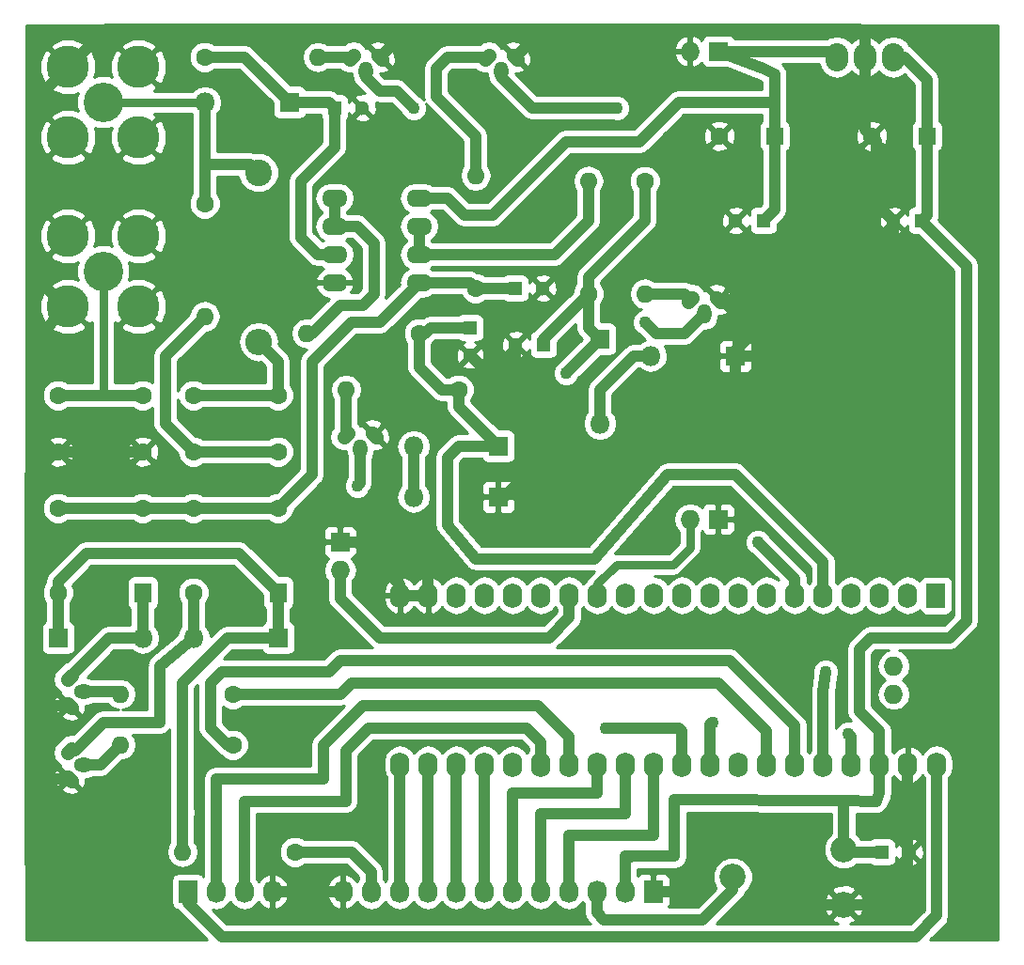
<source format=gbr>
%TF.GenerationSoftware,KiCad,Pcbnew,4.0.2+dfsg1-stable*%
%TF.CreationDate,2018-06-05T19:34:28+02:00*%
%TF.ProjectId,imp_meter,696D705F6D657465722E6B696361645F,rev?*%
%TF.FileFunction,Copper,L2,Bot,Signal*%
%FSLAX46Y46*%
G04 Gerber Fmt 4.6, Leading zero omitted, Abs format (unit mm)*
G04 Created by KiCad (PCBNEW 4.0.2+dfsg1-stable) date wto, 5 cze 2018, 19:34:28*
%MOMM*%
G01*
G04 APERTURE LIST*
%ADD10C,0.100000*%
%ADD11R,1.600000X1.600000*%
%ADD12C,1.600000*%
%ADD13R,1.300000X1.300000*%
%ADD14C,1.300000*%
%ADD15R,1.800000X1.800000*%
%ADD16O,1.800000X1.800000*%
%ADD17R,1.727200X1.727200*%
%ADD18O,1.727200X1.727200*%
%ADD19R,1.600000X1.800000*%
%ADD20R,1.727200X2.032000*%
%ADD21O,1.727200X2.032000*%
%ADD22O,1.800860X1.300480*%
%ADD23C,1.300480*%
%ADD24O,1.300480X1.800860*%
%ADD25C,2.400000*%
%ADD26O,2.400000X2.400000*%
%ADD27O,1.600000X1.600000*%
%ADD28C,2.340000*%
%ADD29O,2.032000X2.540000*%
%ADD30R,1.727200X2.250000*%
%ADD31O,1.727200X2.250000*%
%ADD32O,2.300000X1.600000*%
%ADD33C,3.810000*%
%ADD34C,3.556000*%
%ADD35C,1.100000*%
%ADD36C,1.000000*%
%ADD37C,0.750000*%
%ADD38C,0.250000*%
%ADD39C,0.254000*%
G04 APERTURE END LIST*
D10*
D11*
X146812000Y-57658000D03*
D12*
X141812000Y-57658000D03*
D13*
X145796000Y-65278000D03*
D14*
X143296000Y-65278000D03*
D13*
X107188000Y-55118000D03*
D14*
X109688000Y-55118000D03*
D13*
X160020000Y-65278000D03*
D14*
X157520000Y-65278000D03*
D11*
X160528000Y-57658000D03*
D12*
X155528000Y-57658000D03*
D13*
X123444000Y-71374000D03*
D14*
X125944000Y-71374000D03*
D13*
X119380000Y-74930000D03*
D14*
X119380000Y-77430000D03*
D13*
X125984000Y-76454000D03*
D14*
X123484000Y-76454000D03*
D13*
X156464000Y-122174000D03*
D14*
X158964000Y-122174000D03*
D15*
X103124000Y-54610000D03*
D16*
X95504000Y-54610000D03*
D15*
X82296000Y-102870000D03*
D16*
X89916000Y-102870000D03*
D15*
X102108000Y-102870000D03*
D16*
X94488000Y-102870000D03*
D15*
X121920000Y-85598000D03*
D16*
X114300000Y-85598000D03*
D15*
X121920000Y-90170000D03*
D16*
X114300000Y-90170000D03*
D15*
X131064000Y-75946000D03*
D16*
X131064000Y-83566000D03*
D15*
X143256000Y-77470000D03*
D16*
X135636000Y-77470000D03*
D17*
X141732000Y-50038000D03*
D18*
X139192000Y-50038000D03*
D17*
X107696000Y-94234000D03*
D18*
X107696000Y-96774000D03*
D17*
X141732000Y-92202000D03*
D18*
X139192000Y-92202000D03*
D12*
X82296000Y-91186000D03*
X82296000Y-86106000D03*
X82296000Y-81026000D03*
D19*
X89916000Y-98806000D03*
D12*
X82296000Y-98806000D03*
X89916000Y-91186000D03*
X89916000Y-81026000D03*
X89916000Y-86106000D03*
X94488000Y-91186000D03*
X94488000Y-86106000D03*
X94488000Y-81026000D03*
D19*
X102108000Y-98806000D03*
D12*
X94488000Y-98806000D03*
X102108000Y-91186000D03*
X102108000Y-81026000D03*
X102108000Y-86106000D03*
D20*
X135890000Y-125730000D03*
D21*
X133350000Y-125730000D03*
X130810000Y-125730000D03*
X128270000Y-125730000D03*
X125730000Y-125730000D03*
X123190000Y-125730000D03*
X120650000Y-125730000D03*
X118110000Y-125730000D03*
X115570000Y-125730000D03*
X113030000Y-125730000D03*
X110490000Y-125730000D03*
X107950000Y-125730000D03*
D20*
X93980000Y-125730000D03*
D21*
X96520000Y-125730000D03*
X99060000Y-125730000D03*
X101600000Y-125730000D03*
D22*
X84582000Y-107696000D03*
D23*
X83488911Y-106249089D02*
X83135089Y-106602911D01*
X83135089Y-108789089D02*
X83488911Y-109142911D01*
D24*
X109982000Y-51816000D03*
D23*
X111428911Y-50722911D02*
X111075089Y-50369089D01*
X108888911Y-50369089D02*
X108535089Y-50722911D01*
D22*
X84582000Y-114300000D03*
D23*
X83488911Y-112853089D02*
X83135089Y-113206911D01*
X83135089Y-115393089D02*
X83488911Y-115746911D01*
D24*
X122174000Y-51816000D03*
D23*
X123620911Y-50722911D02*
X123267089Y-50369089D01*
X121080911Y-50369089D02*
X120727089Y-50722911D01*
D24*
X109474000Y-85852000D03*
D23*
X110920911Y-84758911D02*
X110567089Y-84405089D01*
X108380911Y-84405089D02*
X108027089Y-84758911D01*
D24*
X140462000Y-73660000D03*
D23*
X141908911Y-72566911D02*
X141555089Y-72213089D01*
X139368911Y-72213089D02*
X139015089Y-72566911D01*
D25*
X100330000Y-60960000D03*
D26*
X100330000Y-76200000D03*
D12*
X95504000Y-63754000D03*
D27*
X95504000Y-73914000D03*
D12*
X95504000Y-50546000D03*
D27*
X105664000Y-50546000D03*
D12*
X98044000Y-107950000D03*
D27*
X87884000Y-107950000D03*
D12*
X98044000Y-112522000D03*
D27*
X87884000Y-112522000D03*
D12*
X114808000Y-75438000D03*
D27*
X104648000Y-75438000D03*
D12*
X119888000Y-71374000D03*
D27*
X119888000Y-61214000D03*
D12*
X118364000Y-80518000D03*
D27*
X108204000Y-80518000D03*
D12*
X130048000Y-71882000D03*
D27*
X130048000Y-61722000D03*
D12*
X135128000Y-61722000D03*
D27*
X135128000Y-71882000D03*
D12*
X103632000Y-122174000D03*
D27*
X93472000Y-122174000D03*
D28*
X153035000Y-126920000D03*
X143035000Y-124420000D03*
X153035000Y-121920000D03*
D29*
X154940000Y-50546000D03*
X157480000Y-50546000D03*
X152400000Y-50546000D03*
D30*
X161340800Y-99060000D03*
D31*
X158800800Y-99060000D03*
X156260800Y-99060000D03*
X153720800Y-99060000D03*
X151180800Y-99060000D03*
X148640800Y-99060000D03*
X146100800Y-99060000D03*
X143560800Y-99060000D03*
X141020800Y-99060000D03*
X138480800Y-99060000D03*
X135940800Y-99060000D03*
X133400800Y-99060000D03*
X130860800Y-99060000D03*
X128320800Y-99060000D03*
X125780800Y-99060000D03*
X123240800Y-99060000D03*
X120700800Y-99060000D03*
X118160800Y-99060000D03*
X115620800Y-99060000D03*
X113080800Y-99060000D03*
X113080800Y-114300000D03*
X115620800Y-114300000D03*
X118160800Y-114300000D03*
X120700800Y-114300000D03*
X123240800Y-114300000D03*
X125780800Y-114300000D03*
X128320800Y-114300000D03*
X130860800Y-114300000D03*
X133400800Y-114300000D03*
X135940800Y-114300000D03*
X138480800Y-114300000D03*
X141020800Y-114300000D03*
X143560800Y-114300000D03*
X146100800Y-114300000D03*
X148640800Y-114300000D03*
X151180800Y-114300000D03*
X153720800Y-114300000D03*
X156260800Y-114300000D03*
X158800800Y-114300000D03*
X161391600Y-114300000D03*
D18*
X157530800Y-107960000D03*
X157530800Y-105420000D03*
D32*
X107188000Y-63246000D03*
X107188000Y-65786000D03*
X107188000Y-68326000D03*
X107188000Y-70866000D03*
X114808000Y-70866000D03*
X114808000Y-68326000D03*
X114808000Y-65786000D03*
X114808000Y-63246000D03*
D33*
X83185000Y-51435000D03*
D34*
X86360000Y-54610000D03*
D33*
X89535000Y-51435000D03*
X83185000Y-57785000D03*
X89535000Y-57785000D03*
X83185000Y-66675000D03*
D34*
X86360000Y-69850000D03*
D33*
X89535000Y-66675000D03*
X83185000Y-73025000D03*
X89535000Y-73025000D03*
D35*
X115824000Y-96266000D03*
X89916000Y-128270000D03*
X105156000Y-127762000D03*
X139192000Y-125730000D03*
X93472000Y-118618000D03*
X133604000Y-122682000D03*
X145288000Y-94234000D03*
X128016000Y-78994000D03*
X114300000Y-55118000D03*
X153416000Y-111506000D03*
X132588000Y-55118000D03*
X151384000Y-105918000D03*
X131572000Y-110998000D03*
X109220000Y-89154000D03*
X135128000Y-74422000D03*
X141224000Y-110490000D03*
D36*
X114808000Y-63246000D02*
X117348000Y-63246000D01*
X138176000Y-54610000D02*
X146812000Y-54610000D01*
X134620000Y-58166000D02*
X138176000Y-54610000D01*
X128016000Y-58166000D02*
X134620000Y-58166000D01*
X121412000Y-64770000D02*
X128016000Y-58166000D01*
X118872000Y-64770000D02*
X121412000Y-64770000D01*
X117348000Y-63246000D02*
X118872000Y-64770000D01*
X146812000Y-57658000D02*
X146812000Y-64262000D01*
X146812000Y-64262000D02*
X145796000Y-65278000D01*
X141732000Y-50038000D02*
X145796000Y-51562000D01*
X146812000Y-52070000D02*
X146812000Y-54610000D01*
X146812000Y-54610000D02*
X146812000Y-57658000D01*
X145796000Y-51562000D02*
X146812000Y-52070000D01*
X141732000Y-50038000D02*
X151892000Y-50038000D01*
X151892000Y-50038000D02*
X152400000Y-50546000D01*
X83312000Y-115570000D02*
X79756000Y-115570000D01*
X79756000Y-115570000D02*
X79756000Y-116078000D01*
X123484000Y-76454000D02*
X123484000Y-81534000D01*
X123484000Y-81534000D02*
X123952000Y-82002000D01*
X123952000Y-82002000D02*
X123952000Y-82042000D01*
X123952000Y-82042000D02*
X123952000Y-82002000D01*
X123444000Y-50546000D02*
X125984000Y-48006000D01*
X111252000Y-50546000D02*
X113792000Y-48006000D01*
X115620800Y-99060000D02*
X115620800Y-96469200D01*
X115620800Y-96469200D02*
X115824000Y-96266000D01*
X113080800Y-99060000D02*
X115620800Y-99060000D01*
X124968000Y-84582000D02*
X128016000Y-84582000D01*
X143256000Y-81026000D02*
X143256000Y-77470000D01*
X141224000Y-83058000D02*
X143256000Y-81026000D01*
X136144000Y-83058000D02*
X141224000Y-83058000D01*
X132588000Y-86614000D02*
X136144000Y-83058000D01*
X130048000Y-86614000D02*
X132588000Y-86614000D01*
X128016000Y-84582000D02*
X130048000Y-86614000D01*
X154940000Y-50546000D02*
X154940000Y-57070000D01*
X154940000Y-57070000D02*
X155956000Y-58086000D01*
X155956000Y-58086000D02*
X155956000Y-63714000D01*
X155956000Y-63714000D02*
X157520000Y-65278000D01*
X157520000Y-65278000D02*
X157520000Y-69810000D01*
X149860000Y-77470000D02*
X143256000Y-77470000D01*
X157520000Y-69810000D02*
X149860000Y-77470000D01*
X82296000Y-86106000D02*
X81788000Y-86106000D01*
X81788000Y-86106000D02*
X80264000Y-84582000D01*
X80264000Y-75946000D02*
X83185000Y-73025000D01*
X80264000Y-84582000D02*
X80264000Y-75946000D01*
X83185000Y-73025000D02*
X82931000Y-73025000D01*
X82931000Y-73025000D02*
X80264000Y-70358000D01*
X80264000Y-70358000D02*
X80264000Y-54356000D01*
X80264000Y-54356000D02*
X86614000Y-48006000D01*
X86614000Y-48006000D02*
X113792000Y-48006000D01*
X113792000Y-48006000D02*
X125984000Y-48006000D01*
X125984000Y-48006000D02*
X141224000Y-48006000D01*
X141224000Y-48006000D02*
X139446000Y-48006000D01*
X79756000Y-108458000D02*
X79756000Y-116078000D01*
X79756000Y-116078000D02*
X79756000Y-123190000D01*
X84836000Y-128270000D02*
X89916000Y-128270000D01*
X79756000Y-123190000D02*
X84836000Y-128270000D01*
X139446000Y-48006000D02*
X139446000Y-48006000D01*
X154940000Y-48514000D02*
X154940000Y-50546000D01*
X154432000Y-48006000D02*
X154940000Y-48514000D01*
X143764000Y-48006000D02*
X154432000Y-48006000D01*
X139446000Y-48006000D02*
X143764000Y-48006000D01*
X113080800Y-99060000D02*
X113080800Y-98094800D01*
X113080800Y-98094800D02*
X109220000Y-94234000D01*
X109220000Y-94234000D02*
X107696000Y-94234000D01*
X143256000Y-77470000D02*
X143256000Y-76962000D01*
X143256000Y-76962000D02*
X144272000Y-75946000D01*
X144272000Y-75946000D02*
X144272000Y-73914000D01*
X144272000Y-73914000D02*
X142748000Y-72390000D01*
X142748000Y-72390000D02*
X141732000Y-72390000D01*
X121920000Y-90170000D02*
X122428000Y-90170000D01*
X122428000Y-90170000D02*
X124968000Y-87630000D01*
X124968000Y-87630000D02*
X124968000Y-84582000D01*
X124968000Y-84582000D02*
X124968000Y-83018000D01*
X124968000Y-83018000D02*
X123952000Y-82002000D01*
X123952000Y-82002000D02*
X119380000Y-77430000D01*
X82296000Y-86106000D02*
X89916000Y-86106000D01*
X81788000Y-86106000D02*
X79756000Y-88138000D01*
X79756000Y-88138000D02*
X79756000Y-108458000D01*
X79756000Y-108458000D02*
X80264000Y-108966000D01*
X80264000Y-108966000D02*
X83312000Y-108966000D01*
X153035000Y-126920000D02*
X150542000Y-126920000D01*
X150542000Y-126920000D02*
X148844000Y-125222000D01*
X148844000Y-125222000D02*
X148844000Y-121158000D01*
X148844000Y-121158000D02*
X148336000Y-120650000D01*
X148336000Y-120650000D02*
X140208000Y-120650000D01*
X140208000Y-120650000D02*
X140208000Y-124714000D01*
X140208000Y-124714000D02*
X139192000Y-125730000D01*
X139192000Y-125730000D02*
X135890000Y-125730000D01*
X139192000Y-125730000D02*
X135890000Y-125730000D01*
X105156000Y-125730000D02*
X105156000Y-127762000D01*
X101600000Y-125730000D02*
X105156000Y-125730000D01*
X105156000Y-125730000D02*
X107950000Y-125730000D01*
X158800800Y-125773200D02*
X158800800Y-114300000D01*
X139192000Y-125730000D02*
X140208000Y-124714000D01*
X140208000Y-124714000D02*
X140208000Y-120650000D01*
X140208000Y-120650000D02*
X148336000Y-120650000D01*
X148336000Y-120650000D02*
X148844000Y-121158000D01*
X148844000Y-121158000D02*
X148844000Y-125222000D01*
X148844000Y-125222000D02*
X150542000Y-126920000D01*
X150542000Y-126920000D02*
X157654000Y-126920000D01*
X157654000Y-126920000D02*
X158800800Y-125773200D01*
X135890000Y-125730000D02*
X135636000Y-125730000D01*
X107188000Y-55118000D02*
X107188000Y-58674000D01*
X105664000Y-68326000D02*
X107188000Y-68326000D01*
X104140000Y-66802000D02*
X105664000Y-68326000D01*
X104140000Y-61722000D02*
X104140000Y-66802000D01*
X107188000Y-58674000D02*
X104140000Y-61722000D01*
X103124000Y-54610000D02*
X106680000Y-54610000D01*
X106680000Y-54610000D02*
X107188000Y-55118000D01*
X95504000Y-50546000D02*
X99060000Y-50546000D01*
X99060000Y-50546000D02*
X103124000Y-54610000D01*
X156464000Y-122174000D02*
X153289000Y-122174000D01*
X153289000Y-122174000D02*
X153035000Y-121920000D01*
X156260800Y-114300000D02*
X156260800Y-111302800D01*
X156260800Y-111302800D02*
X154432000Y-109474000D01*
X164084000Y-69342000D02*
X160020000Y-65278000D01*
X164084000Y-101346000D02*
X164084000Y-69342000D01*
X162560000Y-102870000D02*
X164084000Y-101346000D01*
X155448000Y-102870000D02*
X162560000Y-102870000D01*
X154432000Y-103886000D02*
X155448000Y-102870000D01*
X154432000Y-109474000D02*
X154432000Y-103886000D01*
X160528000Y-57658000D02*
X160528000Y-64770000D01*
X160528000Y-64770000D02*
X160020000Y-65278000D01*
X157480000Y-50546000D02*
X158496000Y-50546000D01*
X158496000Y-50546000D02*
X160528000Y-52578000D01*
X160528000Y-52578000D02*
X160528000Y-57658000D01*
X133350000Y-122682000D02*
X133604000Y-122682000D01*
X102108000Y-102870000D02*
X97536000Y-102870000D01*
X97536000Y-102870000D02*
X93472000Y-106934000D01*
X93472000Y-106934000D02*
X93472000Y-118618000D01*
X93472000Y-118618000D02*
X93472000Y-122174000D01*
X82296000Y-98806000D02*
X82296000Y-97790000D01*
X98552000Y-95250000D02*
X102108000Y-98806000D01*
X84836000Y-95250000D02*
X98552000Y-95250000D01*
X82296000Y-97790000D02*
X84836000Y-95250000D01*
X102108000Y-98806000D02*
X102108000Y-102870000D01*
X82296000Y-98806000D02*
X82296000Y-102870000D01*
X153035000Y-121920000D02*
X153035000Y-117581573D01*
X152908000Y-117602000D02*
X152908000Y-117580685D01*
X153014573Y-117602000D02*
X152908000Y-117602000D01*
X153035000Y-117581573D02*
X153014573Y-117602000D01*
X133350000Y-125730000D02*
X133350000Y-122682000D01*
X133350000Y-122682000D02*
X133350000Y-122555000D01*
X156260800Y-116890800D02*
X156260800Y-114300000D01*
X155956000Y-117602000D02*
X156260800Y-116890800D01*
X137795000Y-117475000D02*
X152908000Y-117580685D01*
X152908000Y-117580685D02*
X155956000Y-117602000D01*
X137795000Y-122555000D02*
X137795000Y-117475000D01*
X133350000Y-122555000D02*
X137795000Y-122555000D01*
X123444000Y-71374000D02*
X119888000Y-71374000D01*
X119888000Y-71374000D02*
X119380000Y-70866000D01*
X119380000Y-70866000D02*
X114808000Y-70866000D01*
X114808000Y-70866000D02*
X115824000Y-70866000D01*
X102108000Y-91186000D02*
X105156000Y-88138000D01*
X111252000Y-74422000D02*
X114808000Y-70866000D01*
X108712000Y-74422000D02*
X111252000Y-74422000D01*
X105156000Y-77978000D02*
X108712000Y-74422000D01*
X105156000Y-88138000D02*
X105156000Y-77978000D01*
X82296000Y-91186000D02*
X89916000Y-91186000D01*
X89916000Y-91186000D02*
X94488000Y-91186000D01*
X94488000Y-91186000D02*
X102108000Y-91186000D01*
X121920000Y-85598000D02*
X118364000Y-85598000D01*
X151180800Y-96062800D02*
X151180800Y-99060000D01*
X143256000Y-88138000D02*
X151180800Y-96062800D01*
X137160000Y-88138000D02*
X143256000Y-88138000D01*
X130556000Y-95758000D02*
X137160000Y-88138000D01*
X119888000Y-95758000D02*
X130556000Y-95758000D01*
X117348000Y-92710000D02*
X119888000Y-95758000D01*
X117348000Y-86614000D02*
X117348000Y-92710000D01*
X118364000Y-85598000D02*
X117348000Y-86614000D01*
X118364000Y-80518000D02*
X118364000Y-82042000D01*
X118364000Y-82042000D02*
X121920000Y-85598000D01*
X118364000Y-80518000D02*
X116840000Y-80518000D01*
X114808000Y-78486000D02*
X114808000Y-75438000D01*
X116840000Y-80518000D02*
X114808000Y-78486000D01*
X114808000Y-75438000D02*
X115316000Y-75438000D01*
X115316000Y-75438000D02*
X115824000Y-74930000D01*
X115824000Y-74930000D02*
X119380000Y-74930000D01*
X131064000Y-75946000D02*
X128016000Y-78994000D01*
X148640800Y-97586800D02*
X148640800Y-99060000D01*
X145288000Y-94234000D02*
X148640800Y-97586800D01*
X130048000Y-71882000D02*
X130048000Y-74930000D01*
X130048000Y-74930000D02*
X131064000Y-75946000D01*
X125984000Y-76454000D02*
X125984000Y-75946000D01*
X125984000Y-75946000D02*
X130048000Y-71882000D01*
X130048000Y-71882000D02*
X130048000Y-70358000D01*
X135128000Y-65278000D02*
X135128000Y-61722000D01*
X130048000Y-70358000D02*
X135128000Y-65278000D01*
X95504000Y-60198000D02*
X99568000Y-60198000D01*
X99568000Y-60198000D02*
X100330000Y-60960000D01*
X95504000Y-54610000D02*
X95504000Y-60198000D01*
X95504000Y-60198000D02*
X95504000Y-63754000D01*
D37*
X86360000Y-54610000D02*
X95504000Y-54610000D01*
D36*
X83312000Y-106426000D02*
X86868000Y-102870000D01*
X86868000Y-102870000D02*
X89916000Y-102870000D01*
X89916000Y-98806000D02*
X89916000Y-102870000D01*
X83312000Y-113030000D02*
X83820000Y-113030000D01*
X83820000Y-113030000D02*
X86360000Y-110490000D01*
X86360000Y-110490000D02*
X91440000Y-110490000D01*
X91440000Y-110490000D02*
X91440000Y-105410000D01*
X91440000Y-105410000D02*
X94488000Y-102870000D01*
X94488000Y-98806000D02*
X94488000Y-102870000D01*
X114300000Y-85598000D02*
X114300000Y-90170000D01*
X135636000Y-77470000D02*
X134112000Y-77470000D01*
X131064000Y-80518000D02*
X131064000Y-83566000D01*
X134112000Y-77470000D02*
X131064000Y-80518000D01*
X107696000Y-96774000D02*
X107696000Y-99314000D01*
X128320800Y-101041200D02*
X128320800Y-99060000D01*
X126492000Y-102870000D02*
X128320800Y-101041200D01*
X111252000Y-102870000D02*
X126492000Y-102870000D01*
X107696000Y-99314000D02*
X111252000Y-102870000D01*
D37*
X130860800Y-99060000D02*
X130860800Y-97993200D01*
X130860800Y-97993200D02*
X132588000Y-96266000D01*
X132588000Y-96266000D02*
X137668000Y-96266000D01*
X137668000Y-96266000D02*
X139192000Y-94742000D01*
X139192000Y-94742000D02*
X139192000Y-92202000D01*
X86360000Y-69850000D02*
X86360000Y-81026000D01*
D36*
X82296000Y-81026000D02*
X86360000Y-81026000D01*
X86360000Y-81026000D02*
X89916000Y-81026000D01*
X102108000Y-81026000D02*
X102108000Y-77978000D01*
X102108000Y-77978000D02*
X100330000Y-76200000D01*
X94488000Y-81026000D02*
X102108000Y-81026000D01*
X94488000Y-86106000D02*
X102108000Y-86106000D01*
X94488000Y-86106000D02*
X91948000Y-83566000D01*
X91948000Y-77470000D02*
X95504000Y-73914000D01*
X91948000Y-83566000D02*
X91948000Y-77470000D01*
X143035000Y-124420000D02*
X143035000Y-125570000D01*
X143035000Y-125570000D02*
X140335000Y-128270000D01*
X130810000Y-127635000D02*
X130810000Y-125730000D01*
X131445000Y-128270000D02*
X130810000Y-127635000D01*
X140335000Y-128270000D02*
X131445000Y-128270000D01*
X135890000Y-116890800D02*
X135890000Y-114350800D01*
X135890000Y-114350800D02*
X135940800Y-114300000D01*
X128270000Y-125730000D02*
X128270000Y-120650000D01*
X135890000Y-119380000D02*
X135890000Y-116890800D01*
X135890000Y-120650000D02*
X135890000Y-119380000D01*
X128270000Y-120650000D02*
X135890000Y-120650000D01*
X135890000Y-116890800D02*
X135940800Y-116840000D01*
X133400800Y-114300000D02*
X133400800Y-116840000D01*
X133350000Y-118745000D02*
X133400800Y-116840000D01*
X133350000Y-118745000D02*
X133350000Y-118745000D01*
X125730000Y-118745000D02*
X133350000Y-118745000D01*
X125730000Y-119380000D02*
X125730000Y-118745000D01*
X125730000Y-119380000D02*
X125730000Y-125730000D01*
X130860800Y-114300000D02*
X130860800Y-116840000D01*
X123190000Y-119380000D02*
X123190000Y-116840000D01*
X123190000Y-116840000D02*
X125730000Y-116840000D01*
X125730000Y-116840000D02*
X130175000Y-116840000D01*
X130175000Y-116840000D02*
X130860800Y-116840000D01*
X123190000Y-119380000D02*
X123190000Y-125730000D01*
X120650000Y-116890800D02*
X120650000Y-114350800D01*
X120650000Y-114350800D02*
X120700800Y-114300000D01*
X120650000Y-125730000D02*
X120650000Y-116890800D01*
X120650000Y-116890800D02*
X120700800Y-116840000D01*
X118110000Y-116890800D02*
X118110000Y-114350800D01*
X118110000Y-114350800D02*
X118160800Y-114300000D01*
X118110000Y-125730000D02*
X118110000Y-116890800D01*
X118110000Y-116890800D02*
X118160800Y-116840000D01*
X115570000Y-117475000D02*
X115570000Y-114350800D01*
X115570000Y-114350800D02*
X115620800Y-114300000D01*
X115570000Y-125730000D02*
X115570000Y-117475000D01*
X115570000Y-117475000D02*
X115570000Y-116890800D01*
X115570000Y-116890800D02*
X115620800Y-116840000D01*
X113030000Y-116890800D02*
X113030000Y-114350800D01*
X113030000Y-114350800D02*
X113080800Y-114300000D01*
X113030000Y-125730000D02*
X113030000Y-116890800D01*
X113030000Y-116890800D02*
X113080800Y-116840000D01*
D38*
X113030000Y-116890800D02*
X113080800Y-116840000D01*
D36*
X103632000Y-122174000D02*
X108712000Y-122174000D01*
X110490000Y-123952000D02*
X110490000Y-125730000D01*
X108712000Y-122174000D02*
X110490000Y-123952000D01*
X93980000Y-125730000D02*
X93980000Y-126746000D01*
X93980000Y-126746000D02*
X97028000Y-129794000D01*
X97028000Y-129794000D02*
X159512000Y-129794000D01*
X159512000Y-129794000D02*
X161391600Y-127914400D01*
X161391600Y-127914400D02*
X161391600Y-114300000D01*
X96520000Y-125730000D02*
X96520000Y-121158000D01*
X128320800Y-111810800D02*
X128320800Y-114300000D01*
X125476000Y-108966000D02*
X128320800Y-111810800D01*
X109728000Y-108966000D02*
X125476000Y-108966000D01*
X106172000Y-112522000D02*
X109728000Y-108966000D01*
X106172000Y-115570000D02*
X106172000Y-112522000D01*
X100584000Y-115570000D02*
X106172000Y-115570000D01*
X96520000Y-115570000D02*
X100584000Y-115570000D01*
X96520000Y-121158000D02*
X96520000Y-115570000D01*
X99060000Y-125730000D02*
X99060000Y-121666000D01*
X125780800Y-112318800D02*
X125780800Y-114300000D01*
X124460000Y-110998000D02*
X125780800Y-112318800D01*
X110236000Y-110998000D02*
X124460000Y-110998000D01*
X108204000Y-113030000D02*
X110236000Y-110998000D01*
X108204000Y-117602000D02*
X108204000Y-113030000D01*
X99060000Y-117602000D02*
X108204000Y-117602000D01*
X99060000Y-119126000D02*
X99060000Y-117602000D01*
X99060000Y-121666000D02*
X99060000Y-119126000D01*
X84582000Y-107696000D02*
X87630000Y-107696000D01*
X87630000Y-107696000D02*
X87884000Y-107950000D01*
X109982000Y-51816000D02*
X109982000Y-52324000D01*
X109982000Y-52324000D02*
X111252000Y-53594000D01*
X111252000Y-53594000D02*
X112776000Y-53594000D01*
X112776000Y-53594000D02*
X114300000Y-55118000D01*
X153416000Y-111506000D02*
X153720800Y-111810800D01*
X153720800Y-111810800D02*
X153720800Y-114300000D01*
X105664000Y-50546000D02*
X108712000Y-50546000D01*
X84582000Y-114300000D02*
X86106000Y-114300000D01*
X86106000Y-114300000D02*
X87884000Y-112522000D01*
X122174000Y-51816000D02*
X122174000Y-52324000D01*
X122174000Y-52324000D02*
X124968000Y-55118000D01*
X124968000Y-55118000D02*
X132588000Y-55118000D01*
X151384000Y-105918000D02*
X151180800Y-107746800D01*
X151180800Y-107746800D02*
X151180800Y-114300000D01*
X119888000Y-61214000D02*
X119888000Y-57658000D01*
X117348000Y-50546000D02*
X120904000Y-50546000D01*
X116332000Y-51562000D02*
X117348000Y-50546000D01*
X116332000Y-54102000D02*
X116332000Y-51562000D01*
X119888000Y-57658000D02*
X116332000Y-54102000D01*
X109474000Y-85852000D02*
X109474000Y-88900000D01*
X138480800Y-111302800D02*
X138480800Y-114300000D01*
X138176000Y-110998000D02*
X138480800Y-111302800D01*
X131572000Y-110998000D02*
X138176000Y-110998000D01*
X109474000Y-88900000D02*
X109220000Y-89154000D01*
X108204000Y-84582000D02*
X108204000Y-80518000D01*
X141020800Y-114300000D02*
X141020800Y-110693200D01*
X138684000Y-75438000D02*
X140462000Y-73660000D01*
X136144000Y-75438000D02*
X138684000Y-75438000D01*
X135128000Y-74422000D02*
X136144000Y-75438000D01*
X141020800Y-110693200D02*
X141224000Y-110490000D01*
X135128000Y-71882000D02*
X138684000Y-71882000D01*
X138684000Y-71882000D02*
X139192000Y-72390000D01*
X98044000Y-107950000D02*
X107696000Y-107950000D01*
X146100800Y-111302800D02*
X146100800Y-114300000D01*
X141732000Y-106934000D02*
X146100800Y-111302800D01*
X108712000Y-106934000D02*
X141732000Y-106934000D01*
X107696000Y-107950000D02*
X108712000Y-106934000D01*
X98044000Y-112522000D02*
X97536000Y-112522000D01*
X97536000Y-112522000D02*
X96012000Y-110998000D01*
X96012000Y-110998000D02*
X96012000Y-106934000D01*
X96012000Y-106934000D02*
X97028000Y-105918000D01*
X97028000Y-105918000D02*
X106680000Y-105918000D01*
X106680000Y-105918000D02*
X107696000Y-104902000D01*
X107696000Y-104902000D02*
X142748000Y-104902000D01*
X142748000Y-104902000D02*
X148640800Y-110794800D01*
X148640800Y-110794800D02*
X148640800Y-114300000D01*
X104648000Y-75438000D02*
X105156000Y-75438000D01*
X105156000Y-75438000D02*
X107696000Y-72898000D01*
X107696000Y-72898000D02*
X109728000Y-72898000D01*
X109728000Y-72898000D02*
X110744000Y-71882000D01*
X110744000Y-71882000D02*
X110744000Y-67310000D01*
X110744000Y-67310000D02*
X109220000Y-65786000D01*
X109220000Y-65786000D02*
X107188000Y-65786000D01*
X107188000Y-63246000D02*
X107188000Y-65786000D01*
X114808000Y-68326000D02*
X127000000Y-68326000D01*
X130048000Y-65278000D02*
X130048000Y-61722000D01*
X127000000Y-68326000D02*
X130048000Y-65278000D01*
X114808000Y-65786000D02*
X114808000Y-68326000D01*
D39*
G36*
X166930000Y-130100000D02*
X160811132Y-130100000D01*
X162194166Y-128716966D01*
X162380855Y-128437566D01*
X162440203Y-128348746D01*
X162526600Y-127914400D01*
X162526600Y-115542811D01*
X162776126Y-115169369D01*
X162890200Y-114595880D01*
X162890200Y-114004120D01*
X162776126Y-113430631D01*
X162451270Y-112944450D01*
X161965089Y-112619594D01*
X161391600Y-112505520D01*
X160818111Y-112619594D01*
X160331930Y-112944450D01*
X160096288Y-113297113D01*
X159770668Y-112889127D01*
X159256957Y-112605473D01*
X159159826Y-112583642D01*
X158927800Y-112704783D01*
X158927800Y-114173000D01*
X158947800Y-114173000D01*
X158947800Y-114427000D01*
X158927800Y-114427000D01*
X158927800Y-115895217D01*
X159159826Y-116016358D01*
X159256957Y-115994527D01*
X159770668Y-115710873D01*
X160096288Y-115302887D01*
X160256600Y-115542811D01*
X160256600Y-122268156D01*
X160232083Y-121844572D01*
X160093611Y-121510271D01*
X159863016Y-121454590D01*
X159143605Y-122174000D01*
X159863016Y-122893410D01*
X160093611Y-122837729D01*
X160256600Y-122369354D01*
X160256600Y-127444268D01*
X159041868Y-128659000D01*
X153579230Y-128659000D01*
X154011414Y-128479984D01*
X154130880Y-128195486D01*
X153035000Y-127099605D01*
X151939120Y-128195486D01*
X152058586Y-128479984D01*
X152530024Y-128659000D01*
X141551132Y-128659000D01*
X143595242Y-126614890D01*
X151220106Y-126614890D01*
X151241496Y-127332646D01*
X151475016Y-127896414D01*
X151759514Y-128015880D01*
X152855395Y-126920000D01*
X153214605Y-126920000D01*
X154310486Y-128015880D01*
X154594984Y-127896414D01*
X154849894Y-127225110D01*
X154828504Y-126507354D01*
X154594984Y-125943586D01*
X154310486Y-125824120D01*
X153214605Y-126920000D01*
X152855395Y-126920000D01*
X151759514Y-125824120D01*
X151475016Y-125943586D01*
X151220106Y-126614890D01*
X143595242Y-126614890D01*
X143837566Y-126372566D01*
X144083604Y-126004345D01*
X144103631Y-125903664D01*
X144363232Y-125644514D01*
X151939120Y-125644514D01*
X153035000Y-126740395D01*
X154130880Y-125644514D01*
X154011414Y-125360016D01*
X153340110Y-125105106D01*
X152622354Y-125126496D01*
X152058586Y-125360016D01*
X151939120Y-125644514D01*
X144363232Y-125644514D01*
X144564312Y-125443785D01*
X144839686Y-124780612D01*
X144840313Y-124062538D01*
X144566097Y-123398885D01*
X144058785Y-122890688D01*
X143395612Y-122615314D01*
X142677538Y-122614687D01*
X142013885Y-122888903D01*
X141505688Y-123396215D01*
X141230314Y-124059388D01*
X141229687Y-124777462D01*
X141503903Y-125441115D01*
X141531304Y-125468564D01*
X139864868Y-127135000D01*
X137262625Y-127135000D01*
X137291927Y-127105698D01*
X137388600Y-126872309D01*
X137388600Y-126015750D01*
X137229850Y-125857000D01*
X136017000Y-125857000D01*
X136017000Y-125877000D01*
X135763000Y-125877000D01*
X135763000Y-125857000D01*
X135743000Y-125857000D01*
X135743000Y-125603000D01*
X135763000Y-125603000D01*
X135763000Y-124237750D01*
X136017000Y-124237750D01*
X136017000Y-125603000D01*
X137229850Y-125603000D01*
X137388600Y-125444250D01*
X137388600Y-124587691D01*
X137291927Y-124354302D01*
X137113299Y-124175673D01*
X136879910Y-124079000D01*
X136175750Y-124079000D01*
X136017000Y-124237750D01*
X135763000Y-124237750D01*
X135604250Y-124079000D01*
X134900090Y-124079000D01*
X134666701Y-124175673D01*
X134488073Y-124354302D01*
X134485000Y-124361721D01*
X134485000Y-123690000D01*
X137795000Y-123690000D01*
X138229346Y-123603603D01*
X138597566Y-123357566D01*
X138843603Y-122989346D01*
X138930000Y-122555000D01*
X138930000Y-118617965D01*
X151900000Y-118708664D01*
X151900000Y-120502590D01*
X151505688Y-120896215D01*
X151230314Y-121559388D01*
X151229687Y-122277462D01*
X151503903Y-122941115D01*
X152011215Y-123449312D01*
X152674388Y-123724686D01*
X153392462Y-123725313D01*
X154056115Y-123451097D01*
X154198460Y-123309000D01*
X155399025Y-123309000D01*
X155562110Y-123420431D01*
X155814000Y-123471440D01*
X157114000Y-123471440D01*
X157349317Y-123427162D01*
X157565441Y-123288090D01*
X157710431Y-123075890D01*
X157711012Y-123073016D01*
X158244590Y-123073016D01*
X158300271Y-123303611D01*
X158783078Y-123471622D01*
X159293428Y-123442083D01*
X159627729Y-123303611D01*
X159683410Y-123073016D01*
X158964000Y-122353605D01*
X158244590Y-123073016D01*
X157711012Y-123073016D01*
X157761440Y-122824000D01*
X157761440Y-122661615D01*
X157834389Y-122837729D01*
X158064984Y-122893410D01*
X158784395Y-122174000D01*
X158064984Y-121454590D01*
X157834389Y-121510271D01*
X157761440Y-121719902D01*
X157761440Y-121524000D01*
X157717162Y-121288683D01*
X157708347Y-121274984D01*
X158244590Y-121274984D01*
X158964000Y-121994395D01*
X159683410Y-121274984D01*
X159627729Y-121044389D01*
X159144922Y-120876378D01*
X158634572Y-120905917D01*
X158300271Y-121044389D01*
X158244590Y-121274984D01*
X157708347Y-121274984D01*
X157578090Y-121072559D01*
X157365890Y-120927569D01*
X157114000Y-120876560D01*
X155814000Y-120876560D01*
X155578683Y-120920838D01*
X155395054Y-121039000D01*
X154623991Y-121039000D01*
X154566097Y-120898885D01*
X154170000Y-120502097D01*
X154170000Y-118724538D01*
X155948063Y-118736972D01*
X156162653Y-118695845D01*
X156377528Y-118655821D01*
X156380048Y-118654181D01*
X156383003Y-118653615D01*
X156565644Y-118533417D01*
X156748721Y-118414292D01*
X156750421Y-118411813D01*
X156752935Y-118410159D01*
X156875642Y-118229265D01*
X156999230Y-118049098D01*
X157304030Y-117337898D01*
X157305489Y-117331004D01*
X157309403Y-117325146D01*
X157351271Y-117114661D01*
X157395716Y-116904638D01*
X157394426Y-116897710D01*
X157395800Y-116890800D01*
X157395800Y-115542811D01*
X157532963Y-115337532D01*
X157830932Y-115710873D01*
X158344643Y-115994527D01*
X158441774Y-116016358D01*
X158673800Y-115895217D01*
X158673800Y-114427000D01*
X158653800Y-114427000D01*
X158653800Y-114173000D01*
X158673800Y-114173000D01*
X158673800Y-112704783D01*
X158441774Y-112583642D01*
X158344643Y-112605473D01*
X157830932Y-112889127D01*
X157532963Y-113262468D01*
X157395800Y-113057189D01*
X157395800Y-111302800D01*
X157309403Y-110868454D01*
X157063366Y-110500234D01*
X155567000Y-109003868D01*
X155567000Y-104356132D01*
X155918132Y-104005000D01*
X157081155Y-104005000D01*
X156927952Y-104035474D01*
X156441771Y-104360330D01*
X156116915Y-104846511D01*
X156002841Y-105420000D01*
X156116915Y-105993489D01*
X156441771Y-106479670D01*
X156756552Y-106690000D01*
X156441771Y-106900330D01*
X156116915Y-107386511D01*
X156002841Y-107960000D01*
X156116915Y-108533489D01*
X156441771Y-109019670D01*
X156927952Y-109344526D01*
X157501441Y-109458600D01*
X157560159Y-109458600D01*
X158133648Y-109344526D01*
X158619829Y-109019670D01*
X158944685Y-108533489D01*
X159058759Y-107960000D01*
X158944685Y-107386511D01*
X158619829Y-106900330D01*
X158305048Y-106690000D01*
X158619829Y-106479670D01*
X158944685Y-105993489D01*
X159058759Y-105420000D01*
X158944685Y-104846511D01*
X158619829Y-104360330D01*
X158133648Y-104035474D01*
X157980445Y-104005000D01*
X162560000Y-104005000D01*
X162994346Y-103918603D01*
X163362566Y-103672566D01*
X164886566Y-102148567D01*
X165132603Y-101780346D01*
X165141686Y-101734683D01*
X165219000Y-101346000D01*
X165219000Y-69342000D01*
X165132603Y-68907654D01*
X164886566Y-68539434D01*
X161566539Y-65219407D01*
X161576603Y-65204346D01*
X161623252Y-64969824D01*
X161663000Y-64770000D01*
X161663000Y-58997018D01*
X161779441Y-58922090D01*
X161924431Y-58709890D01*
X161975440Y-58458000D01*
X161975440Y-56858000D01*
X161931162Y-56622683D01*
X161792090Y-56406559D01*
X161663000Y-56318356D01*
X161663000Y-52578000D01*
X161576603Y-52143654D01*
X161330566Y-51775434D01*
X159298566Y-49743434D01*
X159202095Y-49678974D01*
X158930346Y-49497397D01*
X158920129Y-49495365D01*
X158647433Y-49087246D01*
X158111810Y-48729354D01*
X157480000Y-48603679D01*
X156848190Y-48729354D01*
X156312567Y-49087246D01*
X156195946Y-49261781D01*
X156017630Y-49034764D01*
X155454477Y-48718074D01*
X155322944Y-48686025D01*
X155067000Y-48805164D01*
X155067000Y-50419000D01*
X155087000Y-50419000D01*
X155087000Y-50673000D01*
X155067000Y-50673000D01*
X155067000Y-52286836D01*
X155322944Y-52405975D01*
X155454477Y-52373926D01*
X156017630Y-52057236D01*
X156195946Y-51830219D01*
X156312567Y-52004754D01*
X156848190Y-52362646D01*
X157480000Y-52488321D01*
X158111810Y-52362646D01*
X158468908Y-52124040D01*
X159393000Y-53048132D01*
X159393000Y-56318982D01*
X159276559Y-56393910D01*
X159131569Y-56606110D01*
X159080560Y-56858000D01*
X159080560Y-58458000D01*
X159124838Y-58693317D01*
X159263910Y-58909441D01*
X159393000Y-58997644D01*
X159393000Y-63980560D01*
X159370000Y-63980560D01*
X159134683Y-64024838D01*
X158918559Y-64163910D01*
X158773569Y-64376110D01*
X158722560Y-64628000D01*
X158722560Y-64790385D01*
X158649611Y-64614271D01*
X158419016Y-64558590D01*
X157699605Y-65278000D01*
X158419016Y-65997410D01*
X158649611Y-65941729D01*
X158722560Y-65732098D01*
X158722560Y-65928000D01*
X158766838Y-66163317D01*
X158905910Y-66379441D01*
X159118110Y-66524431D01*
X159370000Y-66575440D01*
X159712308Y-66575440D01*
X162949000Y-69812132D01*
X162949000Y-100875867D01*
X162089868Y-101735000D01*
X155448000Y-101735000D01*
X155013654Y-101821397D01*
X154749246Y-101998069D01*
X154645434Y-102067434D01*
X153629434Y-103083434D01*
X153383397Y-103451654D01*
X153297000Y-103886000D01*
X153297000Y-109474000D01*
X153383397Y-109908346D01*
X153615240Y-110255323D01*
X153629434Y-110276566D01*
X153689219Y-110336351D01*
X153652745Y-110321206D01*
X153181323Y-110320794D01*
X152745628Y-110500820D01*
X152411991Y-110833875D01*
X152315800Y-111065529D01*
X152315800Y-107809662D01*
X152474429Y-106382002D01*
X152568794Y-106154745D01*
X152569206Y-105683323D01*
X152389180Y-105247628D01*
X152056125Y-104913991D01*
X151620745Y-104733206D01*
X151149323Y-104732794D01*
X150713628Y-104912820D01*
X150379991Y-105245875D01*
X150199206Y-105681255D01*
X150198794Y-106152677D01*
X150212306Y-106185380D01*
X150052742Y-107621460D01*
X150058168Y-107684623D01*
X150045800Y-107746800D01*
X150045800Y-113057189D01*
X149910800Y-113259231D01*
X149775800Y-113057189D01*
X149775800Y-110794800D01*
X149769315Y-110762197D01*
X149689404Y-110360455D01*
X149443366Y-109992234D01*
X143550566Y-104099434D01*
X143409710Y-104005317D01*
X143182346Y-103853397D01*
X142748000Y-103767000D01*
X127153236Y-103767000D01*
X127294566Y-103672566D01*
X129123366Y-101843766D01*
X129369403Y-101475546D01*
X129455800Y-101041200D01*
X129455800Y-100302811D01*
X129590800Y-100100769D01*
X129801130Y-100415550D01*
X130287311Y-100740406D01*
X130860800Y-100854480D01*
X131434289Y-100740406D01*
X131920470Y-100415550D01*
X132130800Y-100100769D01*
X132341130Y-100415550D01*
X132827311Y-100740406D01*
X133400800Y-100854480D01*
X133974289Y-100740406D01*
X134460470Y-100415550D01*
X134670800Y-100100769D01*
X134881130Y-100415550D01*
X135367311Y-100740406D01*
X135940800Y-100854480D01*
X136514289Y-100740406D01*
X137000470Y-100415550D01*
X137210800Y-100100769D01*
X137421130Y-100415550D01*
X137907311Y-100740406D01*
X138480800Y-100854480D01*
X139054289Y-100740406D01*
X139540470Y-100415550D01*
X139750800Y-100100769D01*
X139961130Y-100415550D01*
X140447311Y-100740406D01*
X141020800Y-100854480D01*
X141594289Y-100740406D01*
X142080470Y-100415550D01*
X142290800Y-100100769D01*
X142501130Y-100415550D01*
X142987311Y-100740406D01*
X143560800Y-100854480D01*
X144134289Y-100740406D01*
X144620470Y-100415550D01*
X144830800Y-100100769D01*
X145041130Y-100415550D01*
X145527311Y-100740406D01*
X146100800Y-100854480D01*
X146674289Y-100740406D01*
X147160470Y-100415550D01*
X147370800Y-100100769D01*
X147581130Y-100415550D01*
X148067311Y-100740406D01*
X148640800Y-100854480D01*
X149214289Y-100740406D01*
X149700470Y-100415550D01*
X149910800Y-100100769D01*
X150121130Y-100415550D01*
X150607311Y-100740406D01*
X151180800Y-100854480D01*
X151754289Y-100740406D01*
X152240470Y-100415550D01*
X152450800Y-100100769D01*
X152661130Y-100415550D01*
X153147311Y-100740406D01*
X153720800Y-100854480D01*
X154294289Y-100740406D01*
X154780470Y-100415550D01*
X154990800Y-100100769D01*
X155201130Y-100415550D01*
X155687311Y-100740406D01*
X156260800Y-100854480D01*
X156834289Y-100740406D01*
X157320470Y-100415550D01*
X157530800Y-100100769D01*
X157741130Y-100415550D01*
X158227311Y-100740406D01*
X158800800Y-100854480D01*
X159374289Y-100740406D01*
X159860470Y-100415550D01*
X159870357Y-100400753D01*
X159874038Y-100420317D01*
X160013110Y-100636441D01*
X160225310Y-100781431D01*
X160477200Y-100832440D01*
X162204400Y-100832440D01*
X162439717Y-100788162D01*
X162655841Y-100649090D01*
X162800831Y-100436890D01*
X162851840Y-100185000D01*
X162851840Y-97935000D01*
X162807562Y-97699683D01*
X162668490Y-97483559D01*
X162456290Y-97338569D01*
X162204400Y-97287560D01*
X160477200Y-97287560D01*
X160241883Y-97331838D01*
X160025759Y-97470910D01*
X159880769Y-97683110D01*
X159872731Y-97722801D01*
X159860470Y-97704450D01*
X159374289Y-97379594D01*
X158800800Y-97265520D01*
X158227311Y-97379594D01*
X157741130Y-97704450D01*
X157530800Y-98019231D01*
X157320470Y-97704450D01*
X156834289Y-97379594D01*
X156260800Y-97265520D01*
X155687311Y-97379594D01*
X155201130Y-97704450D01*
X154990800Y-98019231D01*
X154780470Y-97704450D01*
X154294289Y-97379594D01*
X153720800Y-97265520D01*
X153147311Y-97379594D01*
X152661130Y-97704450D01*
X152450800Y-98019231D01*
X152315800Y-97817189D01*
X152315800Y-96062800D01*
X152297626Y-95971434D01*
X152229404Y-95628455D01*
X151983366Y-95260234D01*
X144058566Y-87335434D01*
X144038197Y-87321824D01*
X143690346Y-87089397D01*
X143256000Y-87003000D01*
X137160000Y-87003000D01*
X137119799Y-87010996D01*
X137079135Y-87005885D01*
X136903887Y-87053944D01*
X136725654Y-87089397D01*
X136691576Y-87112167D01*
X136652049Y-87123007D01*
X136508530Y-87234475D01*
X136357434Y-87335434D01*
X136334663Y-87369513D01*
X136302293Y-87394654D01*
X130037726Y-94623000D01*
X120419605Y-94623000D01*
X118483000Y-92299074D01*
X118483000Y-90455750D01*
X120385000Y-90455750D01*
X120385000Y-91196310D01*
X120481673Y-91429699D01*
X120660302Y-91608327D01*
X120893691Y-91705000D01*
X121634250Y-91705000D01*
X121793000Y-91546250D01*
X121793000Y-90297000D01*
X122047000Y-90297000D01*
X122047000Y-91546250D01*
X122205750Y-91705000D01*
X122946309Y-91705000D01*
X123179698Y-91608327D01*
X123358327Y-91429699D01*
X123455000Y-91196310D01*
X123455000Y-90455750D01*
X123296250Y-90297000D01*
X122047000Y-90297000D01*
X121793000Y-90297000D01*
X120543750Y-90297000D01*
X120385000Y-90455750D01*
X118483000Y-90455750D01*
X118483000Y-89143690D01*
X120385000Y-89143690D01*
X120385000Y-89884250D01*
X120543750Y-90043000D01*
X121793000Y-90043000D01*
X121793000Y-88793750D01*
X122047000Y-88793750D01*
X122047000Y-90043000D01*
X123296250Y-90043000D01*
X123455000Y-89884250D01*
X123455000Y-89143690D01*
X123358327Y-88910301D01*
X123179698Y-88731673D01*
X122946309Y-88635000D01*
X122205750Y-88635000D01*
X122047000Y-88793750D01*
X121793000Y-88793750D01*
X121634250Y-88635000D01*
X120893691Y-88635000D01*
X120660302Y-88731673D01*
X120481673Y-88910301D01*
X120385000Y-89143690D01*
X118483000Y-89143690D01*
X118483000Y-87084132D01*
X118834132Y-86733000D01*
X120416778Y-86733000D01*
X120416838Y-86733317D01*
X120555910Y-86949441D01*
X120768110Y-87094431D01*
X121020000Y-87145440D01*
X122820000Y-87145440D01*
X123055317Y-87101162D01*
X123271441Y-86962090D01*
X123416431Y-86749890D01*
X123467440Y-86498000D01*
X123467440Y-84698000D01*
X123423162Y-84462683D01*
X123284090Y-84246559D01*
X123071890Y-84101569D01*
X122820000Y-84050560D01*
X121977692Y-84050560D01*
X121463060Y-83535928D01*
X129529000Y-83535928D01*
X129529000Y-83596072D01*
X129645845Y-84183491D01*
X129978591Y-84681481D01*
X130476581Y-85014227D01*
X131064000Y-85131072D01*
X131651419Y-85014227D01*
X132149409Y-84681481D01*
X132482155Y-84183491D01*
X132599000Y-83596072D01*
X132599000Y-83535928D01*
X132482155Y-82948509D01*
X132199000Y-82524737D01*
X132199000Y-80988132D01*
X134582132Y-78605000D01*
X134594737Y-78605000D01*
X135018509Y-78888155D01*
X135605928Y-79005000D01*
X135666072Y-79005000D01*
X136253491Y-78888155D01*
X136751481Y-78555409D01*
X137084227Y-78057419D01*
X137144232Y-77755750D01*
X141721000Y-77755750D01*
X141721000Y-78496310D01*
X141817673Y-78729699D01*
X141996302Y-78908327D01*
X142229691Y-79005000D01*
X142970250Y-79005000D01*
X143129000Y-78846250D01*
X143129000Y-77597000D01*
X143383000Y-77597000D01*
X143383000Y-78846250D01*
X143541750Y-79005000D01*
X144282309Y-79005000D01*
X144515698Y-78908327D01*
X144694327Y-78729699D01*
X144791000Y-78496310D01*
X144791000Y-77755750D01*
X144632250Y-77597000D01*
X143383000Y-77597000D01*
X143129000Y-77597000D01*
X141879750Y-77597000D01*
X141721000Y-77755750D01*
X137144232Y-77755750D01*
X137201072Y-77470000D01*
X137084227Y-76882581D01*
X136877372Y-76573000D01*
X138684000Y-76573000D01*
X139118346Y-76486603D01*
X139182569Y-76443690D01*
X141721000Y-76443690D01*
X141721000Y-77184250D01*
X141879750Y-77343000D01*
X143129000Y-77343000D01*
X143129000Y-76093750D01*
X143383000Y-76093750D01*
X143383000Y-77343000D01*
X144632250Y-77343000D01*
X144791000Y-77184250D01*
X144791000Y-76443690D01*
X144694327Y-76210301D01*
X144515698Y-76031673D01*
X144282309Y-75935000D01*
X143541750Y-75935000D01*
X143383000Y-76093750D01*
X143129000Y-76093750D01*
X142970250Y-75935000D01*
X142229691Y-75935000D01*
X141996302Y-76031673D01*
X141817673Y-76210301D01*
X141721000Y-76443690D01*
X139182569Y-76443690D01*
X139486566Y-76240566D01*
X140511459Y-75215673D01*
X140953840Y-75127678D01*
X141370802Y-74849073D01*
X141649407Y-74432111D01*
X141747240Y-73940271D01*
X141747240Y-73828867D01*
X141989242Y-73861585D01*
X142478577Y-73732292D01*
X142557914Y-73676252D01*
X142610579Y-73448184D01*
X141732000Y-72569605D01*
X141717858Y-72583748D01*
X141538253Y-72404143D01*
X141552395Y-72390000D01*
X141911605Y-72390000D01*
X142790184Y-73268579D01*
X143018252Y-73215914D01*
X143074292Y-73136577D01*
X143203585Y-72647242D01*
X143135775Y-72145677D01*
X142881186Y-71708241D01*
X142622637Y-71678968D01*
X141911605Y-72390000D01*
X141552395Y-72390000D01*
X140673816Y-71511421D01*
X140481303Y-71555876D01*
X140331592Y-71331816D01*
X140853421Y-71331816D01*
X141732000Y-72210395D01*
X142443032Y-71499363D01*
X142413759Y-71240814D01*
X141976323Y-70986225D01*
X141474758Y-70918415D01*
X140985423Y-71047708D01*
X140906086Y-71103748D01*
X140853421Y-71331816D01*
X140331592Y-71331816D01*
X140298984Y-71283016D01*
X139882022Y-71004411D01*
X139390182Y-70906578D01*
X139265104Y-70931458D01*
X139118346Y-70833397D01*
X138684000Y-70747000D01*
X136004728Y-70747000D01*
X135677151Y-70528120D01*
X135128000Y-70418887D01*
X134578849Y-70528120D01*
X134113302Y-70839189D01*
X133802233Y-71304736D01*
X133693000Y-71853887D01*
X133693000Y-71910113D01*
X133802233Y-72459264D01*
X134113302Y-72924811D01*
X134578849Y-73235880D01*
X134792623Y-73278402D01*
X134457628Y-73416820D01*
X134123991Y-73749875D01*
X133943206Y-74185255D01*
X133942794Y-74656677D01*
X134122820Y-75092372D01*
X134455875Y-75426009D01*
X134577295Y-75476427D01*
X135130447Y-76029579D01*
X135018509Y-76051845D01*
X134594737Y-76335000D01*
X134112000Y-76335000D01*
X133677654Y-76421397D01*
X133360063Y-76633605D01*
X133309434Y-76667434D01*
X130261434Y-79715434D01*
X130015397Y-80083654D01*
X129929000Y-80518000D01*
X129929000Y-82524737D01*
X129645845Y-82948509D01*
X129529000Y-83535928D01*
X121463060Y-83535928D01*
X119499000Y-81571868D01*
X119499000Y-81412606D01*
X119579824Y-81331923D01*
X119798750Y-80804691D01*
X119799248Y-80233813D01*
X119581243Y-79706200D01*
X119177923Y-79302176D01*
X118650691Y-79083250D01*
X118079813Y-79082752D01*
X117552200Y-79300757D01*
X117469813Y-79383000D01*
X117310132Y-79383000D01*
X116256148Y-78329016D01*
X118660590Y-78329016D01*
X118716271Y-78559611D01*
X119199078Y-78727622D01*
X119709428Y-78698083D01*
X120043729Y-78559611D01*
X120099410Y-78329016D01*
X119380000Y-77609605D01*
X118660590Y-78329016D01*
X116256148Y-78329016D01*
X115943000Y-78015868D01*
X115943000Y-77249078D01*
X118082378Y-77249078D01*
X118111917Y-77759428D01*
X118250389Y-78093729D01*
X118480984Y-78149410D01*
X119200395Y-77430000D01*
X119559605Y-77430000D01*
X120279016Y-78149410D01*
X120509611Y-78093729D01*
X120677622Y-77610922D01*
X120662695Y-77353016D01*
X122764590Y-77353016D01*
X122820271Y-77583611D01*
X123303078Y-77751622D01*
X123813428Y-77722083D01*
X124147729Y-77583611D01*
X124203410Y-77353016D01*
X123484000Y-76633605D01*
X122764590Y-77353016D01*
X120662695Y-77353016D01*
X120648083Y-77100572D01*
X120509611Y-76766271D01*
X120279016Y-76710590D01*
X119559605Y-77430000D01*
X119200395Y-77430000D01*
X118480984Y-76710590D01*
X118250389Y-76766271D01*
X118082378Y-77249078D01*
X115943000Y-77249078D01*
X115943000Y-76357876D01*
X116118566Y-76240566D01*
X116294132Y-76065000D01*
X118315025Y-76065000D01*
X118478110Y-76176431D01*
X118730000Y-76227440D01*
X118892385Y-76227440D01*
X118716271Y-76300389D01*
X118660590Y-76530984D01*
X119380000Y-77250395D01*
X120099410Y-76530984D01*
X120043729Y-76300389D01*
X119965247Y-76273078D01*
X122186378Y-76273078D01*
X122215917Y-76783428D01*
X122354389Y-77117729D01*
X122584984Y-77173410D01*
X123304395Y-76454000D01*
X123663605Y-76454000D01*
X124383016Y-77173410D01*
X124613611Y-77117729D01*
X124686560Y-76908098D01*
X124686560Y-77104000D01*
X124730838Y-77339317D01*
X124869910Y-77555441D01*
X125082110Y-77700431D01*
X125334000Y-77751440D01*
X126634000Y-77751440D01*
X126869317Y-77707162D01*
X127085441Y-77568090D01*
X127230431Y-77355890D01*
X127281440Y-77104000D01*
X127281440Y-76253692D01*
X128913000Y-74622132D01*
X128913000Y-74930000D01*
X128999397Y-75364346D01*
X129135931Y-75568683D01*
X129245434Y-75732566D01*
X129458868Y-75946000D01*
X127465633Y-77939235D01*
X127345628Y-77988820D01*
X127011991Y-78321875D01*
X126831206Y-78757255D01*
X126830794Y-79228677D01*
X127010820Y-79664372D01*
X127343875Y-79998009D01*
X127779255Y-80178794D01*
X128250677Y-80179206D01*
X128686372Y-79999180D01*
X129020009Y-79666125D01*
X129070427Y-79544705D01*
X131121692Y-77493440D01*
X131964000Y-77493440D01*
X132199317Y-77449162D01*
X132415441Y-77310090D01*
X132560431Y-77097890D01*
X132611440Y-76846000D01*
X132611440Y-75046000D01*
X132567162Y-74810683D01*
X132428090Y-74594559D01*
X132215890Y-74449569D01*
X131964000Y-74398560D01*
X131183000Y-74398560D01*
X131183000Y-72776606D01*
X131263824Y-72695923D01*
X131482750Y-72168691D01*
X131483248Y-71597813D01*
X131265243Y-71070200D01*
X131183000Y-70987813D01*
X131183000Y-70828132D01*
X135834116Y-66177016D01*
X142576590Y-66177016D01*
X142632271Y-66407611D01*
X143115078Y-66575622D01*
X143625428Y-66546083D01*
X143959729Y-66407611D01*
X144015410Y-66177016D01*
X143296000Y-65457605D01*
X142576590Y-66177016D01*
X135834116Y-66177016D01*
X135930566Y-66080566D01*
X136032507Y-65928000D01*
X136176603Y-65712346D01*
X136263000Y-65278000D01*
X136263000Y-65097078D01*
X141998378Y-65097078D01*
X142027917Y-65607428D01*
X142166389Y-65941729D01*
X142396984Y-65997410D01*
X143116395Y-65278000D01*
X142396984Y-64558590D01*
X142166389Y-64614271D01*
X141998378Y-65097078D01*
X136263000Y-65097078D01*
X136263000Y-64378984D01*
X142576590Y-64378984D01*
X143296000Y-65098395D01*
X144015410Y-64378984D01*
X143959729Y-64148389D01*
X143476922Y-63980378D01*
X142966572Y-64009917D01*
X142632271Y-64148389D01*
X142576590Y-64378984D01*
X136263000Y-64378984D01*
X136263000Y-62616606D01*
X136343824Y-62535923D01*
X136562750Y-62008691D01*
X136563248Y-61437813D01*
X136345243Y-60910200D01*
X135941923Y-60506176D01*
X135414691Y-60287250D01*
X134843813Y-60286752D01*
X134316200Y-60504757D01*
X133912176Y-60908077D01*
X133693250Y-61435309D01*
X133692752Y-62006187D01*
X133910757Y-62533800D01*
X133993000Y-62616187D01*
X133993000Y-64807868D01*
X129245434Y-69555434D01*
X128999397Y-69923654D01*
X128913000Y-70358000D01*
X128913000Y-70987394D01*
X128832176Y-71068077D01*
X128613250Y-71595309D01*
X128613148Y-71711720D01*
X125181434Y-75143434D01*
X125149462Y-75191283D01*
X125098683Y-75200838D01*
X124882559Y-75339910D01*
X124737569Y-75552110D01*
X124686560Y-75804000D01*
X124686560Y-75966385D01*
X124613611Y-75790271D01*
X124383016Y-75734590D01*
X123663605Y-76454000D01*
X123304395Y-76454000D01*
X122584984Y-75734590D01*
X122354389Y-75790271D01*
X122186378Y-76273078D01*
X119965247Y-76273078D01*
X119834098Y-76227440D01*
X120030000Y-76227440D01*
X120265317Y-76183162D01*
X120481441Y-76044090D01*
X120626431Y-75831890D01*
X120677440Y-75580000D01*
X120677440Y-75554984D01*
X122764590Y-75554984D01*
X123484000Y-76274395D01*
X124203410Y-75554984D01*
X124147729Y-75324389D01*
X123664922Y-75156378D01*
X123154572Y-75185917D01*
X122820271Y-75324389D01*
X122764590Y-75554984D01*
X120677440Y-75554984D01*
X120677440Y-74280000D01*
X120633162Y-74044683D01*
X120494090Y-73828559D01*
X120281890Y-73683569D01*
X120030000Y-73632560D01*
X118730000Y-73632560D01*
X118494683Y-73676838D01*
X118311054Y-73795000D01*
X115824000Y-73795000D01*
X115429747Y-73873422D01*
X115389654Y-73881397D01*
X115164133Y-74032085D01*
X115094691Y-74003250D01*
X114523813Y-74002752D01*
X113996200Y-74220757D01*
X113592176Y-74624077D01*
X113373250Y-75151309D01*
X113372752Y-75722187D01*
X113590757Y-76249800D01*
X113673000Y-76332187D01*
X113673000Y-78486000D01*
X113759397Y-78920346D01*
X113966799Y-79230745D01*
X114005434Y-79288566D01*
X116037434Y-81320566D01*
X116405654Y-81566603D01*
X116840000Y-81653000D01*
X117229000Y-81653000D01*
X117229000Y-82042000D01*
X117315397Y-82476346D01*
X117507223Y-82763434D01*
X117561434Y-82844566D01*
X119179868Y-84463000D01*
X118364000Y-84463000D01*
X117929654Y-84549397D01*
X117678819Y-84717000D01*
X117561434Y-84795434D01*
X116545434Y-85811434D01*
X116299397Y-86179654D01*
X116213000Y-86614000D01*
X116213000Y-92710000D01*
X116246347Y-92877644D01*
X116264379Y-93047625D01*
X116289248Y-93093321D01*
X116299397Y-93144346D01*
X116394362Y-93286471D01*
X116476069Y-93436609D01*
X119016069Y-96484609D01*
X119056531Y-96517309D01*
X119085434Y-96560566D01*
X119227562Y-96655533D01*
X119360503Y-96762973D01*
X119410397Y-96777700D01*
X119453654Y-96806603D01*
X119621301Y-96839950D01*
X119785242Y-96888339D01*
X119836976Y-96882851D01*
X119888000Y-96893000D01*
X130532644Y-96893000D01*
X130146622Y-97279022D01*
X129927682Y-97606690D01*
X129924654Y-97621914D01*
X129801130Y-97704450D01*
X129590800Y-98019231D01*
X129380470Y-97704450D01*
X128894289Y-97379594D01*
X128320800Y-97265520D01*
X127747311Y-97379594D01*
X127261130Y-97704450D01*
X127050800Y-98019231D01*
X126840470Y-97704450D01*
X126354289Y-97379594D01*
X125780800Y-97265520D01*
X125207311Y-97379594D01*
X124721130Y-97704450D01*
X124510800Y-98019231D01*
X124300470Y-97704450D01*
X123814289Y-97379594D01*
X123240800Y-97265520D01*
X122667311Y-97379594D01*
X122181130Y-97704450D01*
X121970800Y-98019231D01*
X121760470Y-97704450D01*
X121274289Y-97379594D01*
X120700800Y-97265520D01*
X120127311Y-97379594D01*
X119641130Y-97704450D01*
X119430800Y-98019231D01*
X119220470Y-97704450D01*
X118734289Y-97379594D01*
X118160800Y-97265520D01*
X117587311Y-97379594D01*
X117101130Y-97704450D01*
X116888637Y-98022468D01*
X116590668Y-97649127D01*
X116076957Y-97365473D01*
X115979826Y-97343642D01*
X115747800Y-97464783D01*
X115747800Y-98933000D01*
X115767800Y-98933000D01*
X115767800Y-99187000D01*
X115747800Y-99187000D01*
X115747800Y-100655217D01*
X115979826Y-100776358D01*
X116076957Y-100754527D01*
X116590668Y-100470873D01*
X116888637Y-100097532D01*
X117101130Y-100415550D01*
X117587311Y-100740406D01*
X118160800Y-100854480D01*
X118734289Y-100740406D01*
X119220470Y-100415550D01*
X119430800Y-100100769D01*
X119641130Y-100415550D01*
X120127311Y-100740406D01*
X120700800Y-100854480D01*
X121274289Y-100740406D01*
X121760470Y-100415550D01*
X121970800Y-100100769D01*
X122181130Y-100415550D01*
X122667311Y-100740406D01*
X123240800Y-100854480D01*
X123814289Y-100740406D01*
X124300470Y-100415550D01*
X124510800Y-100100769D01*
X124721130Y-100415550D01*
X125207311Y-100740406D01*
X125780800Y-100854480D01*
X126354289Y-100740406D01*
X126840470Y-100415550D01*
X127050800Y-100100769D01*
X127185800Y-100302811D01*
X127185800Y-100571068D01*
X126021868Y-101735000D01*
X111722132Y-101735000D01*
X109174132Y-99187000D01*
X111582200Y-99187000D01*
X111582200Y-99448400D01*
X111744875Y-100012222D01*
X112110932Y-100470873D01*
X112624643Y-100754527D01*
X112721774Y-100776358D01*
X112953800Y-100655217D01*
X112953800Y-99187000D01*
X113207800Y-99187000D01*
X113207800Y-100655217D01*
X113439826Y-100776358D01*
X113536957Y-100754527D01*
X114050668Y-100470873D01*
X114350800Y-100094823D01*
X114650932Y-100470873D01*
X115164643Y-100754527D01*
X115261774Y-100776358D01*
X115493800Y-100655217D01*
X115493800Y-99187000D01*
X113207800Y-99187000D01*
X112953800Y-99187000D01*
X111582200Y-99187000D01*
X109174132Y-99187000D01*
X108831000Y-98843868D01*
X108831000Y-98671600D01*
X111582200Y-98671600D01*
X111582200Y-98933000D01*
X112953800Y-98933000D01*
X112953800Y-97464783D01*
X113207800Y-97464783D01*
X113207800Y-98933000D01*
X115493800Y-98933000D01*
X115493800Y-97464783D01*
X115261774Y-97343642D01*
X115164643Y-97365473D01*
X114650932Y-97649127D01*
X114350800Y-98025177D01*
X114050668Y-97649127D01*
X113536957Y-97365473D01*
X113439826Y-97343642D01*
X113207800Y-97464783D01*
X112953800Y-97464783D01*
X112721774Y-97343642D01*
X112624643Y-97365473D01*
X112110932Y-97649127D01*
X111744875Y-98107778D01*
X111582200Y-98671600D01*
X108831000Y-98671600D01*
X108831000Y-97750290D01*
X109080526Y-97376848D01*
X109194600Y-96803359D01*
X109194600Y-96744641D01*
X109080526Y-96171152D01*
X108765474Y-95699644D01*
X108919299Y-95635927D01*
X109097927Y-95457298D01*
X109194600Y-95223909D01*
X109194600Y-94519750D01*
X109035850Y-94361000D01*
X107823000Y-94361000D01*
X107823000Y-94381000D01*
X107569000Y-94381000D01*
X107569000Y-94361000D01*
X106356150Y-94361000D01*
X106197400Y-94519750D01*
X106197400Y-95223909D01*
X106294073Y-95457298D01*
X106472701Y-95635927D01*
X106626526Y-95699644D01*
X106311474Y-96171152D01*
X106197400Y-96744641D01*
X106197400Y-96803359D01*
X106311474Y-97376848D01*
X106561000Y-97750290D01*
X106561000Y-99314000D01*
X106647397Y-99748346D01*
X106862320Y-100070000D01*
X106893434Y-100116566D01*
X110449434Y-103672566D01*
X110590764Y-103767000D01*
X107696000Y-103767000D01*
X107261654Y-103853397D01*
X107034290Y-104005317D01*
X106893434Y-104099434D01*
X106209868Y-104783000D01*
X97228132Y-104783000D01*
X98006132Y-104005000D01*
X100604778Y-104005000D01*
X100604838Y-104005317D01*
X100743910Y-104221441D01*
X100956110Y-104366431D01*
X101208000Y-104417440D01*
X103008000Y-104417440D01*
X103243317Y-104373162D01*
X103459441Y-104234090D01*
X103604431Y-104021890D01*
X103655440Y-103770000D01*
X103655440Y-101970000D01*
X103611162Y-101734683D01*
X103472090Y-101518559D01*
X103259890Y-101373569D01*
X103243000Y-101370149D01*
X103243000Y-100245018D01*
X103359441Y-100170090D01*
X103504431Y-99957890D01*
X103555440Y-99706000D01*
X103555440Y-97906000D01*
X103511162Y-97670683D01*
X103372090Y-97454559D01*
X103159890Y-97309569D01*
X102908000Y-97258560D01*
X102165692Y-97258560D01*
X99354566Y-94447434D01*
X98986346Y-94201397D01*
X98552000Y-94115000D01*
X84836000Y-94115000D01*
X84401654Y-94201397D01*
X84033433Y-94447434D01*
X81493434Y-96987434D01*
X81247397Y-97355654D01*
X81161000Y-97790000D01*
X81161000Y-97911394D01*
X81080176Y-97992077D01*
X80861250Y-98519309D01*
X80860752Y-99090187D01*
X81078757Y-99617800D01*
X81161000Y-99700187D01*
X81161000Y-101366778D01*
X81160683Y-101366838D01*
X80944559Y-101505910D01*
X80799569Y-101718110D01*
X80748560Y-101970000D01*
X80748560Y-103770000D01*
X80792838Y-104005317D01*
X80931910Y-104221441D01*
X81144110Y-104366431D01*
X81396000Y-104417440D01*
X83196000Y-104417440D01*
X83431317Y-104373162D01*
X83647441Y-104234090D01*
X83792431Y-104021890D01*
X83843440Y-103770000D01*
X83843440Y-101970000D01*
X83799162Y-101734683D01*
X83660090Y-101518559D01*
X83447890Y-101373569D01*
X83431000Y-101370149D01*
X83431000Y-99700606D01*
X83511824Y-99619923D01*
X83730750Y-99092691D01*
X83731248Y-98521813D01*
X83566950Y-98124182D01*
X85306133Y-96385000D01*
X98081868Y-96385000D01*
X100660560Y-98963692D01*
X100660560Y-99706000D01*
X100704838Y-99941317D01*
X100843910Y-100157441D01*
X100973000Y-100245644D01*
X100973000Y-101366778D01*
X100972683Y-101366838D01*
X100756559Y-101505910D01*
X100611569Y-101718110D01*
X100608149Y-101735000D01*
X97536000Y-101735000D01*
X97101654Y-101821397D01*
X96837246Y-101998069D01*
X96733434Y-102067434D01*
X96032797Y-102768071D01*
X95936227Y-102282581D01*
X95623000Y-101813803D01*
X95623000Y-99700606D01*
X95703824Y-99619923D01*
X95922750Y-99092691D01*
X95923248Y-98521813D01*
X95705243Y-97994200D01*
X95301923Y-97590176D01*
X94774691Y-97371250D01*
X94203813Y-97370752D01*
X93676200Y-97588757D01*
X93272176Y-97992077D01*
X93053250Y-98519309D01*
X93052752Y-99090187D01*
X93270757Y-99617800D01*
X93353000Y-99700187D01*
X93353000Y-101813803D01*
X93039773Y-102282581D01*
X92964228Y-102662372D01*
X90713391Y-104538069D01*
X90680690Y-104578531D01*
X90637434Y-104607434D01*
X90542469Y-104749558D01*
X90435027Y-104882502D01*
X90420300Y-104932398D01*
X90391397Y-104975654D01*
X90358050Y-105143300D01*
X90309661Y-105307242D01*
X90315149Y-105358976D01*
X90305000Y-105410000D01*
X90305000Y-109355000D01*
X88062933Y-109355000D01*
X88461264Y-109275767D01*
X88926811Y-108964698D01*
X89237880Y-108499151D01*
X89347113Y-107950000D01*
X89237880Y-107400849D01*
X88926811Y-106935302D01*
X88461264Y-106624233D01*
X87912113Y-106515000D01*
X87855887Y-106515000D01*
X87624630Y-106561000D01*
X85432544Y-106561000D01*
X85354111Y-106508593D01*
X84920742Y-106422390D01*
X87338132Y-104005000D01*
X88874737Y-104005000D01*
X89298509Y-104288155D01*
X89885928Y-104405000D01*
X89946072Y-104405000D01*
X90533491Y-104288155D01*
X91031481Y-103955409D01*
X91364227Y-103457419D01*
X91481072Y-102870000D01*
X91364227Y-102282581D01*
X91051000Y-101813803D01*
X91051000Y-100245018D01*
X91167441Y-100170090D01*
X91312431Y-99957890D01*
X91363440Y-99706000D01*
X91363440Y-97906000D01*
X91319162Y-97670683D01*
X91180090Y-97454559D01*
X90967890Y-97309569D01*
X90716000Y-97258560D01*
X89116000Y-97258560D01*
X88880683Y-97302838D01*
X88664559Y-97441910D01*
X88519569Y-97654110D01*
X88468560Y-97906000D01*
X88468560Y-99706000D01*
X88512838Y-99941317D01*
X88651910Y-100157441D01*
X88781000Y-100245644D01*
X88781000Y-101735000D01*
X86868000Y-101735000D01*
X86433654Y-101821397D01*
X86065434Y-102067434D01*
X83110860Y-105022008D01*
X83018342Y-105040411D01*
X82601380Y-105319016D01*
X82205016Y-105715380D01*
X81926411Y-106132342D01*
X81828578Y-106624182D01*
X81926411Y-107116022D01*
X82205016Y-107532984D01*
X82477876Y-107715303D01*
X82433421Y-107907816D01*
X83312000Y-108786395D01*
X83326143Y-108772253D01*
X83505748Y-108951858D01*
X83491605Y-108966000D01*
X84370184Y-109844579D01*
X84598252Y-109791914D01*
X84654292Y-109712577D01*
X84783585Y-109223242D01*
X84750867Y-108981240D01*
X84862271Y-108981240D01*
X85354111Y-108883407D01*
X85432544Y-108831000D01*
X86751855Y-108831000D01*
X86841189Y-108964698D01*
X87306736Y-109275767D01*
X87705067Y-109355000D01*
X86360000Y-109355000D01*
X85925654Y-109441397D01*
X85557433Y-109687434D01*
X83667081Y-111577787D01*
X83510182Y-111546578D01*
X83018342Y-111644411D01*
X82601380Y-111923016D01*
X82205016Y-112319380D01*
X81926411Y-112736342D01*
X81828578Y-113228182D01*
X81926411Y-113720022D01*
X82205016Y-114136984D01*
X82477876Y-114319303D01*
X82433421Y-114511816D01*
X83312000Y-115390395D01*
X83326143Y-115376253D01*
X83505748Y-115555858D01*
X83491605Y-115570000D01*
X84370184Y-116448579D01*
X84598252Y-116395914D01*
X84654292Y-116316577D01*
X84783585Y-115827242D01*
X84750867Y-115585240D01*
X84862271Y-115585240D01*
X85354111Y-115487407D01*
X85432544Y-115435000D01*
X86106000Y-115435000D01*
X86540346Y-115348603D01*
X86908566Y-115102566D01*
X88089396Y-113921736D01*
X88461264Y-113847767D01*
X88926811Y-113536698D01*
X89237880Y-113071151D01*
X89347113Y-112522000D01*
X89237880Y-111972849D01*
X89005454Y-111625000D01*
X91440000Y-111625000D01*
X91874346Y-111538603D01*
X92242566Y-111292566D01*
X92337000Y-111151236D01*
X92337000Y-118261337D01*
X92287206Y-118381255D01*
X92286794Y-118852677D01*
X92337000Y-118974184D01*
X92337000Y-121297272D01*
X92118120Y-121624849D01*
X92008887Y-122174000D01*
X92118120Y-122723151D01*
X92429189Y-123188698D01*
X92894736Y-123499767D01*
X93443887Y-123609000D01*
X93500113Y-123609000D01*
X94049264Y-123499767D01*
X94514811Y-123188698D01*
X94825880Y-122723151D01*
X94935113Y-122174000D01*
X94825880Y-121624849D01*
X94607000Y-121297272D01*
X94607000Y-118974663D01*
X94656794Y-118854745D01*
X94657206Y-118383323D01*
X94607000Y-118261816D01*
X94607000Y-107404132D01*
X94877000Y-107134132D01*
X94877000Y-110998000D01*
X94963397Y-111432346D01*
X95170170Y-111741803D01*
X95209434Y-111800566D01*
X96733433Y-113324566D01*
X96986014Y-113493335D01*
X97230077Y-113737824D01*
X97757309Y-113956750D01*
X98328187Y-113957248D01*
X98855800Y-113739243D01*
X99259824Y-113335923D01*
X99478750Y-112808691D01*
X99479248Y-112237813D01*
X99261243Y-111710200D01*
X98857923Y-111306176D01*
X98330691Y-111087250D01*
X97759813Y-111086752D01*
X97721652Y-111102520D01*
X97147000Y-110527868D01*
X97147000Y-109082602D01*
X97230077Y-109165824D01*
X97757309Y-109384750D01*
X98328187Y-109385248D01*
X98855800Y-109167243D01*
X98938187Y-109085000D01*
X107696000Y-109085000D01*
X108080313Y-109008555D01*
X105369434Y-111719434D01*
X105123397Y-112087654D01*
X105037000Y-112522000D01*
X105037000Y-114435000D01*
X96520000Y-114435000D01*
X96085654Y-114521397D01*
X95717434Y-114767434D01*
X95471397Y-115135654D01*
X95385000Y-115570000D01*
X95385000Y-124382702D01*
X95307690Y-124262559D01*
X95095490Y-124117569D01*
X94843600Y-124066560D01*
X93116400Y-124066560D01*
X92881083Y-124110838D01*
X92664959Y-124249910D01*
X92519969Y-124462110D01*
X92468960Y-124714000D01*
X92468960Y-126746000D01*
X92513238Y-126981317D01*
X92652310Y-127197441D01*
X92864510Y-127342431D01*
X93067113Y-127383459D01*
X93177434Y-127548566D01*
X95728868Y-130100000D01*
X79450000Y-130100000D01*
X79450000Y-116460637D01*
X82600968Y-116460637D01*
X82630241Y-116719186D01*
X83067677Y-116973775D01*
X83569242Y-117041585D01*
X84058577Y-116912292D01*
X84137914Y-116856252D01*
X84190579Y-116628184D01*
X83312000Y-115749605D01*
X82600968Y-116460637D01*
X79450000Y-116460637D01*
X79450000Y-115312758D01*
X81840415Y-115312758D01*
X81908225Y-115814323D01*
X82162814Y-116251759D01*
X82421363Y-116281032D01*
X83132395Y-115570000D01*
X82253816Y-114691421D01*
X82025748Y-114744086D01*
X81969708Y-114823423D01*
X81840415Y-115312758D01*
X79450000Y-115312758D01*
X79450000Y-109856637D01*
X82600968Y-109856637D01*
X82630241Y-110115186D01*
X83067677Y-110369775D01*
X83569242Y-110437585D01*
X84058577Y-110308292D01*
X84137914Y-110252252D01*
X84190579Y-110024184D01*
X83312000Y-109145605D01*
X82600968Y-109856637D01*
X79450000Y-109856637D01*
X79450000Y-108708758D01*
X81840415Y-108708758D01*
X81908225Y-109210323D01*
X82162814Y-109647759D01*
X82421363Y-109677032D01*
X83132395Y-108966000D01*
X82253816Y-108087421D01*
X82025748Y-108140086D01*
X81969708Y-108219423D01*
X81840415Y-108708758D01*
X79450000Y-108708758D01*
X79450000Y-93244091D01*
X106197400Y-93244091D01*
X106197400Y-93948250D01*
X106356150Y-94107000D01*
X107569000Y-94107000D01*
X107569000Y-92894150D01*
X107823000Y-92894150D01*
X107823000Y-94107000D01*
X109035850Y-94107000D01*
X109194600Y-93948250D01*
X109194600Y-93244091D01*
X109097927Y-93010702D01*
X108919299Y-92832073D01*
X108685910Y-92735400D01*
X107981750Y-92735400D01*
X107823000Y-92894150D01*
X107569000Y-92894150D01*
X107410250Y-92735400D01*
X106706090Y-92735400D01*
X106472701Y-92832073D01*
X106294073Y-93010702D01*
X106197400Y-93244091D01*
X79450000Y-93244091D01*
X79450000Y-91470187D01*
X80860752Y-91470187D01*
X81078757Y-91997800D01*
X81482077Y-92401824D01*
X82009309Y-92620750D01*
X82580187Y-92621248D01*
X83107800Y-92403243D01*
X83190187Y-92321000D01*
X89021394Y-92321000D01*
X89102077Y-92401824D01*
X89629309Y-92620750D01*
X90200187Y-92621248D01*
X90727800Y-92403243D01*
X90810187Y-92321000D01*
X93593394Y-92321000D01*
X93674077Y-92401824D01*
X94201309Y-92620750D01*
X94772187Y-92621248D01*
X95299800Y-92403243D01*
X95382187Y-92321000D01*
X101213394Y-92321000D01*
X101294077Y-92401824D01*
X101821309Y-92620750D01*
X102392187Y-92621248D01*
X102919800Y-92403243D01*
X103323824Y-91999923D01*
X103542750Y-91472691D01*
X103542852Y-91356280D01*
X105958566Y-88940566D01*
X105985671Y-88900000D01*
X106204603Y-88572346D01*
X106291000Y-88138000D01*
X106291000Y-84780182D01*
X106720578Y-84780182D01*
X106818411Y-85272022D01*
X107097016Y-85688984D01*
X107513978Y-85967589D01*
X108005818Y-86065422D01*
X108188760Y-86029033D01*
X108188760Y-86132271D01*
X108286593Y-86624111D01*
X108339000Y-86702544D01*
X108339000Y-88359081D01*
X108215991Y-88481875D01*
X108035206Y-88917255D01*
X108034794Y-89388677D01*
X108214820Y-89824372D01*
X108547875Y-90158009D01*
X108983255Y-90338794D01*
X109454677Y-90339206D01*
X109890372Y-90159180D01*
X110224009Y-89826125D01*
X110274427Y-89704705D01*
X110276566Y-89702566D01*
X110486300Y-89388677D01*
X110522603Y-89334346D01*
X110609000Y-88900000D01*
X110609000Y-86702544D01*
X110661407Y-86624111D01*
X110759240Y-86132271D01*
X110759240Y-86020867D01*
X111001242Y-86053585D01*
X111490577Y-85924292D01*
X111569914Y-85868252D01*
X111622579Y-85640184D01*
X111580395Y-85598000D01*
X112734928Y-85598000D01*
X112851773Y-86185419D01*
X113165000Y-86654197D01*
X113165000Y-89113803D01*
X112851773Y-89582581D01*
X112734928Y-90170000D01*
X112851773Y-90757419D01*
X113184519Y-91255409D01*
X113682509Y-91588155D01*
X114269928Y-91705000D01*
X114330072Y-91705000D01*
X114917491Y-91588155D01*
X115415481Y-91255409D01*
X115748227Y-90757419D01*
X115865072Y-90170000D01*
X115748227Y-89582581D01*
X115435000Y-89113803D01*
X115435000Y-86654197D01*
X115748227Y-86185419D01*
X115865072Y-85598000D01*
X115748227Y-85010581D01*
X115415481Y-84512591D01*
X114917491Y-84179845D01*
X114330072Y-84063000D01*
X114269928Y-84063000D01*
X113682509Y-84179845D01*
X113184519Y-84512591D01*
X112851773Y-85010581D01*
X112734928Y-85598000D01*
X111580395Y-85598000D01*
X110744000Y-84761605D01*
X110729858Y-84775748D01*
X110550253Y-84596143D01*
X110564395Y-84582000D01*
X110923605Y-84582000D01*
X111802184Y-85460579D01*
X112030252Y-85407914D01*
X112086292Y-85328577D01*
X112215585Y-84839242D01*
X112147775Y-84337677D01*
X111893186Y-83900241D01*
X111634637Y-83870968D01*
X110923605Y-84582000D01*
X110564395Y-84582000D01*
X109685816Y-83703421D01*
X109493303Y-83747876D01*
X109343592Y-83523816D01*
X109865421Y-83523816D01*
X110744000Y-84402395D01*
X111455032Y-83691363D01*
X111425759Y-83432814D01*
X110988323Y-83178225D01*
X110486758Y-83110415D01*
X109997423Y-83239708D01*
X109918086Y-83295748D01*
X109865421Y-83523816D01*
X109343592Y-83523816D01*
X109339000Y-83516945D01*
X109339000Y-81394728D01*
X109557880Y-81067151D01*
X109667113Y-80518000D01*
X109557880Y-79968849D01*
X109246811Y-79503302D01*
X108781264Y-79192233D01*
X108232113Y-79083000D01*
X108175887Y-79083000D01*
X107626736Y-79192233D01*
X107161189Y-79503302D01*
X106850120Y-79968849D01*
X106740887Y-80518000D01*
X106850120Y-81067151D01*
X107069000Y-81394728D01*
X107069000Y-83913309D01*
X106818411Y-84288342D01*
X106720578Y-84780182D01*
X106291000Y-84780182D01*
X106291000Y-78448132D01*
X109182132Y-75557000D01*
X111252000Y-75557000D01*
X111686346Y-75470603D01*
X112054566Y-75224566D01*
X114978132Y-72301000D01*
X115192970Y-72301000D01*
X115742121Y-72191767D01*
X116027624Y-72001000D01*
X118594399Y-72001000D01*
X118670757Y-72185800D01*
X119074077Y-72589824D01*
X119601309Y-72808750D01*
X120172187Y-72809248D01*
X120699800Y-72591243D01*
X120782187Y-72509000D01*
X122379025Y-72509000D01*
X122542110Y-72620431D01*
X122794000Y-72671440D01*
X124094000Y-72671440D01*
X124329317Y-72627162D01*
X124545441Y-72488090D01*
X124690431Y-72275890D01*
X124691012Y-72273016D01*
X125224590Y-72273016D01*
X125280271Y-72503611D01*
X125763078Y-72671622D01*
X126273428Y-72642083D01*
X126607729Y-72503611D01*
X126663410Y-72273016D01*
X125944000Y-71553605D01*
X125224590Y-72273016D01*
X124691012Y-72273016D01*
X124741440Y-72024000D01*
X124741440Y-71861615D01*
X124814389Y-72037729D01*
X125044984Y-72093410D01*
X125764395Y-71374000D01*
X126123605Y-71374000D01*
X126843016Y-72093410D01*
X127073611Y-72037729D01*
X127241622Y-71554922D01*
X127212083Y-71044572D01*
X127073611Y-70710271D01*
X126843016Y-70654590D01*
X126123605Y-71374000D01*
X125764395Y-71374000D01*
X125044984Y-70654590D01*
X124814389Y-70710271D01*
X124741440Y-70919902D01*
X124741440Y-70724000D01*
X124697162Y-70488683D01*
X124688347Y-70474984D01*
X125224590Y-70474984D01*
X125944000Y-71194395D01*
X126663410Y-70474984D01*
X126607729Y-70244389D01*
X126124922Y-70076378D01*
X125614572Y-70105917D01*
X125280271Y-70244389D01*
X125224590Y-70474984D01*
X124688347Y-70474984D01*
X124558090Y-70272559D01*
X124345890Y-70127569D01*
X124094000Y-70076560D01*
X122794000Y-70076560D01*
X122558683Y-70120838D01*
X122375054Y-70239000D01*
X120782606Y-70239000D01*
X120701923Y-70158176D01*
X120174691Y-69939250D01*
X119996479Y-69939095D01*
X119814346Y-69817397D01*
X119380000Y-69731000D01*
X116027624Y-69731000D01*
X115825582Y-69596000D01*
X116027624Y-69461000D01*
X127000000Y-69461000D01*
X127434346Y-69374603D01*
X127802566Y-69128566D01*
X130850566Y-66080566D01*
X130952507Y-65928000D01*
X131096603Y-65712346D01*
X131183000Y-65278000D01*
X131183000Y-62584767D01*
X131373767Y-62299264D01*
X131483000Y-61750113D01*
X131483000Y-61693887D01*
X131373767Y-61144736D01*
X131062698Y-60679189D01*
X130597151Y-60368120D01*
X130048000Y-60258887D01*
X129498849Y-60368120D01*
X129033302Y-60679189D01*
X128722233Y-61144736D01*
X128613000Y-61693887D01*
X128613000Y-61750113D01*
X128722233Y-62299264D01*
X128913000Y-62584767D01*
X128913000Y-64807868D01*
X126529868Y-67191000D01*
X116027624Y-67191000D01*
X115943000Y-67134456D01*
X115943000Y-66977544D01*
X116207668Y-66800698D01*
X116518737Y-66335151D01*
X116627970Y-65786000D01*
X116518737Y-65236849D01*
X116207668Y-64771302D01*
X115825582Y-64516000D01*
X116027624Y-64381000D01*
X116877868Y-64381000D01*
X118069433Y-65572566D01*
X118278629Y-65712346D01*
X118437654Y-65818603D01*
X118872000Y-65905000D01*
X121412000Y-65905000D01*
X121846346Y-65818603D01*
X122214566Y-65572566D01*
X128486132Y-59301000D01*
X134620000Y-59301000D01*
X135054346Y-59214603D01*
X135422566Y-58968566D01*
X135725387Y-58665745D01*
X140983861Y-58665745D01*
X141057995Y-58911864D01*
X141595223Y-59104965D01*
X142165454Y-59077778D01*
X142566005Y-58911864D01*
X142640139Y-58665745D01*
X141812000Y-57837605D01*
X140983861Y-58665745D01*
X135725387Y-58665745D01*
X136949909Y-57441223D01*
X140365035Y-57441223D01*
X140392222Y-58011454D01*
X140558136Y-58412005D01*
X140804255Y-58486139D01*
X141632395Y-57658000D01*
X141991605Y-57658000D01*
X142819745Y-58486139D01*
X143065864Y-58412005D01*
X143258965Y-57874777D01*
X143231778Y-57304546D01*
X143065864Y-56903995D01*
X142819745Y-56829861D01*
X141991605Y-57658000D01*
X141632395Y-57658000D01*
X140804255Y-56829861D01*
X140558136Y-56903995D01*
X140365035Y-57441223D01*
X136949909Y-57441223D01*
X137740877Y-56650255D01*
X140983861Y-56650255D01*
X141812000Y-57478395D01*
X142640139Y-56650255D01*
X142566005Y-56404136D01*
X142028777Y-56211035D01*
X141458546Y-56238222D01*
X141057995Y-56404136D01*
X140983861Y-56650255D01*
X137740877Y-56650255D01*
X138646132Y-55745000D01*
X145677000Y-55745000D01*
X145677000Y-56318982D01*
X145560559Y-56393910D01*
X145415569Y-56606110D01*
X145364560Y-56858000D01*
X145364560Y-58458000D01*
X145408838Y-58693317D01*
X145547910Y-58909441D01*
X145677000Y-58997644D01*
X145677000Y-63791868D01*
X145488308Y-63980560D01*
X145146000Y-63980560D01*
X144910683Y-64024838D01*
X144694559Y-64163910D01*
X144549569Y-64376110D01*
X144498560Y-64628000D01*
X144498560Y-64790385D01*
X144425611Y-64614271D01*
X144195016Y-64558590D01*
X143475605Y-65278000D01*
X144195016Y-65997410D01*
X144425611Y-65941729D01*
X144498560Y-65732098D01*
X144498560Y-65928000D01*
X144542838Y-66163317D01*
X144681910Y-66379441D01*
X144894110Y-66524431D01*
X145146000Y-66575440D01*
X146446000Y-66575440D01*
X146681317Y-66531162D01*
X146897441Y-66392090D01*
X147042431Y-66179890D01*
X147043012Y-66177016D01*
X156800590Y-66177016D01*
X156856271Y-66407611D01*
X157339078Y-66575622D01*
X157849428Y-66546083D01*
X158183729Y-66407611D01*
X158239410Y-66177016D01*
X157520000Y-65457605D01*
X156800590Y-66177016D01*
X147043012Y-66177016D01*
X147093440Y-65928000D01*
X147093440Y-65585692D01*
X147582054Y-65097078D01*
X156222378Y-65097078D01*
X156251917Y-65607428D01*
X156390389Y-65941729D01*
X156620984Y-65997410D01*
X157340395Y-65278000D01*
X156620984Y-64558590D01*
X156390389Y-64614271D01*
X156222378Y-65097078D01*
X147582054Y-65097078D01*
X147614566Y-65064566D01*
X147668777Y-64983434D01*
X147860603Y-64696346D01*
X147923730Y-64378984D01*
X156800590Y-64378984D01*
X157520000Y-65098395D01*
X158239410Y-64378984D01*
X158183729Y-64148389D01*
X157700922Y-63980378D01*
X157190572Y-64009917D01*
X156856271Y-64148389D01*
X156800590Y-64378984D01*
X147923730Y-64378984D01*
X147947000Y-64262000D01*
X147947000Y-58997018D01*
X148063441Y-58922090D01*
X148208431Y-58709890D01*
X148217370Y-58665745D01*
X154699861Y-58665745D01*
X154773995Y-58911864D01*
X155311223Y-59104965D01*
X155881454Y-59077778D01*
X156282005Y-58911864D01*
X156356139Y-58665745D01*
X155528000Y-57837605D01*
X154699861Y-58665745D01*
X148217370Y-58665745D01*
X148259440Y-58458000D01*
X148259440Y-57441223D01*
X154081035Y-57441223D01*
X154108222Y-58011454D01*
X154274136Y-58412005D01*
X154520255Y-58486139D01*
X155348395Y-57658000D01*
X155707605Y-57658000D01*
X156535745Y-58486139D01*
X156781864Y-58412005D01*
X156974965Y-57874777D01*
X156947778Y-57304546D01*
X156781864Y-56903995D01*
X156535745Y-56829861D01*
X155707605Y-57658000D01*
X155348395Y-57658000D01*
X154520255Y-56829861D01*
X154274136Y-56903995D01*
X154081035Y-57441223D01*
X148259440Y-57441223D01*
X148259440Y-56858000D01*
X148220351Y-56650255D01*
X154699861Y-56650255D01*
X155528000Y-57478395D01*
X156356139Y-56650255D01*
X156282005Y-56404136D01*
X155744777Y-56211035D01*
X155174546Y-56238222D01*
X154773995Y-56404136D01*
X154699861Y-56650255D01*
X148220351Y-56650255D01*
X148215162Y-56622683D01*
X148076090Y-56406559D01*
X147947000Y-56318356D01*
X147947000Y-52070000D01*
X147911510Y-51891581D01*
X147888756Y-51711082D01*
X147868559Y-51675651D01*
X147860603Y-51635654D01*
X147759535Y-51484396D01*
X147669441Y-51326347D01*
X147637223Y-51301342D01*
X147614566Y-51267434D01*
X147473236Y-51173000D01*
X150815771Y-51173000D01*
X150874675Y-51469131D01*
X151232567Y-52004754D01*
X151768190Y-52362646D01*
X152400000Y-52488321D01*
X153031810Y-52362646D01*
X153567433Y-52004754D01*
X153684054Y-51830219D01*
X153862370Y-52057236D01*
X154425523Y-52373926D01*
X154557056Y-52405975D01*
X154813000Y-52286836D01*
X154813000Y-50673000D01*
X154793000Y-50673000D01*
X154793000Y-50419000D01*
X154813000Y-50419000D01*
X154813000Y-48805164D01*
X154557056Y-48686025D01*
X154425523Y-48718074D01*
X153862370Y-49034764D01*
X153684054Y-49261781D01*
X153567433Y-49087246D01*
X153031810Y-48729354D01*
X152400000Y-48603679D01*
X151768190Y-48729354D01*
X151508311Y-48903000D01*
X143175543Y-48903000D01*
X143059690Y-48722959D01*
X142847490Y-48577969D01*
X142595600Y-48526960D01*
X140868400Y-48526960D01*
X140633083Y-48571238D01*
X140416959Y-48710310D01*
X140271969Y-48922510D01*
X140252338Y-49019451D01*
X140080490Y-48831179D01*
X139551027Y-48583032D01*
X139319000Y-48703531D01*
X139319000Y-49911000D01*
X139339000Y-49911000D01*
X139339000Y-50165000D01*
X139319000Y-50165000D01*
X139319000Y-51372469D01*
X139551027Y-51492968D01*
X140080490Y-51244821D01*
X140250495Y-51058567D01*
X140265238Y-51136917D01*
X140404310Y-51353041D01*
X140616510Y-51498031D01*
X140868400Y-51549040D01*
X142528958Y-51549040D01*
X145341699Y-52603818D01*
X145677000Y-52771469D01*
X145677000Y-53475000D01*
X138176000Y-53475000D01*
X137741654Y-53561397D01*
X137373434Y-53807434D01*
X134149868Y-57031000D01*
X128016000Y-57031000D01*
X127581654Y-57117397D01*
X127213434Y-57363434D01*
X120941868Y-63635000D01*
X119342133Y-63635000D01*
X118150566Y-62443434D01*
X117782346Y-62197397D01*
X117348000Y-62111000D01*
X116027624Y-62111000D01*
X115742121Y-61920233D01*
X115192970Y-61811000D01*
X114423030Y-61811000D01*
X113873879Y-61920233D01*
X113408332Y-62231302D01*
X113097263Y-62696849D01*
X112988030Y-63246000D01*
X113097263Y-63795151D01*
X113408332Y-64260698D01*
X113790418Y-64516000D01*
X113408332Y-64771302D01*
X113097263Y-65236849D01*
X112988030Y-65786000D01*
X113097263Y-66335151D01*
X113408332Y-66800698D01*
X113673000Y-66977544D01*
X113673000Y-67134456D01*
X113408332Y-67311302D01*
X113097263Y-67776849D01*
X112988030Y-68326000D01*
X113097263Y-68875151D01*
X113408332Y-69340698D01*
X113790418Y-69596000D01*
X113408332Y-69851302D01*
X113097263Y-70316849D01*
X112988030Y-70866000D01*
X113023674Y-71045194D01*
X111802555Y-72266313D01*
X111879000Y-71882000D01*
X111879000Y-67310000D01*
X111792603Y-66875654D01*
X111546566Y-66507433D01*
X110022566Y-64983434D01*
X109970391Y-64948572D01*
X109654346Y-64737397D01*
X109220000Y-64651000D01*
X108407624Y-64651000D01*
X108323000Y-64594456D01*
X108323000Y-64437544D01*
X108587668Y-64260698D01*
X108898737Y-63795151D01*
X109007970Y-63246000D01*
X108898737Y-62696849D01*
X108587668Y-62231302D01*
X108122121Y-61920233D01*
X107572970Y-61811000D01*
X106803030Y-61811000D01*
X106253879Y-61920233D01*
X105788332Y-62231302D01*
X105477263Y-62696849D01*
X105368030Y-63246000D01*
X105477263Y-63795151D01*
X105788332Y-64260698D01*
X106053000Y-64437544D01*
X106053000Y-64594456D01*
X105788332Y-64771302D01*
X105477263Y-65236849D01*
X105368030Y-65786000D01*
X105477263Y-66335151D01*
X105788332Y-66800698D01*
X106170418Y-67056000D01*
X106067740Y-67124607D01*
X105275000Y-66331868D01*
X105275000Y-62192132D01*
X107990566Y-59476566D01*
X108033818Y-59411835D01*
X108236603Y-59108346D01*
X108323000Y-58674000D01*
X108323000Y-56182975D01*
X108434431Y-56019890D01*
X108435012Y-56017016D01*
X108968590Y-56017016D01*
X109024271Y-56247611D01*
X109507078Y-56415622D01*
X110017428Y-56386083D01*
X110351729Y-56247611D01*
X110407410Y-56017016D01*
X109688000Y-55297605D01*
X108968590Y-56017016D01*
X108435012Y-56017016D01*
X108485440Y-55768000D01*
X108485440Y-55605615D01*
X108558389Y-55781729D01*
X108788984Y-55837410D01*
X109508395Y-55118000D01*
X108788984Y-54398590D01*
X108558389Y-54454271D01*
X108485440Y-54663902D01*
X108485440Y-54468000D01*
X108441162Y-54232683D01*
X108302090Y-54016559D01*
X108089890Y-53871569D01*
X107838000Y-53820560D01*
X107495692Y-53820560D01*
X107482566Y-53807434D01*
X107114346Y-53561397D01*
X106680000Y-53475000D01*
X104627222Y-53475000D01*
X104627162Y-53474683D01*
X104488090Y-53258559D01*
X104275890Y-53113569D01*
X104024000Y-53062560D01*
X103181692Y-53062560D01*
X100665132Y-50546000D01*
X104200887Y-50546000D01*
X104310120Y-51095151D01*
X104621189Y-51560698D01*
X105086736Y-51871767D01*
X105635887Y-51981000D01*
X105692113Y-51981000D01*
X106241264Y-51871767D01*
X106526767Y-51681000D01*
X107646945Y-51681000D01*
X108021978Y-51931589D01*
X108513818Y-52029422D01*
X108696760Y-51993033D01*
X108696760Y-52096271D01*
X108794593Y-52588111D01*
X109073198Y-53005073D01*
X109118465Y-53035320D01*
X109179434Y-53126566D01*
X109875554Y-53822686D01*
X109868922Y-53820378D01*
X109358572Y-53849917D01*
X109024271Y-53988389D01*
X108968590Y-54218984D01*
X109688000Y-54938395D01*
X109702142Y-54924252D01*
X109881748Y-55103858D01*
X109867605Y-55118000D01*
X110587016Y-55837410D01*
X110817611Y-55781729D01*
X110985622Y-55298922D01*
X110956083Y-54788572D01*
X110902621Y-54659504D01*
X111252000Y-54729000D01*
X112305868Y-54729000D01*
X113245235Y-55668368D01*
X113294820Y-55788372D01*
X113627875Y-56122009D01*
X114063255Y-56302794D01*
X114534677Y-56303206D01*
X114970372Y-56123180D01*
X115304009Y-55790125D01*
X115484794Y-55354745D01*
X115485206Y-54883323D01*
X115436538Y-54765537D01*
X115451929Y-54788572D01*
X115529434Y-54904566D01*
X118753000Y-58128132D01*
X118753000Y-60351233D01*
X118562233Y-60636736D01*
X118453000Y-61185887D01*
X118453000Y-61242113D01*
X118562233Y-61791264D01*
X118873302Y-62256811D01*
X119338849Y-62567880D01*
X119888000Y-62677113D01*
X120437151Y-62567880D01*
X120902698Y-62256811D01*
X121213767Y-61791264D01*
X121323000Y-61242113D01*
X121323000Y-61185887D01*
X121213767Y-60636736D01*
X121023000Y-60351233D01*
X121023000Y-57658000D01*
X120936603Y-57223654D01*
X120690566Y-56855434D01*
X117467000Y-53631868D01*
X117467000Y-52032132D01*
X117818132Y-51681000D01*
X119838945Y-51681000D01*
X120213978Y-51931589D01*
X120705818Y-52029422D01*
X120888760Y-51993033D01*
X120888760Y-52096271D01*
X120986593Y-52588111D01*
X121265198Y-53005073D01*
X121310465Y-53035320D01*
X121371434Y-53126566D01*
X124165434Y-55920566D01*
X124533655Y-56166604D01*
X124968000Y-56253000D01*
X132231337Y-56253000D01*
X132351255Y-56302794D01*
X132822677Y-56303206D01*
X133258372Y-56123180D01*
X133592009Y-55790125D01*
X133772794Y-55354745D01*
X133773206Y-54883323D01*
X133593180Y-54447628D01*
X133260125Y-54113991D01*
X132824745Y-53933206D01*
X132353323Y-53932794D01*
X132231816Y-53983000D01*
X125438132Y-53983000D01*
X123459240Y-52004108D01*
X123459240Y-51984867D01*
X123701242Y-52017585D01*
X124190577Y-51888292D01*
X124269914Y-51832252D01*
X124322579Y-51604184D01*
X123444000Y-50725605D01*
X123429858Y-50739748D01*
X123250253Y-50560143D01*
X123264395Y-50546000D01*
X123623605Y-50546000D01*
X124502184Y-51424579D01*
X124730252Y-51371914D01*
X124786292Y-51292577D01*
X124915585Y-50803242D01*
X124860666Y-50397026D01*
X137737042Y-50397026D01*
X137909312Y-50812947D01*
X138303510Y-51244821D01*
X138832973Y-51492968D01*
X139065000Y-51372469D01*
X139065000Y-50165000D01*
X137858183Y-50165000D01*
X137737042Y-50397026D01*
X124860666Y-50397026D01*
X124847775Y-50301677D01*
X124593186Y-49864241D01*
X124334637Y-49834968D01*
X123623605Y-50546000D01*
X123264395Y-50546000D01*
X122385816Y-49667421D01*
X122193303Y-49711876D01*
X122043592Y-49487816D01*
X122565421Y-49487816D01*
X123444000Y-50366395D01*
X124131421Y-49678974D01*
X137737042Y-49678974D01*
X137858183Y-49911000D01*
X139065000Y-49911000D01*
X139065000Y-48703531D01*
X138832973Y-48583032D01*
X138303510Y-48831179D01*
X137909312Y-49263053D01*
X137737042Y-49678974D01*
X124131421Y-49678974D01*
X124155032Y-49655363D01*
X124125759Y-49396814D01*
X123688323Y-49142225D01*
X123186758Y-49074415D01*
X122697423Y-49203708D01*
X122618086Y-49259748D01*
X122565421Y-49487816D01*
X122043592Y-49487816D01*
X122010984Y-49439016D01*
X121594022Y-49160411D01*
X121102182Y-49062578D01*
X120610342Y-49160411D01*
X120235309Y-49411000D01*
X117348000Y-49411000D01*
X116913654Y-49497397D01*
X116641905Y-49678974D01*
X116545434Y-49743434D01*
X115529434Y-50759434D01*
X115283397Y-51127654D01*
X115197000Y-51562000D01*
X115197000Y-54102000D01*
X115255938Y-54398300D01*
X114972125Y-54113991D01*
X114850707Y-54063574D01*
X113578566Y-52791434D01*
X113529045Y-52758345D01*
X113210346Y-52545397D01*
X112776000Y-52459000D01*
X111722132Y-52459000D01*
X111267240Y-52004108D01*
X111267240Y-51984867D01*
X111509242Y-52017585D01*
X111998577Y-51888292D01*
X112077914Y-51832252D01*
X112130579Y-51604184D01*
X111252000Y-50725605D01*
X111237858Y-50739748D01*
X111058253Y-50560143D01*
X111072395Y-50546000D01*
X111431605Y-50546000D01*
X112310184Y-51424579D01*
X112538252Y-51371914D01*
X112594292Y-51292577D01*
X112723585Y-50803242D01*
X112655775Y-50301677D01*
X112401186Y-49864241D01*
X112142637Y-49834968D01*
X111431605Y-50546000D01*
X111072395Y-50546000D01*
X110193816Y-49667421D01*
X110001303Y-49711876D01*
X109851592Y-49487816D01*
X110373421Y-49487816D01*
X111252000Y-50366395D01*
X111963032Y-49655363D01*
X111933759Y-49396814D01*
X111496323Y-49142225D01*
X110994758Y-49074415D01*
X110505423Y-49203708D01*
X110426086Y-49259748D01*
X110373421Y-49487816D01*
X109851592Y-49487816D01*
X109818984Y-49439016D01*
X109402022Y-49160411D01*
X108910182Y-49062578D01*
X108418342Y-49160411D01*
X108043309Y-49411000D01*
X106526767Y-49411000D01*
X106241264Y-49220233D01*
X105692113Y-49111000D01*
X105635887Y-49111000D01*
X105086736Y-49220233D01*
X104621189Y-49531302D01*
X104310120Y-49996849D01*
X104200887Y-50546000D01*
X100665132Y-50546000D01*
X99862566Y-49743434D01*
X99766095Y-49678974D01*
X99494346Y-49497397D01*
X99060000Y-49411000D01*
X96398606Y-49411000D01*
X96317923Y-49330176D01*
X95790691Y-49111250D01*
X95219813Y-49110752D01*
X94692200Y-49328757D01*
X94288176Y-49732077D01*
X94069250Y-50259309D01*
X94068752Y-50830187D01*
X94286757Y-51357800D01*
X94690077Y-51761824D01*
X95217309Y-51980750D01*
X95788187Y-51981248D01*
X96315800Y-51763243D01*
X96398187Y-51681000D01*
X98589868Y-51681000D01*
X101576560Y-54667692D01*
X101576560Y-55510000D01*
X101620838Y-55745317D01*
X101759910Y-55961441D01*
X101972110Y-56106431D01*
X102224000Y-56157440D01*
X104024000Y-56157440D01*
X104259317Y-56113162D01*
X104475441Y-55974090D01*
X104620431Y-55761890D01*
X104623851Y-55745000D01*
X105890560Y-55745000D01*
X105890560Y-55768000D01*
X105934838Y-56003317D01*
X106053000Y-56186946D01*
X106053000Y-58203868D01*
X103337434Y-60919434D01*
X103091397Y-61287654D01*
X103005000Y-61722000D01*
X103005000Y-66802000D01*
X103091397Y-67236346D01*
X103283223Y-67523433D01*
X103337434Y-67604566D01*
X104861433Y-69128566D01*
X105180860Y-69342000D01*
X105229654Y-69374603D01*
X105664000Y-69461000D01*
X105968376Y-69461000D01*
X106166151Y-69593149D01*
X105733500Y-69941104D01*
X105463633Y-70434181D01*
X105446096Y-70516961D01*
X105568085Y-70739000D01*
X107061000Y-70739000D01*
X107061000Y-70719000D01*
X107315000Y-70719000D01*
X107315000Y-70739000D01*
X108807915Y-70739000D01*
X108929904Y-70516961D01*
X108912367Y-70434181D01*
X108642500Y-69941104D01*
X108209849Y-69593149D01*
X108587668Y-69340698D01*
X108898737Y-68875151D01*
X109007970Y-68326000D01*
X108898737Y-67776849D01*
X108587668Y-67311302D01*
X108205582Y-67056000D01*
X108407624Y-66921000D01*
X108749868Y-66921000D01*
X109609000Y-67780133D01*
X109609000Y-71411868D01*
X109257868Y-71763000D01*
X108657768Y-71763000D01*
X108912367Y-71297819D01*
X108929904Y-71215039D01*
X108807915Y-70993000D01*
X107315000Y-70993000D01*
X107315000Y-71013000D01*
X107061000Y-71013000D01*
X107061000Y-70993000D01*
X105568085Y-70993000D01*
X105446096Y-71215039D01*
X105463633Y-71297819D01*
X105733500Y-71790896D01*
X106171517Y-72143166D01*
X106693103Y-72295764D01*
X104934476Y-74054392D01*
X104676113Y-74003000D01*
X104619887Y-74003000D01*
X104070736Y-74112233D01*
X103605189Y-74423302D01*
X103294120Y-74888849D01*
X103184887Y-75438000D01*
X103294120Y-75987151D01*
X103605189Y-76452698D01*
X104070736Y-76763767D01*
X104619887Y-76873000D01*
X104655868Y-76873000D01*
X104353434Y-77175434D01*
X104107397Y-77543654D01*
X104021000Y-77978000D01*
X104021000Y-87667868D01*
X101938016Y-89750852D01*
X101823813Y-89750752D01*
X101296200Y-89968757D01*
X101213813Y-90051000D01*
X95382606Y-90051000D01*
X95301923Y-89970176D01*
X94774691Y-89751250D01*
X94203813Y-89750752D01*
X93676200Y-89968757D01*
X93593813Y-90051000D01*
X90810606Y-90051000D01*
X90729923Y-89970176D01*
X90202691Y-89751250D01*
X89631813Y-89750752D01*
X89104200Y-89968757D01*
X89021813Y-90051000D01*
X83190606Y-90051000D01*
X83109923Y-89970176D01*
X82582691Y-89751250D01*
X82011813Y-89750752D01*
X81484200Y-89968757D01*
X81080176Y-90372077D01*
X80861250Y-90899309D01*
X80860752Y-91470187D01*
X79450000Y-91470187D01*
X79450000Y-87113745D01*
X81467861Y-87113745D01*
X81541995Y-87359864D01*
X82079223Y-87552965D01*
X82649454Y-87525778D01*
X83050005Y-87359864D01*
X83124139Y-87113745D01*
X89087861Y-87113745D01*
X89161995Y-87359864D01*
X89699223Y-87552965D01*
X90269454Y-87525778D01*
X90670005Y-87359864D01*
X90744139Y-87113745D01*
X89916000Y-86285605D01*
X89087861Y-87113745D01*
X83124139Y-87113745D01*
X82296000Y-86285605D01*
X81467861Y-87113745D01*
X79450000Y-87113745D01*
X79450000Y-85889223D01*
X80849035Y-85889223D01*
X80876222Y-86459454D01*
X81042136Y-86860005D01*
X81288255Y-86934139D01*
X82116395Y-86106000D01*
X82475605Y-86106000D01*
X83303745Y-86934139D01*
X83549864Y-86860005D01*
X83742965Y-86322777D01*
X83722295Y-85889223D01*
X88469035Y-85889223D01*
X88496222Y-86459454D01*
X88662136Y-86860005D01*
X88908255Y-86934139D01*
X89736395Y-86106000D01*
X90095605Y-86106000D01*
X90923745Y-86934139D01*
X91169864Y-86860005D01*
X91362965Y-86322777D01*
X91335778Y-85752546D01*
X91169864Y-85351995D01*
X90923745Y-85277861D01*
X90095605Y-86106000D01*
X89736395Y-86106000D01*
X88908255Y-85277861D01*
X88662136Y-85351995D01*
X88469035Y-85889223D01*
X83722295Y-85889223D01*
X83715778Y-85752546D01*
X83549864Y-85351995D01*
X83303745Y-85277861D01*
X82475605Y-86106000D01*
X82116395Y-86106000D01*
X81288255Y-85277861D01*
X81042136Y-85351995D01*
X80849035Y-85889223D01*
X79450000Y-85889223D01*
X79450000Y-85098255D01*
X81467861Y-85098255D01*
X82296000Y-85926395D01*
X83124139Y-85098255D01*
X89087861Y-85098255D01*
X89916000Y-85926395D01*
X90744139Y-85098255D01*
X90670005Y-84852136D01*
X90132777Y-84659035D01*
X89562546Y-84686222D01*
X89161995Y-84852136D01*
X89087861Y-85098255D01*
X83124139Y-85098255D01*
X83050005Y-84852136D01*
X82512777Y-84659035D01*
X81942546Y-84686222D01*
X81541995Y-84852136D01*
X81467861Y-85098255D01*
X79450000Y-85098255D01*
X79450000Y-81310187D01*
X80860752Y-81310187D01*
X81078757Y-81837800D01*
X81482077Y-82241824D01*
X82009309Y-82460750D01*
X82580187Y-82461248D01*
X83107800Y-82243243D01*
X83190187Y-82161000D01*
X89021394Y-82161000D01*
X89102077Y-82241824D01*
X89629309Y-82460750D01*
X90200187Y-82461248D01*
X90727800Y-82243243D01*
X90813000Y-82158191D01*
X90813000Y-83566000D01*
X90899397Y-84000346D01*
X91090592Y-84286489D01*
X91145434Y-84368566D01*
X93052852Y-86275984D01*
X93052752Y-86390187D01*
X93270757Y-86917800D01*
X93674077Y-87321824D01*
X94201309Y-87540750D01*
X94772187Y-87541248D01*
X95299800Y-87323243D01*
X95382187Y-87241000D01*
X101213394Y-87241000D01*
X101294077Y-87321824D01*
X101821309Y-87540750D01*
X102392187Y-87541248D01*
X102919800Y-87323243D01*
X103323824Y-86919923D01*
X103542750Y-86392691D01*
X103543248Y-85821813D01*
X103325243Y-85294200D01*
X102921923Y-84890176D01*
X102394691Y-84671250D01*
X101823813Y-84670752D01*
X101296200Y-84888757D01*
X101213813Y-84971000D01*
X95382606Y-84971000D01*
X95301923Y-84890176D01*
X94774691Y-84671250D01*
X94658281Y-84671148D01*
X93083000Y-83095868D01*
X93083000Y-81383393D01*
X93270757Y-81837800D01*
X93674077Y-82241824D01*
X94201309Y-82460750D01*
X94772187Y-82461248D01*
X95299800Y-82243243D01*
X95382187Y-82161000D01*
X101213394Y-82161000D01*
X101294077Y-82241824D01*
X101821309Y-82460750D01*
X102392187Y-82461248D01*
X102919800Y-82243243D01*
X103323824Y-81839923D01*
X103542750Y-81312691D01*
X103543248Y-80741813D01*
X103325243Y-80214200D01*
X103243000Y-80131813D01*
X103243000Y-77978000D01*
X103156603Y-77543654D01*
X102910566Y-77175434D01*
X102132827Y-76397695D01*
X102165000Y-76235950D01*
X102165000Y-76164050D01*
X102025319Y-75461826D01*
X101627541Y-74866509D01*
X101032224Y-74468731D01*
X100330000Y-74329050D01*
X99627776Y-74468731D01*
X99032459Y-74866509D01*
X98634681Y-75461826D01*
X98495000Y-76164050D01*
X98495000Y-76235950D01*
X98634681Y-76938174D01*
X99032459Y-77533491D01*
X99627776Y-77931269D01*
X100330000Y-78070950D01*
X100551716Y-78026848D01*
X100973000Y-78448132D01*
X100973000Y-79891000D01*
X95382606Y-79891000D01*
X95301923Y-79810176D01*
X94774691Y-79591250D01*
X94203813Y-79590752D01*
X93676200Y-79808757D01*
X93272176Y-80212077D01*
X93083000Y-80667663D01*
X93083000Y-77940132D01*
X95681283Y-75341849D01*
X96053151Y-75267880D01*
X96518698Y-74956811D01*
X96829767Y-74491264D01*
X96939000Y-73942113D01*
X96939000Y-73885887D01*
X96829767Y-73336736D01*
X96518698Y-72871189D01*
X96053151Y-72560120D01*
X95504000Y-72450887D01*
X94954849Y-72560120D01*
X94489302Y-72871189D01*
X94178233Y-73336736D01*
X94104264Y-73708604D01*
X91145434Y-76667434D01*
X90899397Y-77035654D01*
X90813000Y-77470000D01*
X90813000Y-79893398D01*
X90729923Y-79810176D01*
X90202691Y-79591250D01*
X89631813Y-79590752D01*
X89104200Y-79808757D01*
X89021813Y-79891000D01*
X87370000Y-79891000D01*
X87370000Y-74831440D01*
X87908165Y-74831440D01*
X88117353Y-75192289D01*
X89054650Y-75569824D01*
X90065077Y-75559933D01*
X90952647Y-75192289D01*
X91161835Y-74831440D01*
X89535000Y-73204605D01*
X87908165Y-74831440D01*
X87370000Y-74831440D01*
X87370000Y-74443974D01*
X87728560Y-74651835D01*
X89355395Y-73025000D01*
X89714605Y-73025000D01*
X91341440Y-74651835D01*
X91702289Y-74442647D01*
X92079824Y-73505350D01*
X92069933Y-72494923D01*
X91702289Y-71607353D01*
X91341440Y-71398165D01*
X89714605Y-73025000D01*
X89355395Y-73025000D01*
X89341253Y-73010858D01*
X89520858Y-72831253D01*
X89535000Y-72845395D01*
X91161835Y-71218560D01*
X90952647Y-70857711D01*
X90015350Y-70480176D01*
X89004923Y-70490067D01*
X88645088Y-70639116D01*
X88772580Y-70332081D01*
X88773417Y-69372130D01*
X88641770Y-69053520D01*
X89054650Y-69219824D01*
X90065077Y-69209933D01*
X90952647Y-68842289D01*
X91161835Y-68481440D01*
X89535000Y-66854605D01*
X89520858Y-66868748D01*
X89341253Y-66689143D01*
X89355395Y-66675000D01*
X89714605Y-66675000D01*
X91341440Y-68301835D01*
X91702289Y-68092647D01*
X92079824Y-67155350D01*
X92069933Y-66144923D01*
X91702289Y-65257353D01*
X91341440Y-65048165D01*
X89714605Y-66675000D01*
X89355395Y-66675000D01*
X87728560Y-65048165D01*
X87367711Y-65257353D01*
X86990176Y-66194650D01*
X87000067Y-67205077D01*
X87149116Y-67564912D01*
X86842081Y-67437420D01*
X85882130Y-67436583D01*
X85563520Y-67568230D01*
X85729824Y-67155350D01*
X85719933Y-66144923D01*
X85352289Y-65257353D01*
X84991440Y-65048165D01*
X83364605Y-66675000D01*
X83378748Y-66689143D01*
X83199143Y-66868748D01*
X83185000Y-66854605D01*
X81558165Y-68481440D01*
X81767353Y-68842289D01*
X82704650Y-69219824D01*
X83715077Y-69209933D01*
X84074912Y-69060884D01*
X83947420Y-69367919D01*
X83946583Y-70327870D01*
X84078230Y-70646480D01*
X83665350Y-70480176D01*
X82654923Y-70490067D01*
X81767353Y-70857711D01*
X81558165Y-71218560D01*
X83185000Y-72845395D01*
X83199143Y-72831253D01*
X83378748Y-73010858D01*
X83364605Y-73025000D01*
X84991440Y-74651835D01*
X85350000Y-74443974D01*
X85350000Y-79891000D01*
X83190606Y-79891000D01*
X83109923Y-79810176D01*
X82582691Y-79591250D01*
X82011813Y-79590752D01*
X81484200Y-79808757D01*
X81080176Y-80212077D01*
X80861250Y-80739309D01*
X80860752Y-81310187D01*
X79450000Y-81310187D01*
X79450000Y-74831440D01*
X81558165Y-74831440D01*
X81767353Y-75192289D01*
X82704650Y-75569824D01*
X83715077Y-75559933D01*
X84602647Y-75192289D01*
X84811835Y-74831440D01*
X83185000Y-73204605D01*
X81558165Y-74831440D01*
X79450000Y-74831440D01*
X79450000Y-72544650D01*
X80640176Y-72544650D01*
X80650067Y-73555077D01*
X81017711Y-74442647D01*
X81378560Y-74651835D01*
X83005395Y-73025000D01*
X81378560Y-71398165D01*
X81017711Y-71607353D01*
X80640176Y-72544650D01*
X79450000Y-72544650D01*
X79450000Y-66194650D01*
X80640176Y-66194650D01*
X80650067Y-67205077D01*
X81017711Y-68092647D01*
X81378560Y-68301835D01*
X83005395Y-66675000D01*
X81378560Y-65048165D01*
X81017711Y-65257353D01*
X80640176Y-66194650D01*
X79450000Y-66194650D01*
X79450000Y-64868560D01*
X81558165Y-64868560D01*
X83185000Y-66495395D01*
X84811835Y-64868560D01*
X87908165Y-64868560D01*
X89535000Y-66495395D01*
X91161835Y-64868560D01*
X90952647Y-64507711D01*
X90015350Y-64130176D01*
X89004923Y-64140067D01*
X88117353Y-64507711D01*
X87908165Y-64868560D01*
X84811835Y-64868560D01*
X84602647Y-64507711D01*
X83665350Y-64130176D01*
X82654923Y-64140067D01*
X81767353Y-64507711D01*
X81558165Y-64868560D01*
X79450000Y-64868560D01*
X79450000Y-59591440D01*
X81558165Y-59591440D01*
X81767353Y-59952289D01*
X82704650Y-60329824D01*
X83715077Y-60319933D01*
X84602647Y-59952289D01*
X84811835Y-59591440D01*
X87908165Y-59591440D01*
X88117353Y-59952289D01*
X89054650Y-60329824D01*
X90065077Y-60319933D01*
X90952647Y-59952289D01*
X91161835Y-59591440D01*
X89535000Y-57964605D01*
X87908165Y-59591440D01*
X84811835Y-59591440D01*
X83185000Y-57964605D01*
X81558165Y-59591440D01*
X79450000Y-59591440D01*
X79450000Y-57304650D01*
X80640176Y-57304650D01*
X80650067Y-58315077D01*
X81017711Y-59202647D01*
X81378560Y-59411835D01*
X83005395Y-57785000D01*
X81378560Y-56158165D01*
X81017711Y-56367353D01*
X80640176Y-57304650D01*
X79450000Y-57304650D01*
X79450000Y-53241440D01*
X81558165Y-53241440D01*
X81767353Y-53602289D01*
X82704650Y-53979824D01*
X83715077Y-53969933D01*
X84074912Y-53820884D01*
X83947420Y-54127919D01*
X83946583Y-55087870D01*
X84078230Y-55406480D01*
X83665350Y-55240176D01*
X82654923Y-55250067D01*
X81767353Y-55617711D01*
X81558165Y-55978560D01*
X83185000Y-57605395D01*
X83199143Y-57591253D01*
X83378748Y-57770858D01*
X83364605Y-57785000D01*
X84991440Y-59411835D01*
X85352289Y-59202647D01*
X85729824Y-58265350D01*
X85719933Y-57254923D01*
X85570884Y-56895088D01*
X85877919Y-57022580D01*
X86837870Y-57023417D01*
X87156480Y-56891770D01*
X86990176Y-57304650D01*
X87000067Y-58315077D01*
X87367711Y-59202647D01*
X87728560Y-59411835D01*
X89355395Y-57785000D01*
X89714605Y-57785000D01*
X91341440Y-59411835D01*
X91702289Y-59202647D01*
X92079824Y-58265350D01*
X92069933Y-57254923D01*
X91702289Y-56367353D01*
X91341440Y-56158165D01*
X89714605Y-57785000D01*
X89355395Y-57785000D01*
X89341253Y-57770858D01*
X89520858Y-57591253D01*
X89535000Y-57605395D01*
X91161835Y-55978560D01*
X90953974Y-55620000D01*
X94338132Y-55620000D01*
X94369000Y-55666197D01*
X94369000Y-62859394D01*
X94288176Y-62940077D01*
X94069250Y-63467309D01*
X94068752Y-64038187D01*
X94286757Y-64565800D01*
X94690077Y-64969824D01*
X95217309Y-65188750D01*
X95788187Y-65189248D01*
X96315800Y-64971243D01*
X96719824Y-64567923D01*
X96938750Y-64040691D01*
X96939248Y-63469813D01*
X96721243Y-62942200D01*
X96639000Y-62859813D01*
X96639000Y-61333000D01*
X98498647Y-61333000D01*
X98773455Y-61998086D01*
X99289199Y-62514730D01*
X99963395Y-62794681D01*
X100693403Y-62795318D01*
X101368086Y-62516545D01*
X101884730Y-62000801D01*
X102164681Y-61326605D01*
X102165318Y-60596597D01*
X101886545Y-59921914D01*
X101370801Y-59405270D01*
X100696605Y-59125319D01*
X99966597Y-59124682D01*
X99937837Y-59136565D01*
X99568000Y-59063000D01*
X96639000Y-59063000D01*
X96639000Y-55666197D01*
X96952227Y-55197419D01*
X97069072Y-54610000D01*
X96952227Y-54022581D01*
X96619481Y-53524591D01*
X96121491Y-53191845D01*
X95534072Y-53075000D01*
X95473928Y-53075000D01*
X94886509Y-53191845D01*
X94388519Y-53524591D01*
X94338132Y-53600000D01*
X90953974Y-53600000D01*
X91161835Y-53241440D01*
X89535000Y-51614605D01*
X89520858Y-51628748D01*
X89341253Y-51449143D01*
X89355395Y-51435000D01*
X89714605Y-51435000D01*
X91341440Y-53061835D01*
X91702289Y-52852647D01*
X92079824Y-51915350D01*
X92069933Y-50904923D01*
X91702289Y-50017353D01*
X91341440Y-49808165D01*
X89714605Y-51435000D01*
X89355395Y-51435000D01*
X87728560Y-49808165D01*
X87367711Y-50017353D01*
X86990176Y-50954650D01*
X87000067Y-51965077D01*
X87149116Y-52324912D01*
X86842081Y-52197420D01*
X85882130Y-52196583D01*
X85563520Y-52328230D01*
X85729824Y-51915350D01*
X85719933Y-50904923D01*
X85352289Y-50017353D01*
X84991440Y-49808165D01*
X83364605Y-51435000D01*
X83378748Y-51449143D01*
X83199143Y-51628748D01*
X83185000Y-51614605D01*
X81558165Y-53241440D01*
X79450000Y-53241440D01*
X79450000Y-50954650D01*
X80640176Y-50954650D01*
X80650067Y-51965077D01*
X81017711Y-52852647D01*
X81378560Y-53061835D01*
X83005395Y-51435000D01*
X81378560Y-49808165D01*
X81017711Y-50017353D01*
X80640176Y-50954650D01*
X79450000Y-50954650D01*
X79450000Y-49628560D01*
X81558165Y-49628560D01*
X83185000Y-51255395D01*
X84811835Y-49628560D01*
X87908165Y-49628560D01*
X89535000Y-51255395D01*
X91161835Y-49628560D01*
X90952647Y-49267711D01*
X90015350Y-48890176D01*
X89004923Y-48900067D01*
X88117353Y-49267711D01*
X87908165Y-49628560D01*
X84811835Y-49628560D01*
X84602647Y-49267711D01*
X83665350Y-48890176D01*
X82654923Y-48900067D01*
X81767353Y-49267711D01*
X81558165Y-49628560D01*
X79450000Y-49628560D01*
X79450000Y-47700000D01*
X166930000Y-47700000D01*
X166930000Y-130100000D01*
X166930000Y-130100000D01*
G37*
X166930000Y-130100000D02*
X160811132Y-130100000D01*
X162194166Y-128716966D01*
X162380855Y-128437566D01*
X162440203Y-128348746D01*
X162526600Y-127914400D01*
X162526600Y-115542811D01*
X162776126Y-115169369D01*
X162890200Y-114595880D01*
X162890200Y-114004120D01*
X162776126Y-113430631D01*
X162451270Y-112944450D01*
X161965089Y-112619594D01*
X161391600Y-112505520D01*
X160818111Y-112619594D01*
X160331930Y-112944450D01*
X160096288Y-113297113D01*
X159770668Y-112889127D01*
X159256957Y-112605473D01*
X159159826Y-112583642D01*
X158927800Y-112704783D01*
X158927800Y-114173000D01*
X158947800Y-114173000D01*
X158947800Y-114427000D01*
X158927800Y-114427000D01*
X158927800Y-115895217D01*
X159159826Y-116016358D01*
X159256957Y-115994527D01*
X159770668Y-115710873D01*
X160096288Y-115302887D01*
X160256600Y-115542811D01*
X160256600Y-122268156D01*
X160232083Y-121844572D01*
X160093611Y-121510271D01*
X159863016Y-121454590D01*
X159143605Y-122174000D01*
X159863016Y-122893410D01*
X160093611Y-122837729D01*
X160256600Y-122369354D01*
X160256600Y-127444268D01*
X159041868Y-128659000D01*
X153579230Y-128659000D01*
X154011414Y-128479984D01*
X154130880Y-128195486D01*
X153035000Y-127099605D01*
X151939120Y-128195486D01*
X152058586Y-128479984D01*
X152530024Y-128659000D01*
X141551132Y-128659000D01*
X143595242Y-126614890D01*
X151220106Y-126614890D01*
X151241496Y-127332646D01*
X151475016Y-127896414D01*
X151759514Y-128015880D01*
X152855395Y-126920000D01*
X153214605Y-126920000D01*
X154310486Y-128015880D01*
X154594984Y-127896414D01*
X154849894Y-127225110D01*
X154828504Y-126507354D01*
X154594984Y-125943586D01*
X154310486Y-125824120D01*
X153214605Y-126920000D01*
X152855395Y-126920000D01*
X151759514Y-125824120D01*
X151475016Y-125943586D01*
X151220106Y-126614890D01*
X143595242Y-126614890D01*
X143837566Y-126372566D01*
X144083604Y-126004345D01*
X144103631Y-125903664D01*
X144363232Y-125644514D01*
X151939120Y-125644514D01*
X153035000Y-126740395D01*
X154130880Y-125644514D01*
X154011414Y-125360016D01*
X153340110Y-125105106D01*
X152622354Y-125126496D01*
X152058586Y-125360016D01*
X151939120Y-125644514D01*
X144363232Y-125644514D01*
X144564312Y-125443785D01*
X144839686Y-124780612D01*
X144840313Y-124062538D01*
X144566097Y-123398885D01*
X144058785Y-122890688D01*
X143395612Y-122615314D01*
X142677538Y-122614687D01*
X142013885Y-122888903D01*
X141505688Y-123396215D01*
X141230314Y-124059388D01*
X141229687Y-124777462D01*
X141503903Y-125441115D01*
X141531304Y-125468564D01*
X139864868Y-127135000D01*
X137262625Y-127135000D01*
X137291927Y-127105698D01*
X137388600Y-126872309D01*
X137388600Y-126015750D01*
X137229850Y-125857000D01*
X136017000Y-125857000D01*
X136017000Y-125877000D01*
X135763000Y-125877000D01*
X135763000Y-125857000D01*
X135743000Y-125857000D01*
X135743000Y-125603000D01*
X135763000Y-125603000D01*
X135763000Y-124237750D01*
X136017000Y-124237750D01*
X136017000Y-125603000D01*
X137229850Y-125603000D01*
X137388600Y-125444250D01*
X137388600Y-124587691D01*
X137291927Y-124354302D01*
X137113299Y-124175673D01*
X136879910Y-124079000D01*
X136175750Y-124079000D01*
X136017000Y-124237750D01*
X135763000Y-124237750D01*
X135604250Y-124079000D01*
X134900090Y-124079000D01*
X134666701Y-124175673D01*
X134488073Y-124354302D01*
X134485000Y-124361721D01*
X134485000Y-123690000D01*
X137795000Y-123690000D01*
X138229346Y-123603603D01*
X138597566Y-123357566D01*
X138843603Y-122989346D01*
X138930000Y-122555000D01*
X138930000Y-118617965D01*
X151900000Y-118708664D01*
X151900000Y-120502590D01*
X151505688Y-120896215D01*
X151230314Y-121559388D01*
X151229687Y-122277462D01*
X151503903Y-122941115D01*
X152011215Y-123449312D01*
X152674388Y-123724686D01*
X153392462Y-123725313D01*
X154056115Y-123451097D01*
X154198460Y-123309000D01*
X155399025Y-123309000D01*
X155562110Y-123420431D01*
X155814000Y-123471440D01*
X157114000Y-123471440D01*
X157349317Y-123427162D01*
X157565441Y-123288090D01*
X157710431Y-123075890D01*
X157711012Y-123073016D01*
X158244590Y-123073016D01*
X158300271Y-123303611D01*
X158783078Y-123471622D01*
X159293428Y-123442083D01*
X159627729Y-123303611D01*
X159683410Y-123073016D01*
X158964000Y-122353605D01*
X158244590Y-123073016D01*
X157711012Y-123073016D01*
X157761440Y-122824000D01*
X157761440Y-122661615D01*
X157834389Y-122837729D01*
X158064984Y-122893410D01*
X158784395Y-122174000D01*
X158064984Y-121454590D01*
X157834389Y-121510271D01*
X157761440Y-121719902D01*
X157761440Y-121524000D01*
X157717162Y-121288683D01*
X157708347Y-121274984D01*
X158244590Y-121274984D01*
X158964000Y-121994395D01*
X159683410Y-121274984D01*
X159627729Y-121044389D01*
X159144922Y-120876378D01*
X158634572Y-120905917D01*
X158300271Y-121044389D01*
X158244590Y-121274984D01*
X157708347Y-121274984D01*
X157578090Y-121072559D01*
X157365890Y-120927569D01*
X157114000Y-120876560D01*
X155814000Y-120876560D01*
X155578683Y-120920838D01*
X155395054Y-121039000D01*
X154623991Y-121039000D01*
X154566097Y-120898885D01*
X154170000Y-120502097D01*
X154170000Y-118724538D01*
X155948063Y-118736972D01*
X156162653Y-118695845D01*
X156377528Y-118655821D01*
X156380048Y-118654181D01*
X156383003Y-118653615D01*
X156565644Y-118533417D01*
X156748721Y-118414292D01*
X156750421Y-118411813D01*
X156752935Y-118410159D01*
X156875642Y-118229265D01*
X156999230Y-118049098D01*
X157304030Y-117337898D01*
X157305489Y-117331004D01*
X157309403Y-117325146D01*
X157351271Y-117114661D01*
X157395716Y-116904638D01*
X157394426Y-116897710D01*
X157395800Y-116890800D01*
X157395800Y-115542811D01*
X157532963Y-115337532D01*
X157830932Y-115710873D01*
X158344643Y-115994527D01*
X158441774Y-116016358D01*
X158673800Y-115895217D01*
X158673800Y-114427000D01*
X158653800Y-114427000D01*
X158653800Y-114173000D01*
X158673800Y-114173000D01*
X158673800Y-112704783D01*
X158441774Y-112583642D01*
X158344643Y-112605473D01*
X157830932Y-112889127D01*
X157532963Y-113262468D01*
X157395800Y-113057189D01*
X157395800Y-111302800D01*
X157309403Y-110868454D01*
X157063366Y-110500234D01*
X155567000Y-109003868D01*
X155567000Y-104356132D01*
X155918132Y-104005000D01*
X157081155Y-104005000D01*
X156927952Y-104035474D01*
X156441771Y-104360330D01*
X156116915Y-104846511D01*
X156002841Y-105420000D01*
X156116915Y-105993489D01*
X156441771Y-106479670D01*
X156756552Y-106690000D01*
X156441771Y-106900330D01*
X156116915Y-107386511D01*
X156002841Y-107960000D01*
X156116915Y-108533489D01*
X156441771Y-109019670D01*
X156927952Y-109344526D01*
X157501441Y-109458600D01*
X157560159Y-109458600D01*
X158133648Y-109344526D01*
X158619829Y-109019670D01*
X158944685Y-108533489D01*
X159058759Y-107960000D01*
X158944685Y-107386511D01*
X158619829Y-106900330D01*
X158305048Y-106690000D01*
X158619829Y-106479670D01*
X158944685Y-105993489D01*
X159058759Y-105420000D01*
X158944685Y-104846511D01*
X158619829Y-104360330D01*
X158133648Y-104035474D01*
X157980445Y-104005000D01*
X162560000Y-104005000D01*
X162994346Y-103918603D01*
X163362566Y-103672566D01*
X164886566Y-102148567D01*
X165132603Y-101780346D01*
X165141686Y-101734683D01*
X165219000Y-101346000D01*
X165219000Y-69342000D01*
X165132603Y-68907654D01*
X164886566Y-68539434D01*
X161566539Y-65219407D01*
X161576603Y-65204346D01*
X161623252Y-64969824D01*
X161663000Y-64770000D01*
X161663000Y-58997018D01*
X161779441Y-58922090D01*
X161924431Y-58709890D01*
X161975440Y-58458000D01*
X161975440Y-56858000D01*
X161931162Y-56622683D01*
X161792090Y-56406559D01*
X161663000Y-56318356D01*
X161663000Y-52578000D01*
X161576603Y-52143654D01*
X161330566Y-51775434D01*
X159298566Y-49743434D01*
X159202095Y-49678974D01*
X158930346Y-49497397D01*
X158920129Y-49495365D01*
X158647433Y-49087246D01*
X158111810Y-48729354D01*
X157480000Y-48603679D01*
X156848190Y-48729354D01*
X156312567Y-49087246D01*
X156195946Y-49261781D01*
X156017630Y-49034764D01*
X155454477Y-48718074D01*
X155322944Y-48686025D01*
X155067000Y-48805164D01*
X155067000Y-50419000D01*
X155087000Y-50419000D01*
X155087000Y-50673000D01*
X155067000Y-50673000D01*
X155067000Y-52286836D01*
X155322944Y-52405975D01*
X155454477Y-52373926D01*
X156017630Y-52057236D01*
X156195946Y-51830219D01*
X156312567Y-52004754D01*
X156848190Y-52362646D01*
X157480000Y-52488321D01*
X158111810Y-52362646D01*
X158468908Y-52124040D01*
X159393000Y-53048132D01*
X159393000Y-56318982D01*
X159276559Y-56393910D01*
X159131569Y-56606110D01*
X159080560Y-56858000D01*
X159080560Y-58458000D01*
X159124838Y-58693317D01*
X159263910Y-58909441D01*
X159393000Y-58997644D01*
X159393000Y-63980560D01*
X159370000Y-63980560D01*
X159134683Y-64024838D01*
X158918559Y-64163910D01*
X158773569Y-64376110D01*
X158722560Y-64628000D01*
X158722560Y-64790385D01*
X158649611Y-64614271D01*
X158419016Y-64558590D01*
X157699605Y-65278000D01*
X158419016Y-65997410D01*
X158649611Y-65941729D01*
X158722560Y-65732098D01*
X158722560Y-65928000D01*
X158766838Y-66163317D01*
X158905910Y-66379441D01*
X159118110Y-66524431D01*
X159370000Y-66575440D01*
X159712308Y-66575440D01*
X162949000Y-69812132D01*
X162949000Y-100875867D01*
X162089868Y-101735000D01*
X155448000Y-101735000D01*
X155013654Y-101821397D01*
X154749246Y-101998069D01*
X154645434Y-102067434D01*
X153629434Y-103083434D01*
X153383397Y-103451654D01*
X153297000Y-103886000D01*
X153297000Y-109474000D01*
X153383397Y-109908346D01*
X153615240Y-110255323D01*
X153629434Y-110276566D01*
X153689219Y-110336351D01*
X153652745Y-110321206D01*
X153181323Y-110320794D01*
X152745628Y-110500820D01*
X152411991Y-110833875D01*
X152315800Y-111065529D01*
X152315800Y-107809662D01*
X152474429Y-106382002D01*
X152568794Y-106154745D01*
X152569206Y-105683323D01*
X152389180Y-105247628D01*
X152056125Y-104913991D01*
X151620745Y-104733206D01*
X151149323Y-104732794D01*
X150713628Y-104912820D01*
X150379991Y-105245875D01*
X150199206Y-105681255D01*
X150198794Y-106152677D01*
X150212306Y-106185380D01*
X150052742Y-107621460D01*
X150058168Y-107684623D01*
X150045800Y-107746800D01*
X150045800Y-113057189D01*
X149910800Y-113259231D01*
X149775800Y-113057189D01*
X149775800Y-110794800D01*
X149769315Y-110762197D01*
X149689404Y-110360455D01*
X149443366Y-109992234D01*
X143550566Y-104099434D01*
X143409710Y-104005317D01*
X143182346Y-103853397D01*
X142748000Y-103767000D01*
X127153236Y-103767000D01*
X127294566Y-103672566D01*
X129123366Y-101843766D01*
X129369403Y-101475546D01*
X129455800Y-101041200D01*
X129455800Y-100302811D01*
X129590800Y-100100769D01*
X129801130Y-100415550D01*
X130287311Y-100740406D01*
X130860800Y-100854480D01*
X131434289Y-100740406D01*
X131920470Y-100415550D01*
X132130800Y-100100769D01*
X132341130Y-100415550D01*
X132827311Y-100740406D01*
X133400800Y-100854480D01*
X133974289Y-100740406D01*
X134460470Y-100415550D01*
X134670800Y-100100769D01*
X134881130Y-100415550D01*
X135367311Y-100740406D01*
X135940800Y-100854480D01*
X136514289Y-100740406D01*
X137000470Y-100415550D01*
X137210800Y-100100769D01*
X137421130Y-100415550D01*
X137907311Y-100740406D01*
X138480800Y-100854480D01*
X139054289Y-100740406D01*
X139540470Y-100415550D01*
X139750800Y-100100769D01*
X139961130Y-100415550D01*
X140447311Y-100740406D01*
X141020800Y-100854480D01*
X141594289Y-100740406D01*
X142080470Y-100415550D01*
X142290800Y-100100769D01*
X142501130Y-100415550D01*
X142987311Y-100740406D01*
X143560800Y-100854480D01*
X144134289Y-100740406D01*
X144620470Y-100415550D01*
X144830800Y-100100769D01*
X145041130Y-100415550D01*
X145527311Y-100740406D01*
X146100800Y-100854480D01*
X146674289Y-100740406D01*
X147160470Y-100415550D01*
X147370800Y-100100769D01*
X147581130Y-100415550D01*
X148067311Y-100740406D01*
X148640800Y-100854480D01*
X149214289Y-100740406D01*
X149700470Y-100415550D01*
X149910800Y-100100769D01*
X150121130Y-100415550D01*
X150607311Y-100740406D01*
X151180800Y-100854480D01*
X151754289Y-100740406D01*
X152240470Y-100415550D01*
X152450800Y-100100769D01*
X152661130Y-100415550D01*
X153147311Y-100740406D01*
X153720800Y-100854480D01*
X154294289Y-100740406D01*
X154780470Y-100415550D01*
X154990800Y-100100769D01*
X155201130Y-100415550D01*
X155687311Y-100740406D01*
X156260800Y-100854480D01*
X156834289Y-100740406D01*
X157320470Y-100415550D01*
X157530800Y-100100769D01*
X157741130Y-100415550D01*
X158227311Y-100740406D01*
X158800800Y-100854480D01*
X159374289Y-100740406D01*
X159860470Y-100415550D01*
X159870357Y-100400753D01*
X159874038Y-100420317D01*
X160013110Y-100636441D01*
X160225310Y-100781431D01*
X160477200Y-100832440D01*
X162204400Y-100832440D01*
X162439717Y-100788162D01*
X162655841Y-100649090D01*
X162800831Y-100436890D01*
X162851840Y-100185000D01*
X162851840Y-97935000D01*
X162807562Y-97699683D01*
X162668490Y-97483559D01*
X162456290Y-97338569D01*
X162204400Y-97287560D01*
X160477200Y-97287560D01*
X160241883Y-97331838D01*
X160025759Y-97470910D01*
X159880769Y-97683110D01*
X159872731Y-97722801D01*
X159860470Y-97704450D01*
X159374289Y-97379594D01*
X158800800Y-97265520D01*
X158227311Y-97379594D01*
X157741130Y-97704450D01*
X157530800Y-98019231D01*
X157320470Y-97704450D01*
X156834289Y-97379594D01*
X156260800Y-97265520D01*
X155687311Y-97379594D01*
X155201130Y-97704450D01*
X154990800Y-98019231D01*
X154780470Y-97704450D01*
X154294289Y-97379594D01*
X153720800Y-97265520D01*
X153147311Y-97379594D01*
X152661130Y-97704450D01*
X152450800Y-98019231D01*
X152315800Y-97817189D01*
X152315800Y-96062800D01*
X152297626Y-95971434D01*
X152229404Y-95628455D01*
X151983366Y-95260234D01*
X144058566Y-87335434D01*
X144038197Y-87321824D01*
X143690346Y-87089397D01*
X143256000Y-87003000D01*
X137160000Y-87003000D01*
X137119799Y-87010996D01*
X137079135Y-87005885D01*
X136903887Y-87053944D01*
X136725654Y-87089397D01*
X136691576Y-87112167D01*
X136652049Y-87123007D01*
X136508530Y-87234475D01*
X136357434Y-87335434D01*
X136334663Y-87369513D01*
X136302293Y-87394654D01*
X130037726Y-94623000D01*
X120419605Y-94623000D01*
X118483000Y-92299074D01*
X118483000Y-90455750D01*
X120385000Y-90455750D01*
X120385000Y-91196310D01*
X120481673Y-91429699D01*
X120660302Y-91608327D01*
X120893691Y-91705000D01*
X121634250Y-91705000D01*
X121793000Y-91546250D01*
X121793000Y-90297000D01*
X122047000Y-90297000D01*
X122047000Y-91546250D01*
X122205750Y-91705000D01*
X122946309Y-91705000D01*
X123179698Y-91608327D01*
X123358327Y-91429699D01*
X123455000Y-91196310D01*
X123455000Y-90455750D01*
X123296250Y-90297000D01*
X122047000Y-90297000D01*
X121793000Y-90297000D01*
X120543750Y-90297000D01*
X120385000Y-90455750D01*
X118483000Y-90455750D01*
X118483000Y-89143690D01*
X120385000Y-89143690D01*
X120385000Y-89884250D01*
X120543750Y-90043000D01*
X121793000Y-90043000D01*
X121793000Y-88793750D01*
X122047000Y-88793750D01*
X122047000Y-90043000D01*
X123296250Y-90043000D01*
X123455000Y-89884250D01*
X123455000Y-89143690D01*
X123358327Y-88910301D01*
X123179698Y-88731673D01*
X122946309Y-88635000D01*
X122205750Y-88635000D01*
X122047000Y-88793750D01*
X121793000Y-88793750D01*
X121634250Y-88635000D01*
X120893691Y-88635000D01*
X120660302Y-88731673D01*
X120481673Y-88910301D01*
X120385000Y-89143690D01*
X118483000Y-89143690D01*
X118483000Y-87084132D01*
X118834132Y-86733000D01*
X120416778Y-86733000D01*
X120416838Y-86733317D01*
X120555910Y-86949441D01*
X120768110Y-87094431D01*
X121020000Y-87145440D01*
X122820000Y-87145440D01*
X123055317Y-87101162D01*
X123271441Y-86962090D01*
X123416431Y-86749890D01*
X123467440Y-86498000D01*
X123467440Y-84698000D01*
X123423162Y-84462683D01*
X123284090Y-84246559D01*
X123071890Y-84101569D01*
X122820000Y-84050560D01*
X121977692Y-84050560D01*
X121463060Y-83535928D01*
X129529000Y-83535928D01*
X129529000Y-83596072D01*
X129645845Y-84183491D01*
X129978591Y-84681481D01*
X130476581Y-85014227D01*
X131064000Y-85131072D01*
X131651419Y-85014227D01*
X132149409Y-84681481D01*
X132482155Y-84183491D01*
X132599000Y-83596072D01*
X132599000Y-83535928D01*
X132482155Y-82948509D01*
X132199000Y-82524737D01*
X132199000Y-80988132D01*
X134582132Y-78605000D01*
X134594737Y-78605000D01*
X135018509Y-78888155D01*
X135605928Y-79005000D01*
X135666072Y-79005000D01*
X136253491Y-78888155D01*
X136751481Y-78555409D01*
X137084227Y-78057419D01*
X137144232Y-77755750D01*
X141721000Y-77755750D01*
X141721000Y-78496310D01*
X141817673Y-78729699D01*
X141996302Y-78908327D01*
X142229691Y-79005000D01*
X142970250Y-79005000D01*
X143129000Y-78846250D01*
X143129000Y-77597000D01*
X143383000Y-77597000D01*
X143383000Y-78846250D01*
X143541750Y-79005000D01*
X144282309Y-79005000D01*
X144515698Y-78908327D01*
X144694327Y-78729699D01*
X144791000Y-78496310D01*
X144791000Y-77755750D01*
X144632250Y-77597000D01*
X143383000Y-77597000D01*
X143129000Y-77597000D01*
X141879750Y-77597000D01*
X141721000Y-77755750D01*
X137144232Y-77755750D01*
X137201072Y-77470000D01*
X137084227Y-76882581D01*
X136877372Y-76573000D01*
X138684000Y-76573000D01*
X139118346Y-76486603D01*
X139182569Y-76443690D01*
X141721000Y-76443690D01*
X141721000Y-77184250D01*
X141879750Y-77343000D01*
X143129000Y-77343000D01*
X143129000Y-76093750D01*
X143383000Y-76093750D01*
X143383000Y-77343000D01*
X144632250Y-77343000D01*
X144791000Y-77184250D01*
X144791000Y-76443690D01*
X144694327Y-76210301D01*
X144515698Y-76031673D01*
X144282309Y-75935000D01*
X143541750Y-75935000D01*
X143383000Y-76093750D01*
X143129000Y-76093750D01*
X142970250Y-75935000D01*
X142229691Y-75935000D01*
X141996302Y-76031673D01*
X141817673Y-76210301D01*
X141721000Y-76443690D01*
X139182569Y-76443690D01*
X139486566Y-76240566D01*
X140511459Y-75215673D01*
X140953840Y-75127678D01*
X141370802Y-74849073D01*
X141649407Y-74432111D01*
X141747240Y-73940271D01*
X141747240Y-73828867D01*
X141989242Y-73861585D01*
X142478577Y-73732292D01*
X142557914Y-73676252D01*
X142610579Y-73448184D01*
X141732000Y-72569605D01*
X141717858Y-72583748D01*
X141538253Y-72404143D01*
X141552395Y-72390000D01*
X141911605Y-72390000D01*
X142790184Y-73268579D01*
X143018252Y-73215914D01*
X143074292Y-73136577D01*
X143203585Y-72647242D01*
X143135775Y-72145677D01*
X142881186Y-71708241D01*
X142622637Y-71678968D01*
X141911605Y-72390000D01*
X141552395Y-72390000D01*
X140673816Y-71511421D01*
X140481303Y-71555876D01*
X140331592Y-71331816D01*
X140853421Y-71331816D01*
X141732000Y-72210395D01*
X142443032Y-71499363D01*
X142413759Y-71240814D01*
X141976323Y-70986225D01*
X141474758Y-70918415D01*
X140985423Y-71047708D01*
X140906086Y-71103748D01*
X140853421Y-71331816D01*
X140331592Y-71331816D01*
X140298984Y-71283016D01*
X139882022Y-71004411D01*
X139390182Y-70906578D01*
X139265104Y-70931458D01*
X139118346Y-70833397D01*
X138684000Y-70747000D01*
X136004728Y-70747000D01*
X135677151Y-70528120D01*
X135128000Y-70418887D01*
X134578849Y-70528120D01*
X134113302Y-70839189D01*
X133802233Y-71304736D01*
X133693000Y-71853887D01*
X133693000Y-71910113D01*
X133802233Y-72459264D01*
X134113302Y-72924811D01*
X134578849Y-73235880D01*
X134792623Y-73278402D01*
X134457628Y-73416820D01*
X134123991Y-73749875D01*
X133943206Y-74185255D01*
X133942794Y-74656677D01*
X134122820Y-75092372D01*
X134455875Y-75426009D01*
X134577295Y-75476427D01*
X135130447Y-76029579D01*
X135018509Y-76051845D01*
X134594737Y-76335000D01*
X134112000Y-76335000D01*
X133677654Y-76421397D01*
X133360063Y-76633605D01*
X133309434Y-76667434D01*
X130261434Y-79715434D01*
X130015397Y-80083654D01*
X129929000Y-80518000D01*
X129929000Y-82524737D01*
X129645845Y-82948509D01*
X129529000Y-83535928D01*
X121463060Y-83535928D01*
X119499000Y-81571868D01*
X119499000Y-81412606D01*
X119579824Y-81331923D01*
X119798750Y-80804691D01*
X119799248Y-80233813D01*
X119581243Y-79706200D01*
X119177923Y-79302176D01*
X118650691Y-79083250D01*
X118079813Y-79082752D01*
X117552200Y-79300757D01*
X117469813Y-79383000D01*
X117310132Y-79383000D01*
X116256148Y-78329016D01*
X118660590Y-78329016D01*
X118716271Y-78559611D01*
X119199078Y-78727622D01*
X119709428Y-78698083D01*
X120043729Y-78559611D01*
X120099410Y-78329016D01*
X119380000Y-77609605D01*
X118660590Y-78329016D01*
X116256148Y-78329016D01*
X115943000Y-78015868D01*
X115943000Y-77249078D01*
X118082378Y-77249078D01*
X118111917Y-77759428D01*
X118250389Y-78093729D01*
X118480984Y-78149410D01*
X119200395Y-77430000D01*
X119559605Y-77430000D01*
X120279016Y-78149410D01*
X120509611Y-78093729D01*
X120677622Y-77610922D01*
X120662695Y-77353016D01*
X122764590Y-77353016D01*
X122820271Y-77583611D01*
X123303078Y-77751622D01*
X123813428Y-77722083D01*
X124147729Y-77583611D01*
X124203410Y-77353016D01*
X123484000Y-76633605D01*
X122764590Y-77353016D01*
X120662695Y-77353016D01*
X120648083Y-77100572D01*
X120509611Y-76766271D01*
X120279016Y-76710590D01*
X119559605Y-77430000D01*
X119200395Y-77430000D01*
X118480984Y-76710590D01*
X118250389Y-76766271D01*
X118082378Y-77249078D01*
X115943000Y-77249078D01*
X115943000Y-76357876D01*
X116118566Y-76240566D01*
X116294132Y-76065000D01*
X118315025Y-76065000D01*
X118478110Y-76176431D01*
X118730000Y-76227440D01*
X118892385Y-76227440D01*
X118716271Y-76300389D01*
X118660590Y-76530984D01*
X119380000Y-77250395D01*
X120099410Y-76530984D01*
X120043729Y-76300389D01*
X119965247Y-76273078D01*
X122186378Y-76273078D01*
X122215917Y-76783428D01*
X122354389Y-77117729D01*
X122584984Y-77173410D01*
X123304395Y-76454000D01*
X123663605Y-76454000D01*
X124383016Y-77173410D01*
X124613611Y-77117729D01*
X124686560Y-76908098D01*
X124686560Y-77104000D01*
X124730838Y-77339317D01*
X124869910Y-77555441D01*
X125082110Y-77700431D01*
X125334000Y-77751440D01*
X126634000Y-77751440D01*
X126869317Y-77707162D01*
X127085441Y-77568090D01*
X127230431Y-77355890D01*
X127281440Y-77104000D01*
X127281440Y-76253692D01*
X128913000Y-74622132D01*
X128913000Y-74930000D01*
X128999397Y-75364346D01*
X129135931Y-75568683D01*
X129245434Y-75732566D01*
X129458868Y-75946000D01*
X127465633Y-77939235D01*
X127345628Y-77988820D01*
X127011991Y-78321875D01*
X126831206Y-78757255D01*
X126830794Y-79228677D01*
X127010820Y-79664372D01*
X127343875Y-79998009D01*
X127779255Y-80178794D01*
X128250677Y-80179206D01*
X128686372Y-79999180D01*
X129020009Y-79666125D01*
X129070427Y-79544705D01*
X131121692Y-77493440D01*
X131964000Y-77493440D01*
X132199317Y-77449162D01*
X132415441Y-77310090D01*
X132560431Y-77097890D01*
X132611440Y-76846000D01*
X132611440Y-75046000D01*
X132567162Y-74810683D01*
X132428090Y-74594559D01*
X132215890Y-74449569D01*
X131964000Y-74398560D01*
X131183000Y-74398560D01*
X131183000Y-72776606D01*
X131263824Y-72695923D01*
X131482750Y-72168691D01*
X131483248Y-71597813D01*
X131265243Y-71070200D01*
X131183000Y-70987813D01*
X131183000Y-70828132D01*
X135834116Y-66177016D01*
X142576590Y-66177016D01*
X142632271Y-66407611D01*
X143115078Y-66575622D01*
X143625428Y-66546083D01*
X143959729Y-66407611D01*
X144015410Y-66177016D01*
X143296000Y-65457605D01*
X142576590Y-66177016D01*
X135834116Y-66177016D01*
X135930566Y-66080566D01*
X136032507Y-65928000D01*
X136176603Y-65712346D01*
X136263000Y-65278000D01*
X136263000Y-65097078D01*
X141998378Y-65097078D01*
X142027917Y-65607428D01*
X142166389Y-65941729D01*
X142396984Y-65997410D01*
X143116395Y-65278000D01*
X142396984Y-64558590D01*
X142166389Y-64614271D01*
X141998378Y-65097078D01*
X136263000Y-65097078D01*
X136263000Y-64378984D01*
X142576590Y-64378984D01*
X143296000Y-65098395D01*
X144015410Y-64378984D01*
X143959729Y-64148389D01*
X143476922Y-63980378D01*
X142966572Y-64009917D01*
X142632271Y-64148389D01*
X142576590Y-64378984D01*
X136263000Y-64378984D01*
X136263000Y-62616606D01*
X136343824Y-62535923D01*
X136562750Y-62008691D01*
X136563248Y-61437813D01*
X136345243Y-60910200D01*
X135941923Y-60506176D01*
X135414691Y-60287250D01*
X134843813Y-60286752D01*
X134316200Y-60504757D01*
X133912176Y-60908077D01*
X133693250Y-61435309D01*
X133692752Y-62006187D01*
X133910757Y-62533800D01*
X133993000Y-62616187D01*
X133993000Y-64807868D01*
X129245434Y-69555434D01*
X128999397Y-69923654D01*
X128913000Y-70358000D01*
X128913000Y-70987394D01*
X128832176Y-71068077D01*
X128613250Y-71595309D01*
X128613148Y-71711720D01*
X125181434Y-75143434D01*
X125149462Y-75191283D01*
X125098683Y-75200838D01*
X124882559Y-75339910D01*
X124737569Y-75552110D01*
X124686560Y-75804000D01*
X124686560Y-75966385D01*
X124613611Y-75790271D01*
X124383016Y-75734590D01*
X123663605Y-76454000D01*
X123304395Y-76454000D01*
X122584984Y-75734590D01*
X122354389Y-75790271D01*
X122186378Y-76273078D01*
X119965247Y-76273078D01*
X119834098Y-76227440D01*
X120030000Y-76227440D01*
X120265317Y-76183162D01*
X120481441Y-76044090D01*
X120626431Y-75831890D01*
X120677440Y-75580000D01*
X120677440Y-75554984D01*
X122764590Y-75554984D01*
X123484000Y-76274395D01*
X124203410Y-75554984D01*
X124147729Y-75324389D01*
X123664922Y-75156378D01*
X123154572Y-75185917D01*
X122820271Y-75324389D01*
X122764590Y-75554984D01*
X120677440Y-75554984D01*
X120677440Y-74280000D01*
X120633162Y-74044683D01*
X120494090Y-73828559D01*
X120281890Y-73683569D01*
X120030000Y-73632560D01*
X118730000Y-73632560D01*
X118494683Y-73676838D01*
X118311054Y-73795000D01*
X115824000Y-73795000D01*
X115429747Y-73873422D01*
X115389654Y-73881397D01*
X115164133Y-74032085D01*
X115094691Y-74003250D01*
X114523813Y-74002752D01*
X113996200Y-74220757D01*
X113592176Y-74624077D01*
X113373250Y-75151309D01*
X113372752Y-75722187D01*
X113590757Y-76249800D01*
X113673000Y-76332187D01*
X113673000Y-78486000D01*
X113759397Y-78920346D01*
X113966799Y-79230745D01*
X114005434Y-79288566D01*
X116037434Y-81320566D01*
X116405654Y-81566603D01*
X116840000Y-81653000D01*
X117229000Y-81653000D01*
X117229000Y-82042000D01*
X117315397Y-82476346D01*
X117507223Y-82763434D01*
X117561434Y-82844566D01*
X119179868Y-84463000D01*
X118364000Y-84463000D01*
X117929654Y-84549397D01*
X117678819Y-84717000D01*
X117561434Y-84795434D01*
X116545434Y-85811434D01*
X116299397Y-86179654D01*
X116213000Y-86614000D01*
X116213000Y-92710000D01*
X116246347Y-92877644D01*
X116264379Y-93047625D01*
X116289248Y-93093321D01*
X116299397Y-93144346D01*
X116394362Y-93286471D01*
X116476069Y-93436609D01*
X119016069Y-96484609D01*
X119056531Y-96517309D01*
X119085434Y-96560566D01*
X119227562Y-96655533D01*
X119360503Y-96762973D01*
X119410397Y-96777700D01*
X119453654Y-96806603D01*
X119621301Y-96839950D01*
X119785242Y-96888339D01*
X119836976Y-96882851D01*
X119888000Y-96893000D01*
X130532644Y-96893000D01*
X130146622Y-97279022D01*
X129927682Y-97606690D01*
X129924654Y-97621914D01*
X129801130Y-97704450D01*
X129590800Y-98019231D01*
X129380470Y-97704450D01*
X128894289Y-97379594D01*
X128320800Y-97265520D01*
X127747311Y-97379594D01*
X127261130Y-97704450D01*
X127050800Y-98019231D01*
X126840470Y-97704450D01*
X126354289Y-97379594D01*
X125780800Y-97265520D01*
X125207311Y-97379594D01*
X124721130Y-97704450D01*
X124510800Y-98019231D01*
X124300470Y-97704450D01*
X123814289Y-97379594D01*
X123240800Y-97265520D01*
X122667311Y-97379594D01*
X122181130Y-97704450D01*
X121970800Y-98019231D01*
X121760470Y-97704450D01*
X121274289Y-97379594D01*
X120700800Y-97265520D01*
X120127311Y-97379594D01*
X119641130Y-97704450D01*
X119430800Y-98019231D01*
X119220470Y-97704450D01*
X118734289Y-97379594D01*
X118160800Y-97265520D01*
X117587311Y-97379594D01*
X117101130Y-97704450D01*
X116888637Y-98022468D01*
X116590668Y-97649127D01*
X116076957Y-97365473D01*
X115979826Y-97343642D01*
X115747800Y-97464783D01*
X115747800Y-98933000D01*
X115767800Y-98933000D01*
X115767800Y-99187000D01*
X115747800Y-99187000D01*
X115747800Y-100655217D01*
X115979826Y-100776358D01*
X116076957Y-100754527D01*
X116590668Y-100470873D01*
X116888637Y-100097532D01*
X117101130Y-100415550D01*
X117587311Y-100740406D01*
X118160800Y-100854480D01*
X118734289Y-100740406D01*
X119220470Y-100415550D01*
X119430800Y-100100769D01*
X119641130Y-100415550D01*
X120127311Y-100740406D01*
X120700800Y-100854480D01*
X121274289Y-100740406D01*
X121760470Y-100415550D01*
X121970800Y-100100769D01*
X122181130Y-100415550D01*
X122667311Y-100740406D01*
X123240800Y-100854480D01*
X123814289Y-100740406D01*
X124300470Y-100415550D01*
X124510800Y-100100769D01*
X124721130Y-100415550D01*
X125207311Y-100740406D01*
X125780800Y-100854480D01*
X126354289Y-100740406D01*
X126840470Y-100415550D01*
X127050800Y-100100769D01*
X127185800Y-100302811D01*
X127185800Y-100571068D01*
X126021868Y-101735000D01*
X111722132Y-101735000D01*
X109174132Y-99187000D01*
X111582200Y-99187000D01*
X111582200Y-99448400D01*
X111744875Y-100012222D01*
X112110932Y-100470873D01*
X112624643Y-100754527D01*
X112721774Y-100776358D01*
X112953800Y-100655217D01*
X112953800Y-99187000D01*
X113207800Y-99187000D01*
X113207800Y-100655217D01*
X113439826Y-100776358D01*
X113536957Y-100754527D01*
X114050668Y-100470873D01*
X114350800Y-100094823D01*
X114650932Y-100470873D01*
X115164643Y-100754527D01*
X115261774Y-100776358D01*
X115493800Y-100655217D01*
X115493800Y-99187000D01*
X113207800Y-99187000D01*
X112953800Y-99187000D01*
X111582200Y-99187000D01*
X109174132Y-99187000D01*
X108831000Y-98843868D01*
X108831000Y-98671600D01*
X111582200Y-98671600D01*
X111582200Y-98933000D01*
X112953800Y-98933000D01*
X112953800Y-97464783D01*
X113207800Y-97464783D01*
X113207800Y-98933000D01*
X115493800Y-98933000D01*
X115493800Y-97464783D01*
X115261774Y-97343642D01*
X115164643Y-97365473D01*
X114650932Y-97649127D01*
X114350800Y-98025177D01*
X114050668Y-97649127D01*
X113536957Y-97365473D01*
X113439826Y-97343642D01*
X113207800Y-97464783D01*
X112953800Y-97464783D01*
X112721774Y-97343642D01*
X112624643Y-97365473D01*
X112110932Y-97649127D01*
X111744875Y-98107778D01*
X111582200Y-98671600D01*
X108831000Y-98671600D01*
X108831000Y-97750290D01*
X109080526Y-97376848D01*
X109194600Y-96803359D01*
X109194600Y-96744641D01*
X109080526Y-96171152D01*
X108765474Y-95699644D01*
X108919299Y-95635927D01*
X109097927Y-95457298D01*
X109194600Y-95223909D01*
X109194600Y-94519750D01*
X109035850Y-94361000D01*
X107823000Y-94361000D01*
X107823000Y-94381000D01*
X107569000Y-94381000D01*
X107569000Y-94361000D01*
X106356150Y-94361000D01*
X106197400Y-94519750D01*
X106197400Y-95223909D01*
X106294073Y-95457298D01*
X106472701Y-95635927D01*
X106626526Y-95699644D01*
X106311474Y-96171152D01*
X106197400Y-96744641D01*
X106197400Y-96803359D01*
X106311474Y-97376848D01*
X106561000Y-97750290D01*
X106561000Y-99314000D01*
X106647397Y-99748346D01*
X106862320Y-100070000D01*
X106893434Y-100116566D01*
X110449434Y-103672566D01*
X110590764Y-103767000D01*
X107696000Y-103767000D01*
X107261654Y-103853397D01*
X107034290Y-104005317D01*
X106893434Y-104099434D01*
X106209868Y-104783000D01*
X97228132Y-104783000D01*
X98006132Y-104005000D01*
X100604778Y-104005000D01*
X100604838Y-104005317D01*
X100743910Y-104221441D01*
X100956110Y-104366431D01*
X101208000Y-104417440D01*
X103008000Y-104417440D01*
X103243317Y-104373162D01*
X103459441Y-104234090D01*
X103604431Y-104021890D01*
X103655440Y-103770000D01*
X103655440Y-101970000D01*
X103611162Y-101734683D01*
X103472090Y-101518559D01*
X103259890Y-101373569D01*
X103243000Y-101370149D01*
X103243000Y-100245018D01*
X103359441Y-100170090D01*
X103504431Y-99957890D01*
X103555440Y-99706000D01*
X103555440Y-97906000D01*
X103511162Y-97670683D01*
X103372090Y-97454559D01*
X103159890Y-97309569D01*
X102908000Y-97258560D01*
X102165692Y-97258560D01*
X99354566Y-94447434D01*
X98986346Y-94201397D01*
X98552000Y-94115000D01*
X84836000Y-94115000D01*
X84401654Y-94201397D01*
X84033433Y-94447434D01*
X81493434Y-96987434D01*
X81247397Y-97355654D01*
X81161000Y-97790000D01*
X81161000Y-97911394D01*
X81080176Y-97992077D01*
X80861250Y-98519309D01*
X80860752Y-99090187D01*
X81078757Y-99617800D01*
X81161000Y-99700187D01*
X81161000Y-101366778D01*
X81160683Y-101366838D01*
X80944559Y-101505910D01*
X80799569Y-101718110D01*
X80748560Y-101970000D01*
X80748560Y-103770000D01*
X80792838Y-104005317D01*
X80931910Y-104221441D01*
X81144110Y-104366431D01*
X81396000Y-104417440D01*
X83196000Y-104417440D01*
X83431317Y-104373162D01*
X83647441Y-104234090D01*
X83792431Y-104021890D01*
X83843440Y-103770000D01*
X83843440Y-101970000D01*
X83799162Y-101734683D01*
X83660090Y-101518559D01*
X83447890Y-101373569D01*
X83431000Y-101370149D01*
X83431000Y-99700606D01*
X83511824Y-99619923D01*
X83730750Y-99092691D01*
X83731248Y-98521813D01*
X83566950Y-98124182D01*
X85306133Y-96385000D01*
X98081868Y-96385000D01*
X100660560Y-98963692D01*
X100660560Y-99706000D01*
X100704838Y-99941317D01*
X100843910Y-100157441D01*
X100973000Y-100245644D01*
X100973000Y-101366778D01*
X100972683Y-101366838D01*
X100756559Y-101505910D01*
X100611569Y-101718110D01*
X100608149Y-101735000D01*
X97536000Y-101735000D01*
X97101654Y-101821397D01*
X96837246Y-101998069D01*
X96733434Y-102067434D01*
X96032797Y-102768071D01*
X95936227Y-102282581D01*
X95623000Y-101813803D01*
X95623000Y-99700606D01*
X95703824Y-99619923D01*
X95922750Y-99092691D01*
X95923248Y-98521813D01*
X95705243Y-97994200D01*
X95301923Y-97590176D01*
X94774691Y-97371250D01*
X94203813Y-97370752D01*
X93676200Y-97588757D01*
X93272176Y-97992077D01*
X93053250Y-98519309D01*
X93052752Y-99090187D01*
X93270757Y-99617800D01*
X93353000Y-99700187D01*
X93353000Y-101813803D01*
X93039773Y-102282581D01*
X92964228Y-102662372D01*
X90713391Y-104538069D01*
X90680690Y-104578531D01*
X90637434Y-104607434D01*
X90542469Y-104749558D01*
X90435027Y-104882502D01*
X90420300Y-104932398D01*
X90391397Y-104975654D01*
X90358050Y-105143300D01*
X90309661Y-105307242D01*
X90315149Y-105358976D01*
X90305000Y-105410000D01*
X90305000Y-109355000D01*
X88062933Y-109355000D01*
X88461264Y-109275767D01*
X88926811Y-108964698D01*
X89237880Y-108499151D01*
X89347113Y-107950000D01*
X89237880Y-107400849D01*
X88926811Y-106935302D01*
X88461264Y-106624233D01*
X87912113Y-106515000D01*
X87855887Y-106515000D01*
X87624630Y-106561000D01*
X85432544Y-106561000D01*
X85354111Y-106508593D01*
X84920742Y-106422390D01*
X87338132Y-104005000D01*
X88874737Y-104005000D01*
X89298509Y-104288155D01*
X89885928Y-104405000D01*
X89946072Y-104405000D01*
X90533491Y-104288155D01*
X91031481Y-103955409D01*
X91364227Y-103457419D01*
X91481072Y-102870000D01*
X91364227Y-102282581D01*
X91051000Y-101813803D01*
X91051000Y-100245018D01*
X91167441Y-100170090D01*
X91312431Y-99957890D01*
X91363440Y-99706000D01*
X91363440Y-97906000D01*
X91319162Y-97670683D01*
X91180090Y-97454559D01*
X90967890Y-97309569D01*
X90716000Y-97258560D01*
X89116000Y-97258560D01*
X88880683Y-97302838D01*
X88664559Y-97441910D01*
X88519569Y-97654110D01*
X88468560Y-97906000D01*
X88468560Y-99706000D01*
X88512838Y-99941317D01*
X88651910Y-100157441D01*
X88781000Y-100245644D01*
X88781000Y-101735000D01*
X86868000Y-101735000D01*
X86433654Y-101821397D01*
X86065434Y-102067434D01*
X83110860Y-105022008D01*
X83018342Y-105040411D01*
X82601380Y-105319016D01*
X82205016Y-105715380D01*
X81926411Y-106132342D01*
X81828578Y-106624182D01*
X81926411Y-107116022D01*
X82205016Y-107532984D01*
X82477876Y-107715303D01*
X82433421Y-107907816D01*
X83312000Y-108786395D01*
X83326143Y-108772253D01*
X83505748Y-108951858D01*
X83491605Y-108966000D01*
X84370184Y-109844579D01*
X84598252Y-109791914D01*
X84654292Y-109712577D01*
X84783585Y-109223242D01*
X84750867Y-108981240D01*
X84862271Y-108981240D01*
X85354111Y-108883407D01*
X85432544Y-108831000D01*
X86751855Y-108831000D01*
X86841189Y-108964698D01*
X87306736Y-109275767D01*
X87705067Y-109355000D01*
X86360000Y-109355000D01*
X85925654Y-109441397D01*
X85557433Y-109687434D01*
X83667081Y-111577787D01*
X83510182Y-111546578D01*
X83018342Y-111644411D01*
X82601380Y-111923016D01*
X82205016Y-112319380D01*
X81926411Y-112736342D01*
X81828578Y-113228182D01*
X81926411Y-113720022D01*
X82205016Y-114136984D01*
X82477876Y-114319303D01*
X82433421Y-114511816D01*
X83312000Y-115390395D01*
X83326143Y-115376253D01*
X83505748Y-115555858D01*
X83491605Y-115570000D01*
X84370184Y-116448579D01*
X84598252Y-116395914D01*
X84654292Y-116316577D01*
X84783585Y-115827242D01*
X84750867Y-115585240D01*
X84862271Y-115585240D01*
X85354111Y-115487407D01*
X85432544Y-115435000D01*
X86106000Y-115435000D01*
X86540346Y-115348603D01*
X86908566Y-115102566D01*
X88089396Y-113921736D01*
X88461264Y-113847767D01*
X88926811Y-113536698D01*
X89237880Y-113071151D01*
X89347113Y-112522000D01*
X89237880Y-111972849D01*
X89005454Y-111625000D01*
X91440000Y-111625000D01*
X91874346Y-111538603D01*
X92242566Y-111292566D01*
X92337000Y-111151236D01*
X92337000Y-118261337D01*
X92287206Y-118381255D01*
X92286794Y-118852677D01*
X92337000Y-118974184D01*
X92337000Y-121297272D01*
X92118120Y-121624849D01*
X92008887Y-122174000D01*
X92118120Y-122723151D01*
X92429189Y-123188698D01*
X92894736Y-123499767D01*
X93443887Y-123609000D01*
X93500113Y-123609000D01*
X94049264Y-123499767D01*
X94514811Y-123188698D01*
X94825880Y-122723151D01*
X94935113Y-122174000D01*
X94825880Y-121624849D01*
X94607000Y-121297272D01*
X94607000Y-118974663D01*
X94656794Y-118854745D01*
X94657206Y-118383323D01*
X94607000Y-118261816D01*
X94607000Y-107404132D01*
X94877000Y-107134132D01*
X94877000Y-110998000D01*
X94963397Y-111432346D01*
X95170170Y-111741803D01*
X95209434Y-111800566D01*
X96733433Y-113324566D01*
X96986014Y-113493335D01*
X97230077Y-113737824D01*
X97757309Y-113956750D01*
X98328187Y-113957248D01*
X98855800Y-113739243D01*
X99259824Y-113335923D01*
X99478750Y-112808691D01*
X99479248Y-112237813D01*
X99261243Y-111710200D01*
X98857923Y-111306176D01*
X98330691Y-111087250D01*
X97759813Y-111086752D01*
X97721652Y-111102520D01*
X97147000Y-110527868D01*
X97147000Y-109082602D01*
X97230077Y-109165824D01*
X97757309Y-109384750D01*
X98328187Y-109385248D01*
X98855800Y-109167243D01*
X98938187Y-109085000D01*
X107696000Y-109085000D01*
X108080313Y-109008555D01*
X105369434Y-111719434D01*
X105123397Y-112087654D01*
X105037000Y-112522000D01*
X105037000Y-114435000D01*
X96520000Y-114435000D01*
X96085654Y-114521397D01*
X95717434Y-114767434D01*
X95471397Y-115135654D01*
X95385000Y-115570000D01*
X95385000Y-124382702D01*
X95307690Y-124262559D01*
X95095490Y-124117569D01*
X94843600Y-124066560D01*
X93116400Y-124066560D01*
X92881083Y-124110838D01*
X92664959Y-124249910D01*
X92519969Y-124462110D01*
X92468960Y-124714000D01*
X92468960Y-126746000D01*
X92513238Y-126981317D01*
X92652310Y-127197441D01*
X92864510Y-127342431D01*
X93067113Y-127383459D01*
X93177434Y-127548566D01*
X95728868Y-130100000D01*
X79450000Y-130100000D01*
X79450000Y-116460637D01*
X82600968Y-116460637D01*
X82630241Y-116719186D01*
X83067677Y-116973775D01*
X83569242Y-117041585D01*
X84058577Y-116912292D01*
X84137914Y-116856252D01*
X84190579Y-116628184D01*
X83312000Y-115749605D01*
X82600968Y-116460637D01*
X79450000Y-116460637D01*
X79450000Y-115312758D01*
X81840415Y-115312758D01*
X81908225Y-115814323D01*
X82162814Y-116251759D01*
X82421363Y-116281032D01*
X83132395Y-115570000D01*
X82253816Y-114691421D01*
X82025748Y-114744086D01*
X81969708Y-114823423D01*
X81840415Y-115312758D01*
X79450000Y-115312758D01*
X79450000Y-109856637D01*
X82600968Y-109856637D01*
X82630241Y-110115186D01*
X83067677Y-110369775D01*
X83569242Y-110437585D01*
X84058577Y-110308292D01*
X84137914Y-110252252D01*
X84190579Y-110024184D01*
X83312000Y-109145605D01*
X82600968Y-109856637D01*
X79450000Y-109856637D01*
X79450000Y-108708758D01*
X81840415Y-108708758D01*
X81908225Y-109210323D01*
X82162814Y-109647759D01*
X82421363Y-109677032D01*
X83132395Y-108966000D01*
X82253816Y-108087421D01*
X82025748Y-108140086D01*
X81969708Y-108219423D01*
X81840415Y-108708758D01*
X79450000Y-108708758D01*
X79450000Y-93244091D01*
X106197400Y-93244091D01*
X106197400Y-93948250D01*
X106356150Y-94107000D01*
X107569000Y-94107000D01*
X107569000Y-92894150D01*
X107823000Y-92894150D01*
X107823000Y-94107000D01*
X109035850Y-94107000D01*
X109194600Y-93948250D01*
X109194600Y-93244091D01*
X109097927Y-93010702D01*
X108919299Y-92832073D01*
X108685910Y-92735400D01*
X107981750Y-92735400D01*
X107823000Y-92894150D01*
X107569000Y-92894150D01*
X107410250Y-92735400D01*
X106706090Y-92735400D01*
X106472701Y-92832073D01*
X106294073Y-93010702D01*
X106197400Y-93244091D01*
X79450000Y-93244091D01*
X79450000Y-91470187D01*
X80860752Y-91470187D01*
X81078757Y-91997800D01*
X81482077Y-92401824D01*
X82009309Y-92620750D01*
X82580187Y-92621248D01*
X83107800Y-92403243D01*
X83190187Y-92321000D01*
X89021394Y-92321000D01*
X89102077Y-92401824D01*
X89629309Y-92620750D01*
X90200187Y-92621248D01*
X90727800Y-92403243D01*
X90810187Y-92321000D01*
X93593394Y-92321000D01*
X93674077Y-92401824D01*
X94201309Y-92620750D01*
X94772187Y-92621248D01*
X95299800Y-92403243D01*
X95382187Y-92321000D01*
X101213394Y-92321000D01*
X101294077Y-92401824D01*
X101821309Y-92620750D01*
X102392187Y-92621248D01*
X102919800Y-92403243D01*
X103323824Y-91999923D01*
X103542750Y-91472691D01*
X103542852Y-91356280D01*
X105958566Y-88940566D01*
X105985671Y-88900000D01*
X106204603Y-88572346D01*
X106291000Y-88138000D01*
X106291000Y-84780182D01*
X106720578Y-84780182D01*
X106818411Y-85272022D01*
X107097016Y-85688984D01*
X107513978Y-85967589D01*
X108005818Y-86065422D01*
X108188760Y-86029033D01*
X108188760Y-86132271D01*
X108286593Y-86624111D01*
X108339000Y-86702544D01*
X108339000Y-88359081D01*
X108215991Y-88481875D01*
X108035206Y-88917255D01*
X108034794Y-89388677D01*
X108214820Y-89824372D01*
X108547875Y-90158009D01*
X108983255Y-90338794D01*
X109454677Y-90339206D01*
X109890372Y-90159180D01*
X110224009Y-89826125D01*
X110274427Y-89704705D01*
X110276566Y-89702566D01*
X110486300Y-89388677D01*
X110522603Y-89334346D01*
X110609000Y-88900000D01*
X110609000Y-86702544D01*
X110661407Y-86624111D01*
X110759240Y-86132271D01*
X110759240Y-86020867D01*
X111001242Y-86053585D01*
X111490577Y-85924292D01*
X111569914Y-85868252D01*
X111622579Y-85640184D01*
X111580395Y-85598000D01*
X112734928Y-85598000D01*
X112851773Y-86185419D01*
X113165000Y-86654197D01*
X113165000Y-89113803D01*
X112851773Y-89582581D01*
X112734928Y-90170000D01*
X112851773Y-90757419D01*
X113184519Y-91255409D01*
X113682509Y-91588155D01*
X114269928Y-91705000D01*
X114330072Y-91705000D01*
X114917491Y-91588155D01*
X115415481Y-91255409D01*
X115748227Y-90757419D01*
X115865072Y-90170000D01*
X115748227Y-89582581D01*
X115435000Y-89113803D01*
X115435000Y-86654197D01*
X115748227Y-86185419D01*
X115865072Y-85598000D01*
X115748227Y-85010581D01*
X115415481Y-84512591D01*
X114917491Y-84179845D01*
X114330072Y-84063000D01*
X114269928Y-84063000D01*
X113682509Y-84179845D01*
X113184519Y-84512591D01*
X112851773Y-85010581D01*
X112734928Y-85598000D01*
X111580395Y-85598000D01*
X110744000Y-84761605D01*
X110729858Y-84775748D01*
X110550253Y-84596143D01*
X110564395Y-84582000D01*
X110923605Y-84582000D01*
X111802184Y-85460579D01*
X112030252Y-85407914D01*
X112086292Y-85328577D01*
X112215585Y-84839242D01*
X112147775Y-84337677D01*
X111893186Y-83900241D01*
X111634637Y-83870968D01*
X110923605Y-84582000D01*
X110564395Y-84582000D01*
X109685816Y-83703421D01*
X109493303Y-83747876D01*
X109343592Y-83523816D01*
X109865421Y-83523816D01*
X110744000Y-84402395D01*
X111455032Y-83691363D01*
X111425759Y-83432814D01*
X110988323Y-83178225D01*
X110486758Y-83110415D01*
X109997423Y-83239708D01*
X109918086Y-83295748D01*
X109865421Y-83523816D01*
X109343592Y-83523816D01*
X109339000Y-83516945D01*
X109339000Y-81394728D01*
X109557880Y-81067151D01*
X109667113Y-80518000D01*
X109557880Y-79968849D01*
X109246811Y-79503302D01*
X108781264Y-79192233D01*
X108232113Y-79083000D01*
X108175887Y-79083000D01*
X107626736Y-79192233D01*
X107161189Y-79503302D01*
X106850120Y-79968849D01*
X106740887Y-80518000D01*
X106850120Y-81067151D01*
X107069000Y-81394728D01*
X107069000Y-83913309D01*
X106818411Y-84288342D01*
X106720578Y-84780182D01*
X106291000Y-84780182D01*
X106291000Y-78448132D01*
X109182132Y-75557000D01*
X111252000Y-75557000D01*
X111686346Y-75470603D01*
X112054566Y-75224566D01*
X114978132Y-72301000D01*
X115192970Y-72301000D01*
X115742121Y-72191767D01*
X116027624Y-72001000D01*
X118594399Y-72001000D01*
X118670757Y-72185800D01*
X119074077Y-72589824D01*
X119601309Y-72808750D01*
X120172187Y-72809248D01*
X120699800Y-72591243D01*
X120782187Y-72509000D01*
X122379025Y-72509000D01*
X122542110Y-72620431D01*
X122794000Y-72671440D01*
X124094000Y-72671440D01*
X124329317Y-72627162D01*
X124545441Y-72488090D01*
X124690431Y-72275890D01*
X124691012Y-72273016D01*
X125224590Y-72273016D01*
X125280271Y-72503611D01*
X125763078Y-72671622D01*
X126273428Y-72642083D01*
X126607729Y-72503611D01*
X126663410Y-72273016D01*
X125944000Y-71553605D01*
X125224590Y-72273016D01*
X124691012Y-72273016D01*
X124741440Y-72024000D01*
X124741440Y-71861615D01*
X124814389Y-72037729D01*
X125044984Y-72093410D01*
X125764395Y-71374000D01*
X126123605Y-71374000D01*
X126843016Y-72093410D01*
X127073611Y-72037729D01*
X127241622Y-71554922D01*
X127212083Y-71044572D01*
X127073611Y-70710271D01*
X126843016Y-70654590D01*
X126123605Y-71374000D01*
X125764395Y-71374000D01*
X125044984Y-70654590D01*
X124814389Y-70710271D01*
X124741440Y-70919902D01*
X124741440Y-70724000D01*
X124697162Y-70488683D01*
X124688347Y-70474984D01*
X125224590Y-70474984D01*
X125944000Y-71194395D01*
X126663410Y-70474984D01*
X126607729Y-70244389D01*
X126124922Y-70076378D01*
X125614572Y-70105917D01*
X125280271Y-70244389D01*
X125224590Y-70474984D01*
X124688347Y-70474984D01*
X124558090Y-70272559D01*
X124345890Y-70127569D01*
X124094000Y-70076560D01*
X122794000Y-70076560D01*
X122558683Y-70120838D01*
X122375054Y-70239000D01*
X120782606Y-70239000D01*
X120701923Y-70158176D01*
X120174691Y-69939250D01*
X119996479Y-69939095D01*
X119814346Y-69817397D01*
X119380000Y-69731000D01*
X116027624Y-69731000D01*
X115825582Y-69596000D01*
X116027624Y-69461000D01*
X127000000Y-69461000D01*
X127434346Y-69374603D01*
X127802566Y-69128566D01*
X130850566Y-66080566D01*
X130952507Y-65928000D01*
X131096603Y-65712346D01*
X131183000Y-65278000D01*
X131183000Y-62584767D01*
X131373767Y-62299264D01*
X131483000Y-61750113D01*
X131483000Y-61693887D01*
X131373767Y-61144736D01*
X131062698Y-60679189D01*
X130597151Y-60368120D01*
X130048000Y-60258887D01*
X129498849Y-60368120D01*
X129033302Y-60679189D01*
X128722233Y-61144736D01*
X128613000Y-61693887D01*
X128613000Y-61750113D01*
X128722233Y-62299264D01*
X128913000Y-62584767D01*
X128913000Y-64807868D01*
X126529868Y-67191000D01*
X116027624Y-67191000D01*
X115943000Y-67134456D01*
X115943000Y-66977544D01*
X116207668Y-66800698D01*
X116518737Y-66335151D01*
X116627970Y-65786000D01*
X116518737Y-65236849D01*
X116207668Y-64771302D01*
X115825582Y-64516000D01*
X116027624Y-64381000D01*
X116877868Y-64381000D01*
X118069433Y-65572566D01*
X118278629Y-65712346D01*
X118437654Y-65818603D01*
X118872000Y-65905000D01*
X121412000Y-65905000D01*
X121846346Y-65818603D01*
X122214566Y-65572566D01*
X128486132Y-59301000D01*
X134620000Y-59301000D01*
X135054346Y-59214603D01*
X135422566Y-58968566D01*
X135725387Y-58665745D01*
X140983861Y-58665745D01*
X141057995Y-58911864D01*
X141595223Y-59104965D01*
X142165454Y-59077778D01*
X142566005Y-58911864D01*
X142640139Y-58665745D01*
X141812000Y-57837605D01*
X140983861Y-58665745D01*
X135725387Y-58665745D01*
X136949909Y-57441223D01*
X140365035Y-57441223D01*
X140392222Y-58011454D01*
X140558136Y-58412005D01*
X140804255Y-58486139D01*
X141632395Y-57658000D01*
X141991605Y-57658000D01*
X142819745Y-58486139D01*
X143065864Y-58412005D01*
X143258965Y-57874777D01*
X143231778Y-57304546D01*
X143065864Y-56903995D01*
X142819745Y-56829861D01*
X141991605Y-57658000D01*
X141632395Y-57658000D01*
X140804255Y-56829861D01*
X140558136Y-56903995D01*
X140365035Y-57441223D01*
X136949909Y-57441223D01*
X137740877Y-56650255D01*
X140983861Y-56650255D01*
X141812000Y-57478395D01*
X142640139Y-56650255D01*
X142566005Y-56404136D01*
X142028777Y-56211035D01*
X141458546Y-56238222D01*
X141057995Y-56404136D01*
X140983861Y-56650255D01*
X137740877Y-56650255D01*
X138646132Y-55745000D01*
X145677000Y-55745000D01*
X145677000Y-56318982D01*
X145560559Y-56393910D01*
X145415569Y-56606110D01*
X145364560Y-56858000D01*
X145364560Y-58458000D01*
X145408838Y-58693317D01*
X145547910Y-58909441D01*
X145677000Y-58997644D01*
X145677000Y-63791868D01*
X145488308Y-63980560D01*
X145146000Y-63980560D01*
X144910683Y-64024838D01*
X144694559Y-64163910D01*
X144549569Y-64376110D01*
X144498560Y-64628000D01*
X144498560Y-64790385D01*
X144425611Y-64614271D01*
X144195016Y-64558590D01*
X143475605Y-65278000D01*
X144195016Y-65997410D01*
X144425611Y-65941729D01*
X144498560Y-65732098D01*
X144498560Y-65928000D01*
X144542838Y-66163317D01*
X144681910Y-66379441D01*
X144894110Y-66524431D01*
X145146000Y-66575440D01*
X146446000Y-66575440D01*
X146681317Y-66531162D01*
X146897441Y-66392090D01*
X147042431Y-66179890D01*
X147043012Y-66177016D01*
X156800590Y-66177016D01*
X156856271Y-66407611D01*
X157339078Y-66575622D01*
X157849428Y-66546083D01*
X158183729Y-66407611D01*
X158239410Y-66177016D01*
X157520000Y-65457605D01*
X156800590Y-66177016D01*
X147043012Y-66177016D01*
X147093440Y-65928000D01*
X147093440Y-65585692D01*
X147582054Y-65097078D01*
X156222378Y-65097078D01*
X156251917Y-65607428D01*
X156390389Y-65941729D01*
X156620984Y-65997410D01*
X157340395Y-65278000D01*
X156620984Y-64558590D01*
X156390389Y-64614271D01*
X156222378Y-65097078D01*
X147582054Y-65097078D01*
X147614566Y-65064566D01*
X147668777Y-64983434D01*
X147860603Y-64696346D01*
X147923730Y-64378984D01*
X156800590Y-64378984D01*
X157520000Y-65098395D01*
X158239410Y-64378984D01*
X158183729Y-64148389D01*
X157700922Y-63980378D01*
X157190572Y-64009917D01*
X156856271Y-64148389D01*
X156800590Y-64378984D01*
X147923730Y-64378984D01*
X147947000Y-64262000D01*
X147947000Y-58997018D01*
X148063441Y-58922090D01*
X148208431Y-58709890D01*
X148217370Y-58665745D01*
X154699861Y-58665745D01*
X154773995Y-58911864D01*
X155311223Y-59104965D01*
X155881454Y-59077778D01*
X156282005Y-58911864D01*
X156356139Y-58665745D01*
X155528000Y-57837605D01*
X154699861Y-58665745D01*
X148217370Y-58665745D01*
X148259440Y-58458000D01*
X148259440Y-57441223D01*
X154081035Y-57441223D01*
X154108222Y-58011454D01*
X154274136Y-58412005D01*
X154520255Y-58486139D01*
X155348395Y-57658000D01*
X155707605Y-57658000D01*
X156535745Y-58486139D01*
X156781864Y-58412005D01*
X156974965Y-57874777D01*
X156947778Y-57304546D01*
X156781864Y-56903995D01*
X156535745Y-56829861D01*
X155707605Y-57658000D01*
X155348395Y-57658000D01*
X154520255Y-56829861D01*
X154274136Y-56903995D01*
X154081035Y-57441223D01*
X148259440Y-57441223D01*
X148259440Y-56858000D01*
X148220351Y-56650255D01*
X154699861Y-56650255D01*
X155528000Y-57478395D01*
X156356139Y-56650255D01*
X156282005Y-56404136D01*
X155744777Y-56211035D01*
X155174546Y-56238222D01*
X154773995Y-56404136D01*
X154699861Y-56650255D01*
X148220351Y-56650255D01*
X148215162Y-56622683D01*
X148076090Y-56406559D01*
X147947000Y-56318356D01*
X147947000Y-52070000D01*
X147911510Y-51891581D01*
X147888756Y-51711082D01*
X147868559Y-51675651D01*
X147860603Y-51635654D01*
X147759535Y-51484396D01*
X147669441Y-51326347D01*
X147637223Y-51301342D01*
X147614566Y-51267434D01*
X147473236Y-51173000D01*
X150815771Y-51173000D01*
X150874675Y-51469131D01*
X151232567Y-52004754D01*
X151768190Y-52362646D01*
X152400000Y-52488321D01*
X153031810Y-52362646D01*
X153567433Y-52004754D01*
X153684054Y-51830219D01*
X153862370Y-52057236D01*
X154425523Y-52373926D01*
X154557056Y-52405975D01*
X154813000Y-52286836D01*
X154813000Y-50673000D01*
X154793000Y-50673000D01*
X154793000Y-50419000D01*
X154813000Y-50419000D01*
X154813000Y-48805164D01*
X154557056Y-48686025D01*
X154425523Y-48718074D01*
X153862370Y-49034764D01*
X153684054Y-49261781D01*
X153567433Y-49087246D01*
X153031810Y-48729354D01*
X152400000Y-48603679D01*
X151768190Y-48729354D01*
X151508311Y-48903000D01*
X143175543Y-48903000D01*
X143059690Y-48722959D01*
X142847490Y-48577969D01*
X142595600Y-48526960D01*
X140868400Y-48526960D01*
X140633083Y-48571238D01*
X140416959Y-48710310D01*
X140271969Y-48922510D01*
X140252338Y-49019451D01*
X140080490Y-48831179D01*
X139551027Y-48583032D01*
X139319000Y-48703531D01*
X139319000Y-49911000D01*
X139339000Y-49911000D01*
X139339000Y-50165000D01*
X139319000Y-50165000D01*
X139319000Y-51372469D01*
X139551027Y-51492968D01*
X140080490Y-51244821D01*
X140250495Y-51058567D01*
X140265238Y-51136917D01*
X140404310Y-51353041D01*
X140616510Y-51498031D01*
X140868400Y-51549040D01*
X142528958Y-51549040D01*
X145341699Y-52603818D01*
X145677000Y-52771469D01*
X145677000Y-53475000D01*
X138176000Y-53475000D01*
X137741654Y-53561397D01*
X137373434Y-53807434D01*
X134149868Y-57031000D01*
X128016000Y-57031000D01*
X127581654Y-57117397D01*
X127213434Y-57363434D01*
X120941868Y-63635000D01*
X119342133Y-63635000D01*
X118150566Y-62443434D01*
X117782346Y-62197397D01*
X117348000Y-62111000D01*
X116027624Y-62111000D01*
X115742121Y-61920233D01*
X115192970Y-61811000D01*
X114423030Y-61811000D01*
X113873879Y-61920233D01*
X113408332Y-62231302D01*
X113097263Y-62696849D01*
X112988030Y-63246000D01*
X113097263Y-63795151D01*
X113408332Y-64260698D01*
X113790418Y-64516000D01*
X113408332Y-64771302D01*
X113097263Y-65236849D01*
X112988030Y-65786000D01*
X113097263Y-66335151D01*
X113408332Y-66800698D01*
X113673000Y-66977544D01*
X113673000Y-67134456D01*
X113408332Y-67311302D01*
X113097263Y-67776849D01*
X112988030Y-68326000D01*
X113097263Y-68875151D01*
X113408332Y-69340698D01*
X113790418Y-69596000D01*
X113408332Y-69851302D01*
X113097263Y-70316849D01*
X112988030Y-70866000D01*
X113023674Y-71045194D01*
X111802555Y-72266313D01*
X111879000Y-71882000D01*
X111879000Y-67310000D01*
X111792603Y-66875654D01*
X111546566Y-66507433D01*
X110022566Y-64983434D01*
X109970391Y-64948572D01*
X109654346Y-64737397D01*
X109220000Y-64651000D01*
X108407624Y-64651000D01*
X108323000Y-64594456D01*
X108323000Y-64437544D01*
X108587668Y-64260698D01*
X108898737Y-63795151D01*
X109007970Y-63246000D01*
X108898737Y-62696849D01*
X108587668Y-62231302D01*
X108122121Y-61920233D01*
X107572970Y-61811000D01*
X106803030Y-61811000D01*
X106253879Y-61920233D01*
X105788332Y-62231302D01*
X105477263Y-62696849D01*
X105368030Y-63246000D01*
X105477263Y-63795151D01*
X105788332Y-64260698D01*
X106053000Y-64437544D01*
X106053000Y-64594456D01*
X105788332Y-64771302D01*
X105477263Y-65236849D01*
X105368030Y-65786000D01*
X105477263Y-66335151D01*
X105788332Y-66800698D01*
X106170418Y-67056000D01*
X106067740Y-67124607D01*
X105275000Y-66331868D01*
X105275000Y-62192132D01*
X107990566Y-59476566D01*
X108033818Y-59411835D01*
X108236603Y-59108346D01*
X108323000Y-58674000D01*
X108323000Y-56182975D01*
X108434431Y-56019890D01*
X108435012Y-56017016D01*
X108968590Y-56017016D01*
X109024271Y-56247611D01*
X109507078Y-56415622D01*
X110017428Y-56386083D01*
X110351729Y-56247611D01*
X110407410Y-56017016D01*
X109688000Y-55297605D01*
X108968590Y-56017016D01*
X108435012Y-56017016D01*
X108485440Y-55768000D01*
X108485440Y-55605615D01*
X108558389Y-55781729D01*
X108788984Y-55837410D01*
X109508395Y-55118000D01*
X108788984Y-54398590D01*
X108558389Y-54454271D01*
X108485440Y-54663902D01*
X108485440Y-54468000D01*
X108441162Y-54232683D01*
X108302090Y-54016559D01*
X108089890Y-53871569D01*
X107838000Y-53820560D01*
X107495692Y-53820560D01*
X107482566Y-53807434D01*
X107114346Y-53561397D01*
X106680000Y-53475000D01*
X104627222Y-53475000D01*
X104627162Y-53474683D01*
X104488090Y-53258559D01*
X104275890Y-53113569D01*
X104024000Y-53062560D01*
X103181692Y-53062560D01*
X100665132Y-50546000D01*
X104200887Y-50546000D01*
X104310120Y-51095151D01*
X104621189Y-51560698D01*
X105086736Y-51871767D01*
X105635887Y-51981000D01*
X105692113Y-51981000D01*
X106241264Y-51871767D01*
X106526767Y-51681000D01*
X107646945Y-51681000D01*
X108021978Y-51931589D01*
X108513818Y-52029422D01*
X108696760Y-51993033D01*
X108696760Y-52096271D01*
X108794593Y-52588111D01*
X109073198Y-53005073D01*
X109118465Y-53035320D01*
X109179434Y-53126566D01*
X109875554Y-53822686D01*
X109868922Y-53820378D01*
X109358572Y-53849917D01*
X109024271Y-53988389D01*
X108968590Y-54218984D01*
X109688000Y-54938395D01*
X109702142Y-54924252D01*
X109881748Y-55103858D01*
X109867605Y-55118000D01*
X110587016Y-55837410D01*
X110817611Y-55781729D01*
X110985622Y-55298922D01*
X110956083Y-54788572D01*
X110902621Y-54659504D01*
X111252000Y-54729000D01*
X112305868Y-54729000D01*
X113245235Y-55668368D01*
X113294820Y-55788372D01*
X113627875Y-56122009D01*
X114063255Y-56302794D01*
X114534677Y-56303206D01*
X114970372Y-56123180D01*
X115304009Y-55790125D01*
X115484794Y-55354745D01*
X115485206Y-54883323D01*
X115436538Y-54765537D01*
X115451929Y-54788572D01*
X115529434Y-54904566D01*
X118753000Y-58128132D01*
X118753000Y-60351233D01*
X118562233Y-60636736D01*
X118453000Y-61185887D01*
X118453000Y-61242113D01*
X118562233Y-61791264D01*
X118873302Y-62256811D01*
X119338849Y-62567880D01*
X119888000Y-62677113D01*
X120437151Y-62567880D01*
X120902698Y-62256811D01*
X121213767Y-61791264D01*
X121323000Y-61242113D01*
X121323000Y-61185887D01*
X121213767Y-60636736D01*
X121023000Y-60351233D01*
X121023000Y-57658000D01*
X120936603Y-57223654D01*
X120690566Y-56855434D01*
X117467000Y-53631868D01*
X117467000Y-52032132D01*
X117818132Y-51681000D01*
X119838945Y-51681000D01*
X120213978Y-51931589D01*
X120705818Y-52029422D01*
X120888760Y-51993033D01*
X120888760Y-52096271D01*
X120986593Y-52588111D01*
X121265198Y-53005073D01*
X121310465Y-53035320D01*
X121371434Y-53126566D01*
X124165434Y-55920566D01*
X124533655Y-56166604D01*
X124968000Y-56253000D01*
X132231337Y-56253000D01*
X132351255Y-56302794D01*
X132822677Y-56303206D01*
X133258372Y-56123180D01*
X133592009Y-55790125D01*
X133772794Y-55354745D01*
X133773206Y-54883323D01*
X133593180Y-54447628D01*
X133260125Y-54113991D01*
X132824745Y-53933206D01*
X132353323Y-53932794D01*
X132231816Y-53983000D01*
X125438132Y-53983000D01*
X123459240Y-52004108D01*
X123459240Y-51984867D01*
X123701242Y-52017585D01*
X124190577Y-51888292D01*
X124269914Y-51832252D01*
X124322579Y-51604184D01*
X123444000Y-50725605D01*
X123429858Y-50739748D01*
X123250253Y-50560143D01*
X123264395Y-50546000D01*
X123623605Y-50546000D01*
X124502184Y-51424579D01*
X124730252Y-51371914D01*
X124786292Y-51292577D01*
X124915585Y-50803242D01*
X124860666Y-50397026D01*
X137737042Y-50397026D01*
X137909312Y-50812947D01*
X138303510Y-51244821D01*
X138832973Y-51492968D01*
X139065000Y-51372469D01*
X139065000Y-50165000D01*
X137858183Y-50165000D01*
X137737042Y-50397026D01*
X124860666Y-50397026D01*
X124847775Y-50301677D01*
X124593186Y-49864241D01*
X124334637Y-49834968D01*
X123623605Y-50546000D01*
X123264395Y-50546000D01*
X122385816Y-49667421D01*
X122193303Y-49711876D01*
X122043592Y-49487816D01*
X122565421Y-49487816D01*
X123444000Y-50366395D01*
X124131421Y-49678974D01*
X137737042Y-49678974D01*
X137858183Y-49911000D01*
X139065000Y-49911000D01*
X139065000Y-48703531D01*
X138832973Y-48583032D01*
X138303510Y-48831179D01*
X137909312Y-49263053D01*
X137737042Y-49678974D01*
X124131421Y-49678974D01*
X124155032Y-49655363D01*
X124125759Y-49396814D01*
X123688323Y-49142225D01*
X123186758Y-49074415D01*
X122697423Y-49203708D01*
X122618086Y-49259748D01*
X122565421Y-49487816D01*
X122043592Y-49487816D01*
X122010984Y-49439016D01*
X121594022Y-49160411D01*
X121102182Y-49062578D01*
X120610342Y-49160411D01*
X120235309Y-49411000D01*
X117348000Y-49411000D01*
X116913654Y-49497397D01*
X116641905Y-49678974D01*
X116545434Y-49743434D01*
X115529434Y-50759434D01*
X115283397Y-51127654D01*
X115197000Y-51562000D01*
X115197000Y-54102000D01*
X115255938Y-54398300D01*
X114972125Y-54113991D01*
X114850707Y-54063574D01*
X113578566Y-52791434D01*
X113529045Y-52758345D01*
X113210346Y-52545397D01*
X112776000Y-52459000D01*
X111722132Y-52459000D01*
X111267240Y-52004108D01*
X111267240Y-51984867D01*
X111509242Y-52017585D01*
X111998577Y-51888292D01*
X112077914Y-51832252D01*
X112130579Y-51604184D01*
X111252000Y-50725605D01*
X111237858Y-50739748D01*
X111058253Y-50560143D01*
X111072395Y-50546000D01*
X111431605Y-50546000D01*
X112310184Y-51424579D01*
X112538252Y-51371914D01*
X112594292Y-51292577D01*
X112723585Y-50803242D01*
X112655775Y-50301677D01*
X112401186Y-49864241D01*
X112142637Y-49834968D01*
X111431605Y-50546000D01*
X111072395Y-50546000D01*
X110193816Y-49667421D01*
X110001303Y-49711876D01*
X109851592Y-49487816D01*
X110373421Y-49487816D01*
X111252000Y-50366395D01*
X111963032Y-49655363D01*
X111933759Y-49396814D01*
X111496323Y-49142225D01*
X110994758Y-49074415D01*
X110505423Y-49203708D01*
X110426086Y-49259748D01*
X110373421Y-49487816D01*
X109851592Y-49487816D01*
X109818984Y-49439016D01*
X109402022Y-49160411D01*
X108910182Y-49062578D01*
X108418342Y-49160411D01*
X108043309Y-49411000D01*
X106526767Y-49411000D01*
X106241264Y-49220233D01*
X105692113Y-49111000D01*
X105635887Y-49111000D01*
X105086736Y-49220233D01*
X104621189Y-49531302D01*
X104310120Y-49996849D01*
X104200887Y-50546000D01*
X100665132Y-50546000D01*
X99862566Y-49743434D01*
X99766095Y-49678974D01*
X99494346Y-49497397D01*
X99060000Y-49411000D01*
X96398606Y-49411000D01*
X96317923Y-49330176D01*
X95790691Y-49111250D01*
X95219813Y-49110752D01*
X94692200Y-49328757D01*
X94288176Y-49732077D01*
X94069250Y-50259309D01*
X94068752Y-50830187D01*
X94286757Y-51357800D01*
X94690077Y-51761824D01*
X95217309Y-51980750D01*
X95788187Y-51981248D01*
X96315800Y-51763243D01*
X96398187Y-51681000D01*
X98589868Y-51681000D01*
X101576560Y-54667692D01*
X101576560Y-55510000D01*
X101620838Y-55745317D01*
X101759910Y-55961441D01*
X101972110Y-56106431D01*
X102224000Y-56157440D01*
X104024000Y-56157440D01*
X104259317Y-56113162D01*
X104475441Y-55974090D01*
X104620431Y-55761890D01*
X104623851Y-55745000D01*
X105890560Y-55745000D01*
X105890560Y-55768000D01*
X105934838Y-56003317D01*
X106053000Y-56186946D01*
X106053000Y-58203868D01*
X103337434Y-60919434D01*
X103091397Y-61287654D01*
X103005000Y-61722000D01*
X103005000Y-66802000D01*
X103091397Y-67236346D01*
X103283223Y-67523433D01*
X103337434Y-67604566D01*
X104861433Y-69128566D01*
X105180860Y-69342000D01*
X105229654Y-69374603D01*
X105664000Y-69461000D01*
X105968376Y-69461000D01*
X106166151Y-69593149D01*
X105733500Y-69941104D01*
X105463633Y-70434181D01*
X105446096Y-70516961D01*
X105568085Y-70739000D01*
X107061000Y-70739000D01*
X107061000Y-70719000D01*
X107315000Y-70719000D01*
X107315000Y-70739000D01*
X108807915Y-70739000D01*
X108929904Y-70516961D01*
X108912367Y-70434181D01*
X108642500Y-69941104D01*
X108209849Y-69593149D01*
X108587668Y-69340698D01*
X108898737Y-68875151D01*
X109007970Y-68326000D01*
X108898737Y-67776849D01*
X108587668Y-67311302D01*
X108205582Y-67056000D01*
X108407624Y-66921000D01*
X108749868Y-66921000D01*
X109609000Y-67780133D01*
X109609000Y-71411868D01*
X109257868Y-71763000D01*
X108657768Y-71763000D01*
X108912367Y-71297819D01*
X108929904Y-71215039D01*
X108807915Y-70993000D01*
X107315000Y-70993000D01*
X107315000Y-71013000D01*
X107061000Y-71013000D01*
X107061000Y-70993000D01*
X105568085Y-70993000D01*
X105446096Y-71215039D01*
X105463633Y-71297819D01*
X105733500Y-71790896D01*
X106171517Y-72143166D01*
X106693103Y-72295764D01*
X104934476Y-74054392D01*
X104676113Y-74003000D01*
X104619887Y-74003000D01*
X104070736Y-74112233D01*
X103605189Y-74423302D01*
X103294120Y-74888849D01*
X103184887Y-75438000D01*
X103294120Y-75987151D01*
X103605189Y-76452698D01*
X104070736Y-76763767D01*
X104619887Y-76873000D01*
X104655868Y-76873000D01*
X104353434Y-77175434D01*
X104107397Y-77543654D01*
X104021000Y-77978000D01*
X104021000Y-87667868D01*
X101938016Y-89750852D01*
X101823813Y-89750752D01*
X101296200Y-89968757D01*
X101213813Y-90051000D01*
X95382606Y-90051000D01*
X95301923Y-89970176D01*
X94774691Y-89751250D01*
X94203813Y-89750752D01*
X93676200Y-89968757D01*
X93593813Y-90051000D01*
X90810606Y-90051000D01*
X90729923Y-89970176D01*
X90202691Y-89751250D01*
X89631813Y-89750752D01*
X89104200Y-89968757D01*
X89021813Y-90051000D01*
X83190606Y-90051000D01*
X83109923Y-89970176D01*
X82582691Y-89751250D01*
X82011813Y-89750752D01*
X81484200Y-89968757D01*
X81080176Y-90372077D01*
X80861250Y-90899309D01*
X80860752Y-91470187D01*
X79450000Y-91470187D01*
X79450000Y-87113745D01*
X81467861Y-87113745D01*
X81541995Y-87359864D01*
X82079223Y-87552965D01*
X82649454Y-87525778D01*
X83050005Y-87359864D01*
X83124139Y-87113745D01*
X89087861Y-87113745D01*
X89161995Y-87359864D01*
X89699223Y-87552965D01*
X90269454Y-87525778D01*
X90670005Y-87359864D01*
X90744139Y-87113745D01*
X89916000Y-86285605D01*
X89087861Y-87113745D01*
X83124139Y-87113745D01*
X82296000Y-86285605D01*
X81467861Y-87113745D01*
X79450000Y-87113745D01*
X79450000Y-85889223D01*
X80849035Y-85889223D01*
X80876222Y-86459454D01*
X81042136Y-86860005D01*
X81288255Y-86934139D01*
X82116395Y-86106000D01*
X82475605Y-86106000D01*
X83303745Y-86934139D01*
X83549864Y-86860005D01*
X83742965Y-86322777D01*
X83722295Y-85889223D01*
X88469035Y-85889223D01*
X88496222Y-86459454D01*
X88662136Y-86860005D01*
X88908255Y-86934139D01*
X89736395Y-86106000D01*
X90095605Y-86106000D01*
X90923745Y-86934139D01*
X91169864Y-86860005D01*
X91362965Y-86322777D01*
X91335778Y-85752546D01*
X91169864Y-85351995D01*
X90923745Y-85277861D01*
X90095605Y-86106000D01*
X89736395Y-86106000D01*
X88908255Y-85277861D01*
X88662136Y-85351995D01*
X88469035Y-85889223D01*
X83722295Y-85889223D01*
X83715778Y-85752546D01*
X83549864Y-85351995D01*
X83303745Y-85277861D01*
X82475605Y-86106000D01*
X82116395Y-86106000D01*
X81288255Y-85277861D01*
X81042136Y-85351995D01*
X80849035Y-85889223D01*
X79450000Y-85889223D01*
X79450000Y-85098255D01*
X81467861Y-85098255D01*
X82296000Y-85926395D01*
X83124139Y-85098255D01*
X89087861Y-85098255D01*
X89916000Y-85926395D01*
X90744139Y-85098255D01*
X90670005Y-84852136D01*
X90132777Y-84659035D01*
X89562546Y-84686222D01*
X89161995Y-84852136D01*
X89087861Y-85098255D01*
X83124139Y-85098255D01*
X83050005Y-84852136D01*
X82512777Y-84659035D01*
X81942546Y-84686222D01*
X81541995Y-84852136D01*
X81467861Y-85098255D01*
X79450000Y-85098255D01*
X79450000Y-81310187D01*
X80860752Y-81310187D01*
X81078757Y-81837800D01*
X81482077Y-82241824D01*
X82009309Y-82460750D01*
X82580187Y-82461248D01*
X83107800Y-82243243D01*
X83190187Y-82161000D01*
X89021394Y-82161000D01*
X89102077Y-82241824D01*
X89629309Y-82460750D01*
X90200187Y-82461248D01*
X90727800Y-82243243D01*
X90813000Y-82158191D01*
X90813000Y-83566000D01*
X90899397Y-84000346D01*
X91090592Y-84286489D01*
X91145434Y-84368566D01*
X93052852Y-86275984D01*
X93052752Y-86390187D01*
X93270757Y-86917800D01*
X93674077Y-87321824D01*
X94201309Y-87540750D01*
X94772187Y-87541248D01*
X95299800Y-87323243D01*
X95382187Y-87241000D01*
X101213394Y-87241000D01*
X101294077Y-87321824D01*
X101821309Y-87540750D01*
X102392187Y-87541248D01*
X102919800Y-87323243D01*
X103323824Y-86919923D01*
X103542750Y-86392691D01*
X103543248Y-85821813D01*
X103325243Y-85294200D01*
X102921923Y-84890176D01*
X102394691Y-84671250D01*
X101823813Y-84670752D01*
X101296200Y-84888757D01*
X101213813Y-84971000D01*
X95382606Y-84971000D01*
X95301923Y-84890176D01*
X94774691Y-84671250D01*
X94658281Y-84671148D01*
X93083000Y-83095868D01*
X93083000Y-81383393D01*
X93270757Y-81837800D01*
X93674077Y-82241824D01*
X94201309Y-82460750D01*
X94772187Y-82461248D01*
X95299800Y-82243243D01*
X95382187Y-82161000D01*
X101213394Y-82161000D01*
X101294077Y-82241824D01*
X101821309Y-82460750D01*
X102392187Y-82461248D01*
X102919800Y-82243243D01*
X103323824Y-81839923D01*
X103542750Y-81312691D01*
X103543248Y-80741813D01*
X103325243Y-80214200D01*
X103243000Y-80131813D01*
X103243000Y-77978000D01*
X103156603Y-77543654D01*
X102910566Y-77175434D01*
X102132827Y-76397695D01*
X102165000Y-76235950D01*
X102165000Y-76164050D01*
X102025319Y-75461826D01*
X101627541Y-74866509D01*
X101032224Y-74468731D01*
X100330000Y-74329050D01*
X99627776Y-74468731D01*
X99032459Y-74866509D01*
X98634681Y-75461826D01*
X98495000Y-76164050D01*
X98495000Y-76235950D01*
X98634681Y-76938174D01*
X99032459Y-77533491D01*
X99627776Y-77931269D01*
X100330000Y-78070950D01*
X100551716Y-78026848D01*
X100973000Y-78448132D01*
X100973000Y-79891000D01*
X95382606Y-79891000D01*
X95301923Y-79810176D01*
X94774691Y-79591250D01*
X94203813Y-79590752D01*
X93676200Y-79808757D01*
X93272176Y-80212077D01*
X93083000Y-80667663D01*
X93083000Y-77940132D01*
X95681283Y-75341849D01*
X96053151Y-75267880D01*
X96518698Y-74956811D01*
X96829767Y-74491264D01*
X96939000Y-73942113D01*
X96939000Y-73885887D01*
X96829767Y-73336736D01*
X96518698Y-72871189D01*
X96053151Y-72560120D01*
X95504000Y-72450887D01*
X94954849Y-72560120D01*
X94489302Y-72871189D01*
X94178233Y-73336736D01*
X94104264Y-73708604D01*
X91145434Y-76667434D01*
X90899397Y-77035654D01*
X90813000Y-77470000D01*
X90813000Y-79893398D01*
X90729923Y-79810176D01*
X90202691Y-79591250D01*
X89631813Y-79590752D01*
X89104200Y-79808757D01*
X89021813Y-79891000D01*
X87370000Y-79891000D01*
X87370000Y-74831440D01*
X87908165Y-74831440D01*
X88117353Y-75192289D01*
X89054650Y-75569824D01*
X90065077Y-75559933D01*
X90952647Y-75192289D01*
X91161835Y-74831440D01*
X89535000Y-73204605D01*
X87908165Y-74831440D01*
X87370000Y-74831440D01*
X87370000Y-74443974D01*
X87728560Y-74651835D01*
X89355395Y-73025000D01*
X89714605Y-73025000D01*
X91341440Y-74651835D01*
X91702289Y-74442647D01*
X92079824Y-73505350D01*
X92069933Y-72494923D01*
X91702289Y-71607353D01*
X91341440Y-71398165D01*
X89714605Y-73025000D01*
X89355395Y-73025000D01*
X89341253Y-73010858D01*
X89520858Y-72831253D01*
X89535000Y-72845395D01*
X91161835Y-71218560D01*
X90952647Y-70857711D01*
X90015350Y-70480176D01*
X89004923Y-70490067D01*
X88645088Y-70639116D01*
X88772580Y-70332081D01*
X88773417Y-69372130D01*
X88641770Y-69053520D01*
X89054650Y-69219824D01*
X90065077Y-69209933D01*
X90952647Y-68842289D01*
X91161835Y-68481440D01*
X89535000Y-66854605D01*
X89520858Y-66868748D01*
X89341253Y-66689143D01*
X89355395Y-66675000D01*
X89714605Y-66675000D01*
X91341440Y-68301835D01*
X91702289Y-68092647D01*
X92079824Y-67155350D01*
X92069933Y-66144923D01*
X91702289Y-65257353D01*
X91341440Y-65048165D01*
X89714605Y-66675000D01*
X89355395Y-66675000D01*
X87728560Y-65048165D01*
X87367711Y-65257353D01*
X86990176Y-66194650D01*
X87000067Y-67205077D01*
X87149116Y-67564912D01*
X86842081Y-67437420D01*
X85882130Y-67436583D01*
X85563520Y-67568230D01*
X85729824Y-67155350D01*
X85719933Y-66144923D01*
X85352289Y-65257353D01*
X84991440Y-65048165D01*
X83364605Y-66675000D01*
X83378748Y-66689143D01*
X83199143Y-66868748D01*
X83185000Y-66854605D01*
X81558165Y-68481440D01*
X81767353Y-68842289D01*
X82704650Y-69219824D01*
X83715077Y-69209933D01*
X84074912Y-69060884D01*
X83947420Y-69367919D01*
X83946583Y-70327870D01*
X84078230Y-70646480D01*
X83665350Y-70480176D01*
X82654923Y-70490067D01*
X81767353Y-70857711D01*
X81558165Y-71218560D01*
X83185000Y-72845395D01*
X83199143Y-72831253D01*
X83378748Y-73010858D01*
X83364605Y-73025000D01*
X84991440Y-74651835D01*
X85350000Y-74443974D01*
X85350000Y-79891000D01*
X83190606Y-79891000D01*
X83109923Y-79810176D01*
X82582691Y-79591250D01*
X82011813Y-79590752D01*
X81484200Y-79808757D01*
X81080176Y-80212077D01*
X80861250Y-80739309D01*
X80860752Y-81310187D01*
X79450000Y-81310187D01*
X79450000Y-74831440D01*
X81558165Y-74831440D01*
X81767353Y-75192289D01*
X82704650Y-75569824D01*
X83715077Y-75559933D01*
X84602647Y-75192289D01*
X84811835Y-74831440D01*
X83185000Y-73204605D01*
X81558165Y-74831440D01*
X79450000Y-74831440D01*
X79450000Y-72544650D01*
X80640176Y-72544650D01*
X80650067Y-73555077D01*
X81017711Y-74442647D01*
X81378560Y-74651835D01*
X83005395Y-73025000D01*
X81378560Y-71398165D01*
X81017711Y-71607353D01*
X80640176Y-72544650D01*
X79450000Y-72544650D01*
X79450000Y-66194650D01*
X80640176Y-66194650D01*
X80650067Y-67205077D01*
X81017711Y-68092647D01*
X81378560Y-68301835D01*
X83005395Y-66675000D01*
X81378560Y-65048165D01*
X81017711Y-65257353D01*
X80640176Y-66194650D01*
X79450000Y-66194650D01*
X79450000Y-64868560D01*
X81558165Y-64868560D01*
X83185000Y-66495395D01*
X84811835Y-64868560D01*
X87908165Y-64868560D01*
X89535000Y-66495395D01*
X91161835Y-64868560D01*
X90952647Y-64507711D01*
X90015350Y-64130176D01*
X89004923Y-64140067D01*
X88117353Y-64507711D01*
X87908165Y-64868560D01*
X84811835Y-64868560D01*
X84602647Y-64507711D01*
X83665350Y-64130176D01*
X82654923Y-64140067D01*
X81767353Y-64507711D01*
X81558165Y-64868560D01*
X79450000Y-64868560D01*
X79450000Y-59591440D01*
X81558165Y-59591440D01*
X81767353Y-59952289D01*
X82704650Y-60329824D01*
X83715077Y-60319933D01*
X84602647Y-59952289D01*
X84811835Y-59591440D01*
X87908165Y-59591440D01*
X88117353Y-59952289D01*
X89054650Y-60329824D01*
X90065077Y-60319933D01*
X90952647Y-59952289D01*
X91161835Y-59591440D01*
X89535000Y-57964605D01*
X87908165Y-59591440D01*
X84811835Y-59591440D01*
X83185000Y-57964605D01*
X81558165Y-59591440D01*
X79450000Y-59591440D01*
X79450000Y-57304650D01*
X80640176Y-57304650D01*
X80650067Y-58315077D01*
X81017711Y-59202647D01*
X81378560Y-59411835D01*
X83005395Y-57785000D01*
X81378560Y-56158165D01*
X81017711Y-56367353D01*
X80640176Y-57304650D01*
X79450000Y-57304650D01*
X79450000Y-53241440D01*
X81558165Y-53241440D01*
X81767353Y-53602289D01*
X82704650Y-53979824D01*
X83715077Y-53969933D01*
X84074912Y-53820884D01*
X83947420Y-54127919D01*
X83946583Y-55087870D01*
X84078230Y-55406480D01*
X83665350Y-55240176D01*
X82654923Y-55250067D01*
X81767353Y-55617711D01*
X81558165Y-55978560D01*
X83185000Y-57605395D01*
X83199143Y-57591253D01*
X83378748Y-57770858D01*
X83364605Y-57785000D01*
X84991440Y-59411835D01*
X85352289Y-59202647D01*
X85729824Y-58265350D01*
X85719933Y-57254923D01*
X85570884Y-56895088D01*
X85877919Y-57022580D01*
X86837870Y-57023417D01*
X87156480Y-56891770D01*
X86990176Y-57304650D01*
X87000067Y-58315077D01*
X87367711Y-59202647D01*
X87728560Y-59411835D01*
X89355395Y-57785000D01*
X89714605Y-57785000D01*
X91341440Y-59411835D01*
X91702289Y-59202647D01*
X92079824Y-58265350D01*
X92069933Y-57254923D01*
X91702289Y-56367353D01*
X91341440Y-56158165D01*
X89714605Y-57785000D01*
X89355395Y-57785000D01*
X89341253Y-57770858D01*
X89520858Y-57591253D01*
X89535000Y-57605395D01*
X91161835Y-55978560D01*
X90953974Y-55620000D01*
X94338132Y-55620000D01*
X94369000Y-55666197D01*
X94369000Y-62859394D01*
X94288176Y-62940077D01*
X94069250Y-63467309D01*
X94068752Y-64038187D01*
X94286757Y-64565800D01*
X94690077Y-64969824D01*
X95217309Y-65188750D01*
X95788187Y-65189248D01*
X96315800Y-64971243D01*
X96719824Y-64567923D01*
X96938750Y-64040691D01*
X96939248Y-63469813D01*
X96721243Y-62942200D01*
X96639000Y-62859813D01*
X96639000Y-61333000D01*
X98498647Y-61333000D01*
X98773455Y-61998086D01*
X99289199Y-62514730D01*
X99963395Y-62794681D01*
X100693403Y-62795318D01*
X101368086Y-62516545D01*
X101884730Y-62000801D01*
X102164681Y-61326605D01*
X102165318Y-60596597D01*
X101886545Y-59921914D01*
X101370801Y-59405270D01*
X100696605Y-59125319D01*
X99966597Y-59124682D01*
X99937837Y-59136565D01*
X99568000Y-59063000D01*
X96639000Y-59063000D01*
X96639000Y-55666197D01*
X96952227Y-55197419D01*
X97069072Y-54610000D01*
X96952227Y-54022581D01*
X96619481Y-53524591D01*
X96121491Y-53191845D01*
X95534072Y-53075000D01*
X95473928Y-53075000D01*
X94886509Y-53191845D01*
X94388519Y-53524591D01*
X94338132Y-53600000D01*
X90953974Y-53600000D01*
X91161835Y-53241440D01*
X89535000Y-51614605D01*
X89520858Y-51628748D01*
X89341253Y-51449143D01*
X89355395Y-51435000D01*
X89714605Y-51435000D01*
X91341440Y-53061835D01*
X91702289Y-52852647D01*
X92079824Y-51915350D01*
X92069933Y-50904923D01*
X91702289Y-50017353D01*
X91341440Y-49808165D01*
X89714605Y-51435000D01*
X89355395Y-51435000D01*
X87728560Y-49808165D01*
X87367711Y-50017353D01*
X86990176Y-50954650D01*
X87000067Y-51965077D01*
X87149116Y-52324912D01*
X86842081Y-52197420D01*
X85882130Y-52196583D01*
X85563520Y-52328230D01*
X85729824Y-51915350D01*
X85719933Y-50904923D01*
X85352289Y-50017353D01*
X84991440Y-49808165D01*
X83364605Y-51435000D01*
X83378748Y-51449143D01*
X83199143Y-51628748D01*
X83185000Y-51614605D01*
X81558165Y-53241440D01*
X79450000Y-53241440D01*
X79450000Y-50954650D01*
X80640176Y-50954650D01*
X80650067Y-51965077D01*
X81017711Y-52852647D01*
X81378560Y-53061835D01*
X83005395Y-51435000D01*
X81378560Y-49808165D01*
X81017711Y-50017353D01*
X80640176Y-50954650D01*
X79450000Y-50954650D01*
X79450000Y-49628560D01*
X81558165Y-49628560D01*
X83185000Y-51255395D01*
X84811835Y-49628560D01*
X87908165Y-49628560D01*
X89535000Y-51255395D01*
X91161835Y-49628560D01*
X90952647Y-49267711D01*
X90015350Y-48890176D01*
X89004923Y-48900067D01*
X88117353Y-49267711D01*
X87908165Y-49628560D01*
X84811835Y-49628560D01*
X84602647Y-49267711D01*
X83665350Y-48890176D01*
X82654923Y-48900067D01*
X81767353Y-49267711D01*
X81558165Y-49628560D01*
X79450000Y-49628560D01*
X79450000Y-47700000D01*
X166930000Y-47700000D01*
X166930000Y-130100000D01*
G36*
X124645800Y-112788932D02*
X124645800Y-113057189D01*
X124510800Y-113259231D01*
X124300470Y-112944450D01*
X123814289Y-112619594D01*
X123240800Y-112505520D01*
X122667311Y-112619594D01*
X122181130Y-112944450D01*
X121970800Y-113259231D01*
X121760470Y-112944450D01*
X121274289Y-112619594D01*
X120700800Y-112505520D01*
X120127311Y-112619594D01*
X119641130Y-112944450D01*
X119430800Y-113259231D01*
X119220470Y-112944450D01*
X118734289Y-112619594D01*
X118160800Y-112505520D01*
X117587311Y-112619594D01*
X117101130Y-112944450D01*
X116890800Y-113259231D01*
X116680470Y-112944450D01*
X116194289Y-112619594D01*
X115620800Y-112505520D01*
X115047311Y-112619594D01*
X114561130Y-112944450D01*
X114350800Y-113259231D01*
X114140470Y-112944450D01*
X113654289Y-112619594D01*
X113080800Y-112505520D01*
X112507311Y-112619594D01*
X112021130Y-112944450D01*
X111696274Y-113430631D01*
X111582200Y-114004120D01*
X111582200Y-114595880D01*
X111696274Y-115169369D01*
X111895000Y-115466783D01*
X111895000Y-124598324D01*
X111760000Y-124800366D01*
X111625000Y-124598324D01*
X111625000Y-123952000D01*
X111538603Y-123517654D01*
X111292566Y-123149434D01*
X109514566Y-121371434D01*
X109497569Y-121360077D01*
X109146346Y-121125397D01*
X108712000Y-121039000D01*
X104526606Y-121039000D01*
X104445923Y-120958176D01*
X103918691Y-120739250D01*
X103347813Y-120738752D01*
X102820200Y-120956757D01*
X102416176Y-121360077D01*
X102197250Y-121887309D01*
X102196752Y-122458187D01*
X102414757Y-122985800D01*
X102818077Y-123389824D01*
X103345309Y-123608750D01*
X103916187Y-123609248D01*
X104443800Y-123391243D01*
X104526187Y-123309000D01*
X108241868Y-123309000D01*
X109355000Y-124422132D01*
X109355000Y-124598324D01*
X109223539Y-124795069D01*
X108852036Y-124379268D01*
X108324791Y-124125291D01*
X108309026Y-124122642D01*
X108077000Y-124243783D01*
X108077000Y-125603000D01*
X108097000Y-125603000D01*
X108097000Y-125857000D01*
X108077000Y-125857000D01*
X108077000Y-127216217D01*
X108309026Y-127337358D01*
X108324791Y-127334709D01*
X108852036Y-127080732D01*
X109223539Y-126664931D01*
X109430330Y-126974415D01*
X109916511Y-127299271D01*
X110490000Y-127413345D01*
X111063489Y-127299271D01*
X111549670Y-126974415D01*
X111760000Y-126659634D01*
X111970330Y-126974415D01*
X112456511Y-127299271D01*
X113030000Y-127413345D01*
X113603489Y-127299271D01*
X114089670Y-126974415D01*
X114300000Y-126659634D01*
X114510330Y-126974415D01*
X114996511Y-127299271D01*
X115570000Y-127413345D01*
X116143489Y-127299271D01*
X116629670Y-126974415D01*
X116840000Y-126659634D01*
X117050330Y-126974415D01*
X117536511Y-127299271D01*
X118110000Y-127413345D01*
X118683489Y-127299271D01*
X119169670Y-126974415D01*
X119380000Y-126659634D01*
X119590330Y-126974415D01*
X120076511Y-127299271D01*
X120650000Y-127413345D01*
X121223489Y-127299271D01*
X121709670Y-126974415D01*
X121920000Y-126659634D01*
X122130330Y-126974415D01*
X122616511Y-127299271D01*
X123190000Y-127413345D01*
X123763489Y-127299271D01*
X124249670Y-126974415D01*
X124460000Y-126659634D01*
X124670330Y-126974415D01*
X125156511Y-127299271D01*
X125730000Y-127413345D01*
X126303489Y-127299271D01*
X126789670Y-126974415D01*
X127000000Y-126659634D01*
X127210330Y-126974415D01*
X127696511Y-127299271D01*
X128270000Y-127413345D01*
X128843489Y-127299271D01*
X129329670Y-126974415D01*
X129540000Y-126659634D01*
X129675000Y-126861676D01*
X129675000Y-127635000D01*
X129761397Y-128069346D01*
X129895470Y-128270000D01*
X130007434Y-128437566D01*
X130228868Y-128659000D01*
X97498132Y-128659000D01*
X96186050Y-127346918D01*
X96520000Y-127413345D01*
X97093489Y-127299271D01*
X97579670Y-126974415D01*
X97790000Y-126659634D01*
X98000330Y-126974415D01*
X98486511Y-127299271D01*
X99060000Y-127413345D01*
X99633489Y-127299271D01*
X100119670Y-126974415D01*
X100326461Y-126664931D01*
X100697964Y-127080732D01*
X101225209Y-127334709D01*
X101240974Y-127337358D01*
X101473000Y-127216217D01*
X101473000Y-125857000D01*
X101727000Y-125857000D01*
X101727000Y-127216217D01*
X101959026Y-127337358D01*
X101974791Y-127334709D01*
X102502036Y-127080732D01*
X102891954Y-126644320D01*
X103085184Y-126091913D01*
X106464816Y-126091913D01*
X106658046Y-126644320D01*
X107047964Y-127080732D01*
X107575209Y-127334709D01*
X107590974Y-127337358D01*
X107823000Y-127216217D01*
X107823000Y-125857000D01*
X106609076Y-125857000D01*
X106464816Y-126091913D01*
X103085184Y-126091913D01*
X102940924Y-125857000D01*
X101727000Y-125857000D01*
X101473000Y-125857000D01*
X101453000Y-125857000D01*
X101453000Y-125603000D01*
X101473000Y-125603000D01*
X101473000Y-124243783D01*
X101727000Y-124243783D01*
X101727000Y-125603000D01*
X102940924Y-125603000D01*
X103085184Y-125368087D01*
X106464816Y-125368087D01*
X106609076Y-125603000D01*
X107823000Y-125603000D01*
X107823000Y-124243783D01*
X107590974Y-124122642D01*
X107575209Y-124125291D01*
X107047964Y-124379268D01*
X106658046Y-124815680D01*
X106464816Y-125368087D01*
X103085184Y-125368087D01*
X102891954Y-124815680D01*
X102502036Y-124379268D01*
X101974791Y-124125291D01*
X101959026Y-124122642D01*
X101727000Y-124243783D01*
X101473000Y-124243783D01*
X101240974Y-124122642D01*
X101225209Y-124125291D01*
X100697964Y-124379268D01*
X100326461Y-124795069D01*
X100195000Y-124598324D01*
X100195000Y-118737000D01*
X108204000Y-118737000D01*
X108638346Y-118650603D01*
X109006566Y-118404566D01*
X109252603Y-118036346D01*
X109339000Y-117602000D01*
X109339000Y-113500132D01*
X110706132Y-112133000D01*
X123989868Y-112133000D01*
X124645800Y-112788932D01*
X124645800Y-112788932D01*
G37*
X124645800Y-112788932D02*
X124645800Y-113057189D01*
X124510800Y-113259231D01*
X124300470Y-112944450D01*
X123814289Y-112619594D01*
X123240800Y-112505520D01*
X122667311Y-112619594D01*
X122181130Y-112944450D01*
X121970800Y-113259231D01*
X121760470Y-112944450D01*
X121274289Y-112619594D01*
X120700800Y-112505520D01*
X120127311Y-112619594D01*
X119641130Y-112944450D01*
X119430800Y-113259231D01*
X119220470Y-112944450D01*
X118734289Y-112619594D01*
X118160800Y-112505520D01*
X117587311Y-112619594D01*
X117101130Y-112944450D01*
X116890800Y-113259231D01*
X116680470Y-112944450D01*
X116194289Y-112619594D01*
X115620800Y-112505520D01*
X115047311Y-112619594D01*
X114561130Y-112944450D01*
X114350800Y-113259231D01*
X114140470Y-112944450D01*
X113654289Y-112619594D01*
X113080800Y-112505520D01*
X112507311Y-112619594D01*
X112021130Y-112944450D01*
X111696274Y-113430631D01*
X111582200Y-114004120D01*
X111582200Y-114595880D01*
X111696274Y-115169369D01*
X111895000Y-115466783D01*
X111895000Y-124598324D01*
X111760000Y-124800366D01*
X111625000Y-124598324D01*
X111625000Y-123952000D01*
X111538603Y-123517654D01*
X111292566Y-123149434D01*
X109514566Y-121371434D01*
X109497569Y-121360077D01*
X109146346Y-121125397D01*
X108712000Y-121039000D01*
X104526606Y-121039000D01*
X104445923Y-120958176D01*
X103918691Y-120739250D01*
X103347813Y-120738752D01*
X102820200Y-120956757D01*
X102416176Y-121360077D01*
X102197250Y-121887309D01*
X102196752Y-122458187D01*
X102414757Y-122985800D01*
X102818077Y-123389824D01*
X103345309Y-123608750D01*
X103916187Y-123609248D01*
X104443800Y-123391243D01*
X104526187Y-123309000D01*
X108241868Y-123309000D01*
X109355000Y-124422132D01*
X109355000Y-124598324D01*
X109223539Y-124795069D01*
X108852036Y-124379268D01*
X108324791Y-124125291D01*
X108309026Y-124122642D01*
X108077000Y-124243783D01*
X108077000Y-125603000D01*
X108097000Y-125603000D01*
X108097000Y-125857000D01*
X108077000Y-125857000D01*
X108077000Y-127216217D01*
X108309026Y-127337358D01*
X108324791Y-127334709D01*
X108852036Y-127080732D01*
X109223539Y-126664931D01*
X109430330Y-126974415D01*
X109916511Y-127299271D01*
X110490000Y-127413345D01*
X111063489Y-127299271D01*
X111549670Y-126974415D01*
X111760000Y-126659634D01*
X111970330Y-126974415D01*
X112456511Y-127299271D01*
X113030000Y-127413345D01*
X113603489Y-127299271D01*
X114089670Y-126974415D01*
X114300000Y-126659634D01*
X114510330Y-126974415D01*
X114996511Y-127299271D01*
X115570000Y-127413345D01*
X116143489Y-127299271D01*
X116629670Y-126974415D01*
X116840000Y-126659634D01*
X117050330Y-126974415D01*
X117536511Y-127299271D01*
X118110000Y-127413345D01*
X118683489Y-127299271D01*
X119169670Y-126974415D01*
X119380000Y-126659634D01*
X119590330Y-126974415D01*
X120076511Y-127299271D01*
X120650000Y-127413345D01*
X121223489Y-127299271D01*
X121709670Y-126974415D01*
X121920000Y-126659634D01*
X122130330Y-126974415D01*
X122616511Y-127299271D01*
X123190000Y-127413345D01*
X123763489Y-127299271D01*
X124249670Y-126974415D01*
X124460000Y-126659634D01*
X124670330Y-126974415D01*
X125156511Y-127299271D01*
X125730000Y-127413345D01*
X126303489Y-127299271D01*
X126789670Y-126974415D01*
X127000000Y-126659634D01*
X127210330Y-126974415D01*
X127696511Y-127299271D01*
X128270000Y-127413345D01*
X128843489Y-127299271D01*
X129329670Y-126974415D01*
X129540000Y-126659634D01*
X129675000Y-126861676D01*
X129675000Y-127635000D01*
X129761397Y-128069346D01*
X129895470Y-128270000D01*
X130007434Y-128437566D01*
X130228868Y-128659000D01*
X97498132Y-128659000D01*
X96186050Y-127346918D01*
X96520000Y-127413345D01*
X97093489Y-127299271D01*
X97579670Y-126974415D01*
X97790000Y-126659634D01*
X98000330Y-126974415D01*
X98486511Y-127299271D01*
X99060000Y-127413345D01*
X99633489Y-127299271D01*
X100119670Y-126974415D01*
X100326461Y-126664931D01*
X100697964Y-127080732D01*
X101225209Y-127334709D01*
X101240974Y-127337358D01*
X101473000Y-127216217D01*
X101473000Y-125857000D01*
X101727000Y-125857000D01*
X101727000Y-127216217D01*
X101959026Y-127337358D01*
X101974791Y-127334709D01*
X102502036Y-127080732D01*
X102891954Y-126644320D01*
X103085184Y-126091913D01*
X106464816Y-126091913D01*
X106658046Y-126644320D01*
X107047964Y-127080732D01*
X107575209Y-127334709D01*
X107590974Y-127337358D01*
X107823000Y-127216217D01*
X107823000Y-125857000D01*
X106609076Y-125857000D01*
X106464816Y-126091913D01*
X103085184Y-126091913D01*
X102940924Y-125857000D01*
X101727000Y-125857000D01*
X101473000Y-125857000D01*
X101453000Y-125857000D01*
X101453000Y-125603000D01*
X101473000Y-125603000D01*
X101473000Y-124243783D01*
X101727000Y-124243783D01*
X101727000Y-125603000D01*
X102940924Y-125603000D01*
X103085184Y-125368087D01*
X106464816Y-125368087D01*
X106609076Y-125603000D01*
X107823000Y-125603000D01*
X107823000Y-124243783D01*
X107590974Y-124122642D01*
X107575209Y-124125291D01*
X107047964Y-124379268D01*
X106658046Y-124815680D01*
X106464816Y-125368087D01*
X103085184Y-125368087D01*
X102891954Y-124815680D01*
X102502036Y-124379268D01*
X101974791Y-124125291D01*
X101959026Y-124122642D01*
X101727000Y-124243783D01*
X101473000Y-124243783D01*
X101240974Y-124122642D01*
X101225209Y-124125291D01*
X100697964Y-124379268D01*
X100326461Y-124795069D01*
X100195000Y-124598324D01*
X100195000Y-118737000D01*
X108204000Y-118737000D01*
X108638346Y-118650603D01*
X109006566Y-118404566D01*
X109252603Y-118036346D01*
X109339000Y-117602000D01*
X109339000Y-113500132D01*
X110706132Y-112133000D01*
X123989868Y-112133000D01*
X124645800Y-112788932D01*
G36*
X150045800Y-96532932D02*
X150045800Y-97817189D01*
X149910800Y-98019231D01*
X149775800Y-97817189D01*
X149775800Y-97586800D01*
X149689403Y-97152454D01*
X149443366Y-96784234D01*
X146342765Y-93683633D01*
X146293180Y-93563628D01*
X145960125Y-93229991D01*
X145524745Y-93049206D01*
X145053323Y-93048794D01*
X144617628Y-93228820D01*
X144283991Y-93561875D01*
X144103206Y-93997255D01*
X144102794Y-94468677D01*
X144282820Y-94904372D01*
X144615875Y-95238009D01*
X144737295Y-95288427D01*
X147138916Y-97690048D01*
X146674289Y-97379594D01*
X146100800Y-97265520D01*
X145527311Y-97379594D01*
X145041130Y-97704450D01*
X144830800Y-98019231D01*
X144620470Y-97704450D01*
X144134289Y-97379594D01*
X143560800Y-97265520D01*
X142987311Y-97379594D01*
X142501130Y-97704450D01*
X142290800Y-98019231D01*
X142080470Y-97704450D01*
X141594289Y-97379594D01*
X141020800Y-97265520D01*
X140447311Y-97379594D01*
X139961130Y-97704450D01*
X139750800Y-98019231D01*
X139540470Y-97704450D01*
X139054289Y-97379594D01*
X138480800Y-97265520D01*
X137907311Y-97379594D01*
X137421130Y-97704450D01*
X137210800Y-98019231D01*
X137000470Y-97704450D01*
X136514289Y-97379594D01*
X135993487Y-97276000D01*
X137668000Y-97276000D01*
X138054510Y-97199118D01*
X138382178Y-96980178D01*
X139906178Y-95456178D01*
X140125118Y-95128511D01*
X140202000Y-94742000D01*
X140202000Y-93314476D01*
X140266356Y-93271474D01*
X140330073Y-93425299D01*
X140508702Y-93603927D01*
X140742091Y-93700600D01*
X141446250Y-93700600D01*
X141605000Y-93541850D01*
X141605000Y-92329000D01*
X141859000Y-92329000D01*
X141859000Y-93541850D01*
X142017750Y-93700600D01*
X142721909Y-93700600D01*
X142955298Y-93603927D01*
X143133927Y-93425299D01*
X143230600Y-93191910D01*
X143230600Y-92487750D01*
X143071850Y-92329000D01*
X141859000Y-92329000D01*
X141605000Y-92329000D01*
X141585000Y-92329000D01*
X141585000Y-92075000D01*
X141605000Y-92075000D01*
X141605000Y-90862150D01*
X141859000Y-90862150D01*
X141859000Y-92075000D01*
X143071850Y-92075000D01*
X143230600Y-91916250D01*
X143230600Y-91212090D01*
X143133927Y-90978701D01*
X142955298Y-90800073D01*
X142721909Y-90703400D01*
X142017750Y-90703400D01*
X141859000Y-90862150D01*
X141605000Y-90862150D01*
X141446250Y-90703400D01*
X140742091Y-90703400D01*
X140508702Y-90800073D01*
X140330073Y-90978701D01*
X140266356Y-91132526D01*
X139794848Y-90817474D01*
X139221359Y-90703400D01*
X139162641Y-90703400D01*
X138589152Y-90817474D01*
X138102971Y-91142330D01*
X137778115Y-91628511D01*
X137664041Y-92202000D01*
X137778115Y-92775489D01*
X138102971Y-93261670D01*
X138182000Y-93314476D01*
X138182000Y-94323644D01*
X137249644Y-95256000D01*
X132588000Y-95256000D01*
X132473220Y-95278831D01*
X137678274Y-89273000D01*
X142785868Y-89273000D01*
X150045800Y-96532932D01*
X150045800Y-96532932D01*
G37*
X150045800Y-96532932D02*
X150045800Y-97817189D01*
X149910800Y-98019231D01*
X149775800Y-97817189D01*
X149775800Y-97586800D01*
X149689403Y-97152454D01*
X149443366Y-96784234D01*
X146342765Y-93683633D01*
X146293180Y-93563628D01*
X145960125Y-93229991D01*
X145524745Y-93049206D01*
X145053323Y-93048794D01*
X144617628Y-93228820D01*
X144283991Y-93561875D01*
X144103206Y-93997255D01*
X144102794Y-94468677D01*
X144282820Y-94904372D01*
X144615875Y-95238009D01*
X144737295Y-95288427D01*
X147138916Y-97690048D01*
X146674289Y-97379594D01*
X146100800Y-97265520D01*
X145527311Y-97379594D01*
X145041130Y-97704450D01*
X144830800Y-98019231D01*
X144620470Y-97704450D01*
X144134289Y-97379594D01*
X143560800Y-97265520D01*
X142987311Y-97379594D01*
X142501130Y-97704450D01*
X142290800Y-98019231D01*
X142080470Y-97704450D01*
X141594289Y-97379594D01*
X141020800Y-97265520D01*
X140447311Y-97379594D01*
X139961130Y-97704450D01*
X139750800Y-98019231D01*
X139540470Y-97704450D01*
X139054289Y-97379594D01*
X138480800Y-97265520D01*
X137907311Y-97379594D01*
X137421130Y-97704450D01*
X137210800Y-98019231D01*
X137000470Y-97704450D01*
X136514289Y-97379594D01*
X135993487Y-97276000D01*
X137668000Y-97276000D01*
X138054510Y-97199118D01*
X138382178Y-96980178D01*
X139906178Y-95456178D01*
X140125118Y-95128511D01*
X140202000Y-94742000D01*
X140202000Y-93314476D01*
X140266356Y-93271474D01*
X140330073Y-93425299D01*
X140508702Y-93603927D01*
X140742091Y-93700600D01*
X141446250Y-93700600D01*
X141605000Y-93541850D01*
X141605000Y-92329000D01*
X141859000Y-92329000D01*
X141859000Y-93541850D01*
X142017750Y-93700600D01*
X142721909Y-93700600D01*
X142955298Y-93603927D01*
X143133927Y-93425299D01*
X143230600Y-93191910D01*
X143230600Y-92487750D01*
X143071850Y-92329000D01*
X141859000Y-92329000D01*
X141605000Y-92329000D01*
X141585000Y-92329000D01*
X141585000Y-92075000D01*
X141605000Y-92075000D01*
X141605000Y-90862150D01*
X141859000Y-90862150D01*
X141859000Y-92075000D01*
X143071850Y-92075000D01*
X143230600Y-91916250D01*
X143230600Y-91212090D01*
X143133927Y-90978701D01*
X142955298Y-90800073D01*
X142721909Y-90703400D01*
X142017750Y-90703400D01*
X141859000Y-90862150D01*
X141605000Y-90862150D01*
X141446250Y-90703400D01*
X140742091Y-90703400D01*
X140508702Y-90800073D01*
X140330073Y-90978701D01*
X140266356Y-91132526D01*
X139794848Y-90817474D01*
X139221359Y-90703400D01*
X139162641Y-90703400D01*
X138589152Y-90817474D01*
X138102971Y-91142330D01*
X137778115Y-91628511D01*
X137664041Y-92202000D01*
X137778115Y-92775489D01*
X138102971Y-93261670D01*
X138182000Y-93314476D01*
X138182000Y-94323644D01*
X137249644Y-95256000D01*
X132588000Y-95256000D01*
X132473220Y-95278831D01*
X137678274Y-89273000D01*
X142785868Y-89273000D01*
X150045800Y-96532932D01*
M02*

</source>
